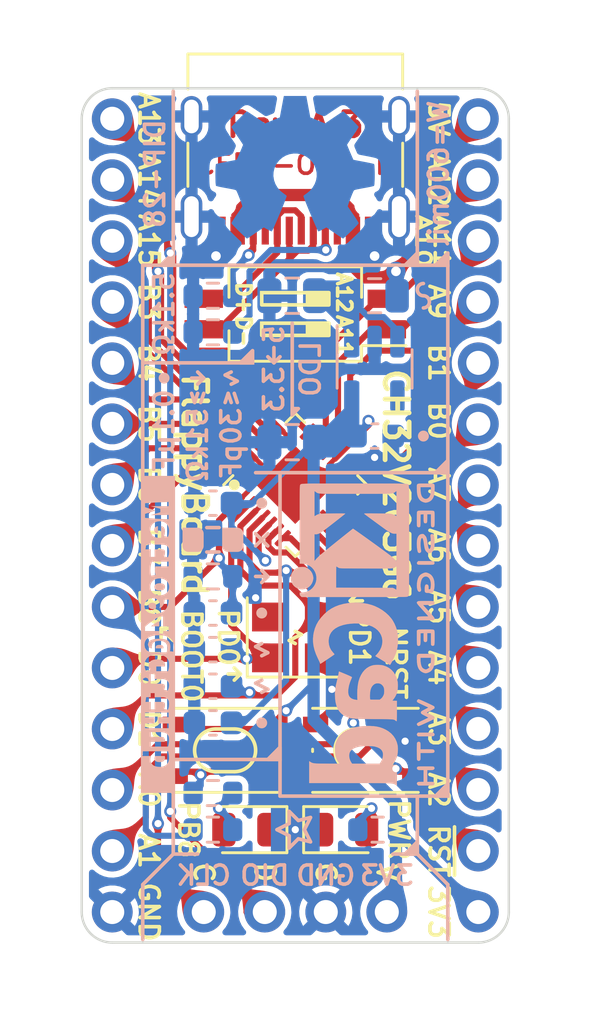
<source format=kicad_pcb>
(kicad_pcb (version 20211014) (generator pcbnew)
  (layers (0 "F.Cu" signal) (31 "B.Cu" signal) (34 "B.Paste" user) (35 "F.Paste" user) (36 "B.SilkS" user "B.Silkscreen") (37 "F.SilkS" user "F.Silkscreen") (38 "B.Mask" user) (39 "F.Mask" user) (44 "Edge.Cuts" user))
  (net 0 "")
  (net 1 "/+5V")
  (net 2 "GND")
  (net 3 "/+3V3")
  (net 4 "/PB8")
  (net 5 "/PD0")
  (net 6 "/PD1")
  (net 7 "/NRST")
  (net 8 "Net-(D1-Pad2)")
  (net 9 "Net-(D2-Pad2)")
  (net 10 "/PA1")
  (net 11 "/VBUS")
  (net 12 "Net-(J1-PadA5)")
  (net 13 "Net-(J1-PadA6)")
  (net 14 "Net-(J1-PadA7)")
  (net 16 "Net-(J1-PadB5)")
  (net 18 "/PA13")
  (net 19 "/PA14")
  (net 20 "/PA15")
  (net 21 "/PB3")
  (net 22 "/PB4")
  (net 23 "/PB5")
  (net 24 "/PB6")
  (net 25 "/PB7")
  (net 26 "/PA0")
  (net 27 "/PA12")
  (net 28 "/PA10_11")
  (net 29 "/PA9")
  (net 30 "/PB1")
  (net 31 "/PB0")
  (net 32 "/PA7")
  (net 33 "/PA6")
  (net 34 "/PA5")
  (net 35 "/PA4")
  (net 36 "/PA3")
  (net 37 "/PA2")
  (net 39 "Net-(R4-Pad1)")
  (footprint "Button_Switch_SMD:SW_Push_1P1T_NO_Vertical_Wuerth_434133025816" (layer "F.Cu") (at 30.099 51.689)
    (fp_text reference "SW2" hide)
    (fp_text value "SW_Push")
  )
  (footprint "Connector_Pin_NoSilkscreen:Pin_1x14_P2.54mm" (layer "F.Cu") (at 40.64 25.4)
    (fp_text reference "J3" hide)
    (fp_text value "Conn_01x14")
  )
  (footprint "Crystal:Crystal_SMD_3225-4Pin_3.2x2.5mm" (layer "F.Cu") (at 33.02 46.99)
    (fp_text reference "Y1" hide)
    (fp_text value "Crystal_GND24_Small")
  )
  (footprint "Button_Switch_SMD:SW_Push_1P1T_NO_Vertical_Wuerth_434133025816" (layer "F.Cu") (at 35.941 51.689)
    (fp_text reference "SW3" hide)
    (fp_text value "SW_Push")
  )
  (footprint "Package_DFN_QFN:QFN-28-1EP_4x4mm_P0.4mm_EP2.3x2.3mm" (layer "F.Cu") (at 33.02 40.64 45)
    (fp_text reference "U2" hide)
    (fp_text value "CH32V203G6")
  )
  (footprint "Connector_Pin_NoSilkscreen:Pin_1x04_P2.54mm" (layer "F.Cu") (at 36.83 58.42 -90)
    (fp_text reference "J4" hide)
    (fp_text value "Conn_01x04")
  )
  (footprint "LED_SMD:LED_0805_2012Metric" (layer "F.Cu") (at 30.988 54.991 180)
    (fp_text reference "D1" hide)
    (fp_text value "LED_IceBlue")
  )
  (footprint "LED_SMD:LED_0805_2012Metric" (layer "F.Cu") (at 35.052 54.991)
    (fp_text reference "D2" hide)
    (fp_text value "LED_Pink")
  )
  (footprint "Button_Switch_SMD:SW_DIP_SPSTx02_Slide_Copal_CHS-02B_W7.62mm_P1.27mm" (layer "F.Cu") (at 33.02 33.528 180)
    (fp_text reference "SW1" hide)
    (fp_text value "SW_DIP_x02")
  )
  (footprint "Connector_Pin_NoSilkscreen:Pin_1x14_P2.54mm" (layer "F.Cu") (at 25.4 25.4)
    (fp_text reference "J2" hide)
    (fp_text value "Conn_01x14")
  )
  (footprint "Connector_USB:USB_C_Receptacle_Palconn_UTC16-G" (layer "F.Cu") (at 33.02 27.545 180)
    (fp_text reference "J1" hide)
    (fp_text value "USB_C_Receptacle_USB2.0")
  )
  (footprint "Package_TO_SOT_SMD:SOT-23-5" (layer "B.Cu") (at 36.322 35.814 -90)
    (fp_text reference "U1" hide)
    (fp_text value "XC6206B331MR")
  )
  (footprint "Capacitor_SMD:C_0603_1608Metric" (layer "B.Cu") (at 29.591 41.402 180)
    (fp_text reference "C4" hide)
    (fp_text value "0.1μF")
  )
  (footprint "Capacitor_SMD:C_0805_2012Metric" (layer "B.Cu") (at 32.893 32.766 180)
    (fp_text reference "C1" hide)
    (fp_text value "1μF")
  )
  (footprint "Capacitor_SMD:C_0805_2012Metric" (layer "B.Cu") (at 32.893 38.862 180)
    (fp_text reference "C2" hide)
    (fp_text value "1μF")
  )
  (footprint "Symbol:KiCad-Logo2_5mm_SilkScreen" (layer "B.Cu") (at 35.814 46.863 -90)
    (fp_text reference "REF**" hide)
    (fp_text value "KiCad-Logo2_5mm_SilkScreen" hide)
  )
  (footprint "Capacitor_SMD:C_0603_1608Metric" (layer "B.Cu") (at 29.591 49.022 180)
    (fp_text reference "C7" hide)
    (fp_text value "27pF")
  )
  (footprint "Resistor_SMD:R_0603_1608Metric" (layer "B.Cu") (at 29.591 44.45 180)
    (fp_text reference "R3" hide)
    (fp_text value "51kΩ")
  )
  (footprint "Fuse:Fuse_0805_2012Metric" (layer "B.Cu") (at 36.322 32.766 180)
    (fp_text reference "F1" hide)
    (fp_text value "Fuse_Small")
  )
  (footprint "Resistor_SMD:R_0603_1608Metric" (layer "B.Cu") (at 29.591 53.467)
    (fp_text reference "R4" hide)
    (fp_text value "1kΩ")
  )
  (footprint "Capacitor_SMD:C_0603_1608Metric" (layer "B.Cu") (at 29.591 47.498 180)
    (fp_text reference "C6" hide)
    (fp_text value "27pF")
  )
  (footprint "Resistor_SMD:R_0603_1608Metric" (layer "B.Cu") (at 29.591 34.29 180)
    (fp_text reference "R2" hide)
    (fp_text value "5.1kΩ")
  )
  (footprint "Symbol_Mask:OSHW-Symbol_6.7x6mm_Copper" (layer "B.Cu") (at 33.02 27.432 180)
    (fp_text reference "REF**" hide)
    (fp_text value "OSHW-Symbol_6.7x6mm_Copper" hide)
  )
  (footprint "Resistor_SMD:R_0603_1608Metric" (layer "B.Cu") (at 29.591 54.991)
    (fp_text reference "R5" hide)
    (fp_text value "1kΩ")
  )
  (footprint "Capacitor_SMD:C_0603_1608Metric" (layer "B.Cu") (at 29.591 45.974 180)
    (fp_text reference "C5" hide)
    (fp_text value "0.1μF")
  )
  (footprint "Capacitor_SMD:C_0603_1608Metric" (layer "B.Cu") (at 29.591 50.546 180)
    (fp_text reference "C8" hide)
    (fp_text value "0.1μF")
  )
  (footprint "Resistor_SMD:R_0603_1608Metric" (layer "B.Cu") (at 36.449 54.991 180)
    (fp_text reference "R6" hide)
    (fp_text value "1kΩ")
  )
  (footprint "Resistor_SMD:R_0603_1608Metric" (layer "B.Cu") (at 29.591 32.766 180)
    (fp_text reference "R1" hide)
    (fp_text value "5.1kΩ")
  )
  (footprint "kibuzzard-6318E6BD" (layer "B.Cu") (at 27.305 46.863 -90)
    (fp_text reference "kibuzzard-6318E6BD" hide)
    (fp_text value "G***" hide)
  )
  (footprint "Capacitor_SMD:C_0603_1608Metric" (layer "B.Cu") (at 36.322 38.608)
    (fp_text reference "C3" hide)
    (fp_text value "0.1μF")
  )
  (gr_arc (start 38.354 32.766) (mid 38.608 33.02) (end 38.354 33.274) (layer "B.SilkS") (width 0.15))
  (gr_line (start 33.655 55.499) (end 33.401 54.991) (layer "B.SilkS") (width 0.15))
  (gr_circle (center 31.623 45.974) (end 31.75 45.974) (layer "B.SilkS") (width 0.2) (fill solid))
  (gr_line (start 32.258 54.991) (end 32.766 55.245) (layer "B.SilkS") (width 0.15))
  (gr_line (start 33.655 54.483) (end 33.147 54.61) (layer "B.SilkS") (width 0.15))
  (gr_line (start 31.623 44.196) (end 31.877 44.45) (layer "B.SilkS") (width 0.15))
  (gr_line (start 31.623 48.768) (end 31.369 48.895) (layer "B.SilkS") (width 0.15))
  (gr_line (start 32.385 53.594) (end 39.37 53.594) (layer "B.SilkS") (width 0.15))
  (gr_line (start 29.083 37.211) (end 29.21 36.83) (layer "B.SilkS") (width 0.15))
  (gr_rect (start 30.226 42.672) (end 30.607 43.18) (layer "B.SilkS") (width 0.5) (fill solid))
  (gr_line (start 32.893 33.909) (end 32.893 37.719) (layer "B.SilkS") (width 0.15))
  (gr_line (start 31.877 47.625) (end 31.623 47.752) (layer "B.SilkS") (width 0.15))
  (gr_line (start 27.94 52.705) (end 27.94 56.007) (layer "B.SilkS") (width 0.15))
  (gr_line (start 31.877 35.306) (end 32.131 35.56) (layer "B.SilkS") (width 0.15))
  (gr_line (start 31.369 42.672) (end 31.877 43.18) (layer "B.SilkS") (width 0.15))
  (gr_arc (start 38.354 32.766) (mid 38.1 32.512) (end 38.354 32.258) (layer "B.SilkS") (width 0.15))
  (gr_line (start 27.94 24.257) (end 27.94 31.496) (layer "B.SilkS") (width 0.15))
  (gr_line (start 32.766 55.753) (end 33.147 55.372) (layer "B.SilkS") (width 0.15))
  (gr_line (start 29.337 42.418) (end 29.845 42.418) (layer "B.SilkS") (width 0.15))
  (gr_line (start 32.766 55.245) (end 32.766 55.753) (layer "B.SilkS") (width 0.15))
  (gr_circle (center 31.623 50.546) (end 31.75 50.546) (layer "B.SilkS") (width 0.2) (fill solid))
  (gr_line (start 31.877 49.149) (end 31.623 49.276) (layer "B.SilkS") (width 0.15))
  (gr_line (start 31.877 42.672) (end 31.369 43.18) (layer "B.SilkS") (width 0.15))
  (gr_line (start 28.956 36.83) (end 28.829 37.211) (layer "B.SilkS") (width 0.15))
  (gr_line (start 32.385 35.306) (end 32.131 35.56) (layer "B.SilkS") (width 0.15))
  (gr_line (start 29.337 43.434) (end 29.845 43.434) (layer "B.SilkS") (width 0.15))
  (gr_line (start 30.353 36.449) (end 30.607 36.322) (layer "B.SilkS") (width 0.15))
  (gr_line (start 33.147 54.61) (end 32.766 54.229) (layer "B.SilkS") (width 0.15))
  (gr_poly (pts (xy 32.385 52.07) (xy 31.877 52.07) (xy 32.385 51.562)) (layer "B.SilkS") (width 0.15) (fill solid))
  (gr_line (start 39.37 31.496) (end 39.37 53.594) (layer "B.SilkS") (width 0.15))
  (gr_line (start 32.385 40.132) (end 32.385 53.594) (layer "B.SilkS") (width 0.15))
  (gr_line (start 32.131 34.925) (end 32.131 35.56) (layer "B.SilkS") (width 0.15))
  (gr_line (start 28.956 56.007) (end 27.94 56.007) (layer "B.SilkS") (width 0.15))
  (gr_rect (start 28.575 42.672) (end 28.956 43.18) (layer "B.SilkS") (width 0.5) (fill solid))
  (gr_line (start 26.67 35.56) (end 31.242 35.56) (layer "B.SilkS") (width 0.15))
  (gr_poly (pts (xy 38.1 56.007) (xy 37.592 56.007) (xy 38.1 55.499)) (layer "B.SilkS") (width 0.15) (fill solid))
  (gr_line (start 33.401 54.991) (end 33.655 54.483) (layer "B.SilkS") (width 0.15))
  (gr_line (start 33.147 55.372) (end 33.655 55.499) (layer "B.SilkS") (width 0.15))
  (gr_line (start 30.48 36.83) (end 30.607 37.211) (layer "B.SilkS") (width 0.15))
  (gr_line (start 31.369 40.132) (end 39.37 40.132) (layer "B.SilkS") (width 0.15))
  (gr_line (start 26.67 57.277) (end 27.94 56.007) (layer "B.SilkS") (width 0.15))
  (gr_line (start 30.099 36.068) (end 30.607 36.322) (layer "B.SilkS") (width 0.15))
  (gr_line (start 26.67 31.496) (end 26.67 40.894) (layer "B.SilkS") (width 0.15))
  (gr_poly (pts (xy 39.37 40.132) (xy 38.862 40.132) (xy 39.37 39.624)) (layer "B.SilkS") (width 0.15) (fill solid))
  (gr_line (start 30.226 36.83) (end 30.099 37.211) (layer "B.SilkS") (width 0.15))
  (gr_line (start 38.1 24.257) (end 38.1 31.496) (layer "B.SilkS") (width 0.15))
  (gr_line (start 39.37 57.277) (end 39.37 59.563) (layer "B.SilkS") (width 0.15))
  (gr_line (start 38.1 56.007) (end 38.1 53.594) (layer "B.SilkS") (width 0.15))
  (gr_line (start 31.369 44.45) (end 31.877 44.45) (layer "B.SilkS") (width 0.15))
  (gr_line (start 30.353 35.941) (end 30.099 36.068) (layer "B.SilkS") (width 0.15))
  (gr_line (start 28.702 36.195) (end 29.21 36.195) (layer "B.SilkS") (width 0.15))
  (gr_line (start 38.1 56.007) (end 37.084 56.007) (layer "B.SilkS") (width 0.15))
  (gr_line (start 30.353 37.211) (end 30.226 36.83) (layer "B.SilkS") (width 0.15))
  (gr_line (start 28.956 35.941) (end 29.21 36.195) (layer "B.SilkS") (width 0.15))
  (gr_line (start 39.37 57.277) (end 38.1 56.007) (layer "B.SilkS") (width 0.15))
  (gr_line (start 28.956 36.449) (end 29.21 36.195) (layer "B.SilkS") (width 0.15))
  (gr_poly (pts (xy 31.242 35.56) (xy 30.734 35.56) (xy 31.242 35.052)) (layer "B.SilkS") (width 0.15) (fill solid))
  (gr_line (start 32.766 54.737) (end 32.258 54.991) (layer "B.SilkS") (width 0.15))
  (gr_line (start 32.766 54.229) (end 32.766 54.737) (layer "B.SilkS") (width 0.15))
  (gr_line (start 26.67 31.496) (end 39.37 31.496) (layer "B.SilkS") (width 0.15))
  (gr_line (start 31.369 48.895) (end 31.877 49.149) (layer "B.SilkS") (width 0.15))
  (gr_circle (center 38.354 38.608) (end 38.481 38.608) (layer "B.SilkS") (width 0.2) (fill solid))
  (gr_poly (pts (xy 38.1 31.496) (xy 37.592 31.496) (xy 38.1 30.988)) (layer "B.SilkS") (width 0.15) (fill solid))
  (gr_line (start 31.369 47.371) (end 31.877 47.625) (layer "B.SilkS") (width 0.15))
  (gr_circle (center 27.559 36.195) (end 27.686 36.195) (layer "B.SilkS") (width 0.2) (fill solid))
  (gr_line (start 26.67 57.277) (end 26.67 59.563) (layer "B.SilkS") (width 0.15))
  (gr_line (start 32.385 52.07) (end 27.94 52.07) (layer "B.SilkS") (width 0.15))
  (gr_circle (center 31.623 41.402) (end 31.75 41.402) (layer "B.SilkS") (width 0.2) (fill solid))
  (gr_poly (pts (xy 39.37 53.594) (xy 38.862 53.594) (xy 39.37 53.086)) (layer "B.SilkS") (width 0.15) (fill solid))
  (gr_line (start 31.623 44.704) (end 31.877 44.45) (layer "B.SilkS") (width 0.15))
  (gr_line (start 31.623 47.244) (end 31.369 47.371) (layer "B.SilkS") (width 0.15))
  (gr_poly (pts (xy 39.37 31.496) (xy 38.862 31.496) (xy 39.37 30.988)) (layer "B.SilkS") (width 0.15) (fill solid))
  (gr_poly (pts (xy 32.893 37.719) (xy 32.893 37.465) (xy 33.147 37.465)) (layer "B.SilkS") (width 0.15) (fill solid))
  (gr_poly (pts (xy 27.94 31.496) (xy 27.432 31.496) (xy 27.94 30.988)) (layer "B.SilkS") (width 0.15) (fill solid))
  (gr_line (start 28.829 37.211) (end 28.702 36.83) (layer "B.SilkS") (width 0.15))
  (gr_line (start 33.02 47.244) (end 32.766 47.117) (layer "F.SilkS") (width 0.15))
  (gr_line (start 30.861 34.3535) (end 30.861 34.7345) (layer "F.SilkS") (width 0.15))
  (gr_line (start 32.766 47.117) (end 33.274 46.863) (layer "F.SilkS") (width 0.15))
  (gr_line (start 30.48 48.768) (end 30.734 48.514) (layer "F.SilkS") (width 0.15))
  (gr_line (start 27.432 46.609) (end 27.94 47.117) (layer "F.SilkS") (width 0.15))
  (gr_rect (start 31.623 32.639) (end 34.417 33.147) (layer "F.SilkS") (width 0.15) (fill none))
  (gr_rect (start 33.528 33.147) (end 34.417 32.639) (layer "F.SilkS") (width 0.15) (fill solid))
  (gr_circle (center 30.48 40.64) (end 30.607 40.64) (layer "F.SilkS") (width 0.2) (fill solid))
  (gr_line (start 35.814 45.466) (end 35.306 45.466) (layer "F.SilkS") (width 0.15))
  (gr_line (start 35.56 52.578) (end 36.322 52.578) (layer "F.SilkS") (width 0.15))
  (gr_line (start 35.56 45.72) (end 35.306 45.466) (layer "F.SilkS") (width 0.15))
  (gr_line (start 29.718 52.578) (end 30.48 52.578) (layer "F.SilkS") (width 0.15))
  (gr_line (start 30.861 32.9565) (end 30.861 33.3375) (layer "F.SilkS") (width 0.15))
  (gr_line (start 35.56 50.8) (end 36.322 50.8) (layer "F.SilkS") (width 0.15))
  (gr_line (start 33.274 46.863) (end 33.02 46.736) (layer "F.SilkS") (width 0.15))
  (gr_arc (start 35.56 52.578) (mid 34.671 51.689) (end 35.56 50.8) (layer "F.SilkS") (width 0.15))
  (gr_rect (start 31.623 33.909) (end 34.417 34.417) (layer "F.SilkS") (width 0.15) (fill none))
  (gr_line (start 30.226 48.514) (end 30.734 48.514) (layer "F.SilkS") (width 0.15))
  (gr_line (start 29.718 50.8) (end 30.48 50.8) (layer "F.SilkS") (width 0.15))
  (gr_line (start 27.432 46.99) (end 27.432 46.609) (layer "F.SilkS") (width 0.15))
  (gr_arc (start 29.718 52.578) (mid 28.829 51.689) (end 29.718 50.8) (layer "F.SilkS") (width 0.15))
  (gr_line (start 35.56 45.212) (end 35.306 45.466) (layer "F.SilkS") (width 0.15))
  (gr_line (start 27.813 46.609) (end 27.432 46.609) (layer "F.SilkS") (width 0.15))
  (gr_line (start 31.115 33.147) (end 30.607 33.147) (layer "F.SilkS") (width 0.15))
  (gr_arc (start 36.322 50.8) (mid 37.211 51.689) (end 36.322 52.578) (layer "F.SilkS") (width 0.15))
  (gr_line (start 30.48 48.26) (end 30.734 48.514) (layer "F.SilkS") (width 0.15))
  (gr_rect (start 33.528 34.417) (end 34.417 33.909) (layer "F.SilkS") (width 0.15) (fill solid))
  (gr_arc (start 30.48 50.8) (mid 31.369 51.689) (end 30.48 52.578) (layer "F.SilkS") (width 0.15))
  (gr_line (start 41.91 25.4) (end 41.91 58.42) (layer "Edge.Cuts") (width 0.1))
  (gr_line (start 40.64 24.13) (end 25.4 24.13) (layer "Edge.Cuts") (width 0.1))
  (gr_arc (start 40.64 24.13) (mid 41.538026 24.501974) (end 41.91 25.4) (layer "Edge.Cuts") (width 0.1))
  (gr_arc (start 24.13 25.4) (mid 24.501974 24.501974) (end 25.4 24.13) (layer "Edge.Cuts") (width 0.1))
  (gr_line (start 24.13 25.4) (end 24.13 58.42) (layer "Edge.Cuts") (width 0.1))
  (gr_arc (start 25.4 59.69) (mid 24.501974 59.318026) (end 24.13 58.42) (layer "Edge.Cuts") (width 0.1))
  (gr_line (start 40.64 59.69) (end 25.4 59.69) (layer "Edge.Cuts") (width 0.1))
  (gr_arc (start 41.91 58.42) (mid 41.538026 59.318026) (end 40.64 59.69) (layer "Edge.Cuts") (width 0.1))
  (gr_text "CERN-OHL-P" (at 33.02 27.305) (layer "F.Cu") (effects (font (size 0.8 0.8))))
  (gr_text "Rev A.3" (at 33.02 25.654) (layer "F.Cu") (effects (font (size 1 1) (thickness 0.2))))
  (gr_text "3.3" (at 32.131 37.719 90) (layer "B.SilkS") (effects (font (size 0.8 0.8)) (justify right mirror)))
  (gr_text "DIO" (at 31.75 56.896) (layer "B.SilkS") (effects (font (size 0.8 0.8)) (justify mirror)))
  (gr_text "DIP-28" (at 27.178 27.686 90) (layer "B.SilkS") (effects (font (size 0.8 0.8)) (justify mirror)))
  (gr_text "51kΩ" (at 28.956 37.338 90) (layer "B.SilkS") (effects (font (size 0.8 0.8)) (justify left mirror)))
  (gr_text "3V3" (at 36.83 56.896) (layer "B.SilkS") (effects (font (size 0.8 0.8)) (justify mirror)))
  (gr_text "5.1kΩ" (at 27.559 33.528 90) (layer "B.SilkS") (effects (font (size 0.8 0.8)) (justify mirror)))
  (gr_text "W=600mil" (at 38.989 27.686 90) (layer "B.SilkS") (effects (font (size 0.8 0.8)) (justify mirror)))
  (gr_text "CLK" (at 29.21 56.896) (layer "B.SilkS") (effects (font (size 0.8 0.8)) (justify mirror)))
  (gr_text "30pF" (at 30.353 37.338 90) (layer "B.SilkS") (effects (font (size 0.8 0.8)) (justify left mirror)))
  (gr_text "5" (at 32.131 33.909 90) (layer "B.SilkS") (effects (font (size 0.8 0.8)) (justify left mirror)))
  (gr_text "LDO" (at 33.655 35.814 90) (layer "B.SilkS") (effects (font (size 0.8 0.8)) (justify mirror)))
  (gr_text "GND" (at 34.29 56.896) (layer "B.SilkS") (effects (font (size 0.8 0.8)) (justify mirror)))
  (gr_text "0.1μF" (at 27.559 36.576 90) (layer "B.SilkS") (effects (font (size 0.8 0.8)) (justify left mirror)))
  (gr_text "B6" (at 26.924 40.64 270) (layer "F.SilkS") (effects (font (size 0.8 0.8))))
  (gr_text "A5" (at 38.989 45.72 270) (layer "F.SilkS") (effects (font (size 0.8 0.8))))
  (gr_text "A11" (at 35.052 34.417 270) (layer "F.SilkS") (effects (font (size 0.6 0.6))))
  (gr_text "A11" (at 39.116 30.48 270) (layer "F.SilkS") (effects (font (size 0.6 0.8))))
  (gr_text "NRST" (at 37.211 49.657 270) (layer "F.SilkS") (effects (font (size 0.8 0.8)) (justify right)))
  (gr_text "A6" (at 38.989 43.18 270) (layer "F.SilkS") (effects (font (size 0.8 0.8))))
  (gr_text "PWR" (at 37.338 54.991 270) (layer "F.SilkS") (effects (font (size 0.8 0.8))))
  (gr_text "D1" (at 26.924 50.8 270) (layer "F.SilkS") (effects (font (size 0.8 0.8))))
  (gr_text "D" (at 30.861 32.512 270) (layer "F.SilkS") (effects (font (size 0.6 0.6))))
  (gr_text "A12" (at 38.989 27.94 270) (layer "F.SilkS") (effects (font (size 0.8 0.8))))
  (gr_text "A10" (at 38.354 30.48 270) (layer "F.SilkS") (effects (font (size 0.6 0.8))))
  (gr_text "D" (at 31.75 56.769 270) (layer "F.SilkS") (effects (font (size 0.8 0.8))))
  (gr_text "PD0" (at 30.226 46.99 270) (layer "F.SilkS") (effects (font (size 0.8 0.8))))
  (gr_text "B4" (at 26.924 35.56 270) (layer "F.SilkS") (effects (font (size 0.8 0.8))))
  (gr_text "A15" (at 26.924 30.48 270) (layer "F.SilkS") (effects (font (size 0.8 0.8))))
  (gr_text "A14" (at 26.924 27.94 270) (layer "F.SilkS") (effects (font (size 0.8 0.8))))
  (gr_text "FlappyBoard" (at 28.829 40.64 270) (layer "F.SilkS") (effects (font (size 1 1) (thickness 0.2))))
  (gr_text "D" (at 30.861 33.909 270) (layer "F.SilkS") (effects (font (size 0.6 0.6))))
  (gr_text "PB8" (at 28.575 54.991 270) (layer "F.SilkS") (effects (font (size 0.8 0.8))))
  (gr_text "5V" (at 38.989 25.4 270) (layer "F.SilkS") (effects (font (size 0.8 0.8))))
  (gr_text "B0" (at 38.989 37.973 270) (layer "F.SilkS") (effects (font (size 0.8 0.8))))
  (gr_text "A0" (at 26.924 53.34 270) (layer "F.SilkS") (effects (font (size 0.8 0.8))))
  (gr_text "A4" (at 38.989 48.26 270) (layer "F.SilkS") (effects (font (size 0.8 0.8))))
  (gr_text "A1" (at 26.924 55.88 270) (layer "F.SilkS") (effects (font (size 0.8 0.8))))
  (gr_text "G" (at 34.29 56.769 270) (layer "F.SilkS") (effects (font (size 0.8 0.8))))
  (gr_text "A12" (at 35.052 32.639 270) (layer "F.SilkS") (effects (font (size 0.6 0.6))))
  (gr_text "B3" (at 26.924 33.02 270) (layer "F.SilkS") (effects (font (size 0.8 0.8))))
  (gr_text "~{RST}" (at 38.989 55.88 270) (layer "F.SilkS") (effects (font (size 0.8 0.8))))
  (gr_text "A2" (at 38.989 53.34 270) (layer "F.SilkS") (effects (font (size 0.8 0.8))))
  (gr_text "PD1" (at 35.687 46.99 270) (layer "F.SilkS") (effects (font (size 0.8 0.8))))
  (gr_text "V" (at 36.83 56.769 270) (layer "F.SilkS") (effects (font (size 0.8 0.8))))
  (gr_text "B1" (at 38.989 35.56 270) (layer "F.SilkS") (effects (font (size 0.8 0.8))))
  (gr_text "3V3" (at 38.989 58.42 270) (layer "F.SilkS") (effects (font (size 0.8 0.8))))
  (gr_text "A3" (at 38.989 50.8 270) (layer "F.SilkS") (effects (font (size 0.8 0.8))))
  (gr_text "B7" (at 26.924 43.21 270) (layer "F.SilkS") (effects (font (size 0.8 0.8))))
  (gr_text "B5" (at 26.924 38.1 270) (layer "F.SilkS") (effects (font (size 0.8 0.8))))
  (gr_text "A7" (at 38.989 40.64 270) (layer "F.SilkS") (effects (font (size 0.8 0.8))))
  (gr_text "GND" (at 26.924 58.42 270) (layer "F.SilkS") (effects (font (size 0.8 0.8))))
  (gr_text "CH32V203G6" (at 37.211 40.64 270) (layer "F.SilkS") (effects (font (size 1 1) (thickness 0.2))))
  (gr_text "BOOT0" (at 28.702 49.784 270) (layer "F.SilkS") (effects (font (size 0.8 0.8)) (justify right)))
  (gr_text "D0" (at 26.924 48.26 270) (layer "F.SilkS") (effects (font (size 0.8 0.8))))
  (gr_text "C" (at 29.21 56.769 270) (layer "F.SilkS") (effects (font (size 0.8 0.8))))
  (gr_text "B8" (at 26.924 45.72 270) (layer "F.SilkS") (effects (font (size 0.8 0.8))))
  (gr_text "A9" (at 38.989 33.02 270) (layer "F.SilkS") (effects (font (size 0.8 0.8))))
  (gr_text "A13" (at 26.924 25.4 270) (layer "F.SilkS") (effects (font (size 0.8 0.8))))
  (segment (start 35.3845 32.9715) (end 35.3845 32.766) (width 0.254) (layer "B.Cu") (net 1))
  (segment (start 36.068 33.655) (end 35.3845 32.9715) (width 0.254) (layer "B.Cu") (net 1))
  (segment (start 35.3845 32.766) (end 35.372 32.7785) (width 0.254) (layer "B.Cu") (net 1))
  (segment (start 36.703 33.655) (end 36.068 33.655) (width 0.254) (layer "B.Cu") (net 1))
  (segment (start 37.272 34.224) (end 36.703 33.655) (width 0.254) (layer "B.Cu") (net 1))
  (segment (start 37.272 34.6765) (end 37.272 34.224) (width 0.254) (layer "B.Cu") (net 1))
  (segment (start 34.151371 40.64) (end 33.02 40.64) (width 0.254) (layer "F.Cu") (net 2))
  (segment (start 33.02 54.991) (end 31.9255 54.991) (width 0.254) (layer "F.Cu") (net 2))
  (segment (start 34.544 49.149) (end 34.544 48.264) (width 0.254) (layer "F.Cu") (net 2))
  (segment (start 33.02 54.991) (end 34.1145 54.991) (width 0.254) (layer "F.Cu") (net 2))
  (segment (start 38.016 50.614) (end 38.016 50.737) (width 0.254) (layer "F.Cu") (net 2))
  (segment (start 37.592 51.308) (end 38.016 50.884) (width 0.254) (layer "F.Cu") (net 2))
  (segment (start 29.82 31.013) (end 29.82 30.055) (width 0.508) (layer "F.Cu") (net 2))
  (segment (start 36.322 31.115) (end 36.22 31.013) (width 0.508) (layer "F.Cu") (net 2))
  (segment (start 36.22 31.013) (end 36.22 30.055) (width 0.508) (layer "F.Cu") (net 2))
  (segment (start 35.294371 39.497) (end 34.955705 39.835666) (width 0.254) (layer "F.Cu") (net 2))
  (segment (start 36.322 39.497) (end 35.294371 39.497) (width 0.254) (layer "F.Cu") (net 2))
  (segment (start 34.544 49.149) (end 34.544 49.936) (width 0.254) (layer "F.Cu") (net 2))
  (segment (start 34.544 49.936) (end 33.866 50.614) (width 0.254) (layer "F.Cu") (net 2))
  (segment (start 31.369 45.589) (end 31.92 46.14) (width 0.254) (layer "F.Cu") (net 2))
  (segment (start 29.718 31.115) (end 29.82 31.013) (width 0.508) (layer "F.Cu") (net 2))
  (segment (start 34.955705 39.835666) (end 34.151371 40.64) (width 0.254) (layer "F.Cu") (net 2))
  (segment (start 38.016 50.884) (end 38.016 50.614) (width 0.254) (layer "F.Cu") (net 2))
  (segment (start 31.369 45.339) (end 31.369 45.589) (width 0.254) (layer "F.Cu") (net 2))
  (segment (start 34.544 48.264) (end 34.12 47.84) (width 0.254) (layer "F.Cu") (net 2))
  (via (at 36.322 31.115) (size 0.8) (drill 0.4) (layers "F.Cu" "B.Cu") (net 2))
  (via (at 36.322 39.497) (size 0.5) (drill 0.3) (layers "F.Cu" "B.Cu") (net 2))
  (via (at 29.718 31.115) (size 0.8) (drill 0.4) (layers "F.Cu" "B.Cu") (net 2))
  (via (at 33.02 54.991) (size 0.5) (drill 0.3) (layers "F.Cu" "B.Cu") (net 2))
  (via (at 31.369 45.339) (size 0.5) (drill 0.3) (layers "F.Cu" "B.Cu") (net 2))
  (via (at 34.544 49.149) (size 0.5) (drill 0.3) (layers "F.Cu" "B.Cu") (net 2))
  (via (at 37.592 51.308) (size 0.5) (drill 0.3) (layers "F.Cu" "B.Cu") (net 2))
  (segment (start 37.097 38.976) (end 37.097 38.608) (width 0.254) (layer "B.Cu") (net 2))
  (segment (start 31.877 50.8) (end 28.21 50.8) (width 0.254) (layer "F.Cu") (net 3))
  (segment (start 32.639 50.038) (end 31.877 50.8) (width 0.254) (layer "F.Cu") (net 3))
  (segment (start 31.496 42.729685) (end 31.932823 42.292862) (width 0.254) (layer "F.Cu") (net 3))
  (segment (start 31.775165 43.789835) (end 31.496 43.51067) (width 0.254) (layer "F.Cu") (net 3))
  (segment (start 28.21 50.8) (end 28.024 50.614) (width 0.254) (layer "F.Cu") (net 3))
  (segment (start 36.068 38.157685) (end 34.672862 39.552823) (width 0.254) (layer "F.Cu") (net 3))
  (segment (start 36.068 37.973) (end 36.068 38.157685) (width 0.254) (layer "F.Cu") (net 3))
  (segment (start 31.496 43.51067) (end 31.496 42.729685) (width 0.254) (layer "F.Cu") (net 3))
  (via (at 31.775165 43.789835) (size 0.5) (drill 0.3) (layers "F.Cu" "B.Cu") (net 3))
  (via (at 36.068 37.973) (size 0.5) (drill 0.3) (layers "F.Cu" "B.Cu") (net 3))
  (via (at 32.639 50.038) (size 0.5) (drill 0.3) (layers "F.Cu" "B.Cu") (net 3))
  (segment (start 37.211 58.039) (end 36.83 58.42) (width 0.508) (layer "B.Cu") (net 3))
  (segment (start 36.068 38.087) (end 35.547 38.608) (width 0.254) (layer "B.Cu") (net 3))
  (segment (start 33.782 38.923) (end 33.782 50.419) (width 0.508) (layer "B.Cu") (net 3))
  (segment (start 30.366 41.402) (end 31.242 41.402) (width 0.254) (layer "B.Cu") (net 3))
  (segment (start 37.274 55.054) (end 37.274 54.991) (width 0.508) (layer "B.Cu") (net 3))
  (segment (start 30.366 41.402) (end 30.366 42.38067) (width 0.254) (layer "B.Cu") (net 3))
  (segment (start 33.782 50.419) (end 37.211 53.848) (width 0.508) (layer "B.Cu") (net 3))
  (segment (start 36.068 37.973) (end 36.068 38.087) (width 0.254) (layer "B.Cu") (net 3))
  (segment (start 35.372 37.277) (end 35.372 36.9515) (width 0.254) (layer "B.Cu") (net 3))
  (segment (start 30.366 42.38067) (end 31.775165 43.789835) (width 0.254) (layer "B.Cu") (net 3))
  (segment (start 33.782 38.862) (end 33.843 38.862) (width 0.254) (layer "B.Cu") (net 3))
  (segment (start 40.64 58.42) (end 37.274 55.054) (width 0.508) (layer "B.Cu") (net 3))
  (segment (start 35.3665 36.957) (end 35.372 36.9515) (width 0.508) (layer "B.Cu") (net 3))
  (segment (start 33.843 38.862) (end 33.782 38.923) (width 0.508) (layer "B.Cu") (net 3))
  (segment (start 37.211 53.848) (end 37.211 58.039) (width 0.508) (layer "B.Cu") (net 3))
  (segment (start 31.242 41.402) (end 33.782 38.862) (width 0.254) (layer "B.Cu") (net 3))
  (segment (start 32.639 50.038) (end 33.782 48.895) (width 0.254) (layer "B.Cu") (net 3))
  (segment (start 27.813 45.72) (end 25.4 45.72) (width 0.254) (layer "F.Cu") (net 4))
  (segment (start 29.845 43.688) (end 29.845 42.117943) (width 0.254) (layer "F.Cu") (net 4))
  (segment (start 29.845 43.688) (end 27.813 45.72) (width 0.254) (layer "F.Cu") (net 4))
  (segment (start 29.845 42.117943) (end 30.801452 41.161491) (width 0.254) (layer "F.Cu") (net 4))
  (via (at 29.845 43.688) (size 0.5) (drill 0.3) (layers "F.Cu" "B.Cu") (net 4))
  (segment (start 30.416 44.45) (end 30.416 45.924) (width 0.254) (layer "B.Cu") (net 4))
  (segment (start 30.416 45.924) (end 30.366 45.974) (width 0.254) (layer "B.Cu") (net 4))
  (segment (start 27.051 55.245) (end 28.512 55.245) (width 0.254) (layer "B.Cu") (net 4))
  (segment (start 29.845 43.879) (end 30.416 44.45) (width 0.254) (layer "B.Cu") (net 4))
  (segment (start 26.797 47.117) (end 26.797 54.991) (width 0.254) (layer "B.Cu") (net 4))
  (segment (start 26.797 54.991) (end 27.051 55.245) (width 0.254) (layer "B.Cu") (net 4))
  (segment (start 29.845 43.688) (end 29.845 43.879) (width 0.254) (layer "B.Cu") (net 4))
  (segment (start 28.512 55.245) (end 28.766 54.991) (width 0.254) (layer "B.Cu") (net 4))
  (segment (start 25.4 45.72) (end 26.797 47.117) (width 0.254) (layer "B.Cu") (net 4))
  (segment (start 30.353 46.482) (end 31.711 47.84) (width 0.254) (layer "F.Cu") (net 5))
  (segment (start 31.084295 41.444334) (end 30.353 42.175629) (width 0.254) (layer "F.Cu") (net 5))
  (segment (start 31.711 47.84) (end 31.92 47.84) (width 0.254) (layer "F.Cu") (net 5))
  (segment (start 30.988 47.879) (end 25.781 47.879) (width 0.254) (layer "F.Cu") (net 5))
  (segment (start 31.881 47.879) (end 31.92 47.84) (width 0.254) (layer "F.Cu") (net 5))
  (segment (start 30.353 42.175629) (end 30.353 46.482) (width 0.254) (layer "F.Cu") (net 5))
  (segment (start 25.781 47.879) (end 25.4 48.26) (width 0.254) (layer "F.Cu") (net 5))
  (segment (start 30.988 47.879) (end 31.881 47.879) (width 0.254) (layer "F.Cu") (net 5))
  (via (at 30.988 47.879) (size 0.5) (drill 0.3) (layers "F.Cu" "B.Cu") (net 5))
  (segment (start 30.607 47.498) (end 30.366 47.498) (width 0.254) (layer "B.Cu") (net 5))
  (segment (start 30.988 47.879) (end 30.607 47.498) (width 0.254) (layer "B.Cu") (net 5))
  (segment (start 32.811 44.831) (end 34.12 46.14) (width 0.254) (layer "F.Cu") (net 6))
  (segment (start 33.87 46.14) (end 33.02 46.99) (width 0.254) (layer "F.Cu") (net 6))
  (segment (start 30.988 49.403) (end 26.797 49.403) (width 0.254) (layer "F.Cu") (net 6))
  (segment (start 31.115 49.276) (end 30.988 49.403) (width 0.254) (layer "F.Cu") (net 6))
  (segment (start 31.242 49.403) (end 31.115 49.276) (width 0.254) (layer "F.Cu") (net 6))
  (segment (start 33.02 46.99) (end 33.02 48.641) (width 0.254) (layer "F.Cu") (net 6))
  (segment (start 34.12 46.14) (end 33.87 46.14) (width 0.254) (layer "F.Cu") (net 6))
  (segment (start 31.369 44.831) (end 32.811 44.831) (width 0.254) (layer "F.Cu") (net 6))
  (segment (start 32.258 49.403) (end 31.242 49.403) (width 0.254) (layer "F.Cu") (net 6))
  (segment (start 31.367138 41.727177) (end 30.734 42.360315) (width 0.254) (layer "F.Cu") (net 6))
  (segment (start 30.734 42.360315) (end 30.734 44.196) (width 0.254) (layer "F.Cu") (net 6))
  (segment (start 33.02 48.641) (end 32.258 49.403) (width 0.254) (layer "F.Cu") (net 6))
  (segment (start 26.797 49.403) (end 25.4 50.8) (width 0.254) (layer "F.Cu") (net 6))
  (segment (start 30.734 44.196) (end 31.369 44.831) (width 0.254) (layer "F.Cu") (net 6))
  (via (at 31.115 49.276) (size 0.5) (drill 0.3) (layers "F.Cu" "B.Cu") (net 6))
  (segment (start 30.62 49.276) (end 30.366 49.022) (width 0.254) (layer "B.Cu") (net 6))
  (segment (start 31.115 49.276) (end 30.62 49.276) (width 0.254) (layer "B.Cu") (net 6))
  (segment (start 32.639 44.202779) (end 32.759221 44.323) (width 0.254) (layer "F.Cu") (net 7))
  (segment (start 37.084 52.578) (end 34.052 52.578) (width 0.254) (layer "F.Cu") (net 7))
  (segment (start 32.639 44.202779) (end 32.547944 44.293835) (width 0.254) (layer "F.Cu") (net 7))
  (segment (start 32.759221 44.323) (end 33.02 44.323) (width 0.254) (layer "F.Cu") (net 7))
  (segment (start 37.991 52.764) (end 37.991 53.231) (width 0.254) (layer "F.Cu") (net 7))
  (segment (start 35.052 44.958) (end 35.433 45.339) (width 0.254) (layer "F.Cu") (net 7))
  (segment (start 37.211 52.451) (end 37.338 52.578) (width 0.254) (layer "F.Cu") (net 7))
  (segment (start 33.02 44.323) (end 33.655 44.958) (width 0.254) (layer "F.Cu") (net 7))
  (segment (start 37.338 52.578) (end 37.805 52.578) (width 0.254) (layer "F.Cu") (net 7))
  (segment (start 31.115 42.545) (end 31.649981 42.010019) (width 0.254) (layer "F.Cu") (net 7))
  (segment (start 31.115 43.892411) (end 31.115 42.545) (width 0.254) (layer "F.Cu") (net 7))
  (segment (start 34.052 52.578) (end 33.866 52.764) (width 0.254) (layer "F.Cu") (net 7))
  (segment (start 37.211 52.451) (end 37.084 52.578) (width 0.254) (layer "F.Cu") (net 7))
  (segment (start 33.655 44.958) (end 35.052 44.958) (width 0.254) (layer "F.Cu") (net 7))
  (segment (start 31.516424 44.293835) (end 31.115 43.892411) (width 0.254) (layer "F.Cu") (net 7))
  (segment (start 32.547944 44.293835) (end 31.516424 44.293835) (width 0.254) (layer "F.Cu") (net 7))
  (segment (start 37.805 52.578) (end 37.991 52.764) (width 0.254) (layer "F.Cu") (net 7))
  (segment (start 37.991 53.231) (end 40.64 55.88) (width 0.254) (layer "F.Cu") (net 7))
  (segment (start 35.433 45.339) (end 35.433 50.546) (width 0.254) (layer "F.Cu") (net 7))
  (via (at 32.639 44.202779) (size 0.5) (drill 0.3) (layers "F.Cu" "B.Cu") (net 7))
  (via (at 35.433 50.546) (size 0.5) (drill 0.3) (layers "F.Cu" "B.Cu") (net 7))
  (via (at 37.211 52.451) (size 0.5) (drill 0.3) (layers "F.Cu" "B.Cu") (net 7))
  (segment (start 32.639 48.768) (end 30.861 50.546) (width 0.254) (layer "B.Cu") (net 7))
  (segment (start 35.433 50.673) (end 35.433 50.546) (width 0.254) (layer "B.Cu") (net 7))
  (segment (start 30.861 50.546) (end 30.366 50.546) (width 0.254) (layer "B.Cu") (net 7))
  (segment (start 37.211 52.451) (end 35.433 50.673) (width 0.254) (layer "B.Cu") (net 7))
  (segment (start 32.639 44.202779) (end 32.639 48.768) (width 0.254) (layer "B.Cu") (net 7))
  (via (at 29.845 54.102) (size 0.5) (drill 0.3) (layers "F.Cu" "B.Cu") (net 8))
  (segment (start 30.353 53.467) (end 30.416 53.467) (width 0.254) (layer "B.Cu") (net 8))
  (segment (start 30.416 54.673) (end 30.416 54.991) (width 0.254) (layer "B.Cu") (net 8))
  (segment (start 30.416 53.531) (end 30.416 53.467) (width 0.254) (layer "B.Cu") (net 8))
  (segment (start 29.845 54.102) (end 30.416 54.673) (width 0.254) (layer "B.Cu") (net 8))
  (segment (start 29.845 54.102) (end 30.416 53.531) (width 0.254) (layer "B.Cu") (net 8))
  (segment (start 36.195 54.102) (end 36.195 54.7855) (width 0.254) (layer "F.Cu") (net 9))
  (segment (start 36.195 54.7855) (end 35.9895 54.991) (width 0.254) (layer "F.Cu") (net 9))
  (via (at 36.195 54.102) (size 0.5) (drill 0.3) (layers "F.Cu" "B.Cu") (net 9))
  (segment (start 36.195 54.102) (end 35.624 54.673) (width 0.254) (layer "B.Cu") (net 9))
  (segment (start 35.624 54.673) (end 35.624 54.991) (width 0.254) (layer "B.Cu") (net 9))
  (segment (start 34.036 44.069) (end 32.825548 42.858548) (width 0.254) (layer "F.Cu") (net 10))
  (segment (start 25.4 55.88) (end 26.797 54.483) (width 0.254) (layer "F.Cu") (net 10))
  (segment (start 35.687 51.943) (end 36.957 50.673) (width 0.254) (layer "F.Cu") (net 10))
  (segment (start 26.797 54.483) (end 26.797 52.633) (width 0.254) (layer "F.Cu") (net 10))
  (segment (start 36.957 45.212) (end 35.814 44.069) (width 0.254) (layer "F.Cu") (net 10))
  (segment (start 27.487 51.943) (end 35.687 51.943) (width 0.254) (layer "F.Cu") (net 10))
  (segment (start 26.797 52.633) (end 27.487 51.943) (width 0.254) (layer "F.Cu") (net 10))
  (segment (start 32.825548 42.858548) (end 32.498509 42.858548) (width 0.254) (layer "F.Cu") (net 10))
  (segment (start 35.814 44.069) (end 34.036 44.069) (width 0.254) (layer "F.Cu") (net 10))
  (segment (start 36.957 50.673) (end 36.957 45.212) (width 0.254) (layer "F.Cu") (net 10))
  (segment (start 38.354 27.686) (end 40.64 25.4) (width 0.508) (layer "F.Cu") (net 11))
  (segment (start 35.414 31.521251) (end 35.414 30.753) (width 0.508) (layer "F.Cu") (net 11))
  (segment (start 37.211 31.75) (end 38.354 30.607) (width 0.508) (layer "F.Cu") (net 11))
  (segment (start 37.211 31.75) (end 36.957 32.004) (width 0.508) (layer "F.Cu") (net 11))
  (segment (start 35.414 30.753) (end 35.42 30.747) (width 0.508) (layer "F.Cu") (net 11))
  (segment (start 35.896749 32.004) (end 35.414 31.521251) (width 0.508) (layer "F.Cu") (net 11))
  (segment (start 36.957 32.004) (end 35.896749 32.004) (width 0.508) (layer "F.Cu") (net 11))
  (segment (start 38.354 30.607) (end 38.354 27.686) (width 0.508) (layer "F.Cu") (net 11))
  (segment (start 35.42 30.747) (end 35.42 30.055) (width 0.508) (layer "F.Cu") (net 11))
  (via (at 37.211 31.75) (size 0.8) (drill 0.4) (layers "F.Cu" "B.Cu") (net 11))
  (segment (start 37.211 31.75) (end 37.2595 31.7985) (width 0.508) (layer "B.Cu") (net 11))
  (segment (start 37.2595 31.7985) (end 37.2595 32.766) (width 0.508) (layer "B.Cu") (net 11))
  (segment (start 34.29 30.861) (end 34.27 30.841) (width 0.254) (layer "F.Cu") (net 12))
  (segment (start 34.27 30.841) (end 34.27 30.055) (width 0.254) (layer "F.Cu") (net 12))
  (via (at 34.29 30.861) (size 0.5) (drill 0.3) (layers "F.Cu" "B.Cu") (net 12))
  (segment (start 31.115 33.591) (end 30.416 34.29) (width 0.254) (layer "B.Cu") (net 12))
  (segment (start 32.004 30.861) (end 31.115 31.75) (width 0.254) (layer "B.Cu") (net 12))
  (segment (start 34.29 30.861) (end 32.004 30.861) (width 0.254) (layer "B.Cu") (net 12))
  (segment (start 31.115 31.75) (end 31.115 33.591) (width 0.254) (layer "B.Cu") (net 12))
  (segment (start 32.27 30.055) (end 32.27 29.452) (width 0.254) (layer "F.Cu") (net 13))
  (segment (start 29.21 32.893) (end 30.353 32.893) (width 0.254) (layer "F.Cu") (net 13))
  (segment (start 30.353 32.893) (end 32.27 30.976) (width 0.254) (layer "F.Cu") (net 13))
  (segment (start 32.27 29.452) (end 32.512 29.21) (width 0.254) (layer "F.Cu") (net 13))
  (segment (start 33.27 29.46) (end 33.27 30.055) (width 0.254) (layer "F.Cu") (net 13))
  (segment (start 32.512 29.21) (end 33.02 29.21) (width 0.254) (layer "F.Cu") (net 13))
  (segment (start 33.02 29.21) (end 33.27 29.46) (width 0.254) (layer "F.Cu") (net 13))
  (segment (start 32.27 30.976) (end 32.27 30.055) (width 0.254) (layer "F.Cu") (net 13))
  (segment (start 33.119 30.889) (end 33.559 30.889) (width 0.254) (layer "F.Cu") (net 14))
  (segment (start 32.794 30.889) (end 32.921 30.889) (width 0.254) (layer "F.Cu") (net 14))
  (segment (start 32.77 30.738) (end 32.921 30.889) (width 0.254) (layer "F.Cu") (net 14))
  (segment (start 33.77 30.678) (end 33.77 30.055) (width 0.254) (layer "F.Cu") (net 14))
  (segment (start 32.77 30.865) (end 32.794 30.889) (width 0.254) (layer "F.Cu") (net 14))
  (segment (start 32.921 30.889) (end 33.147 30.889) (width 0.254) (layer "F.Cu") (net 14))
  (segment (start 32.77 30.73) (end 32.77 30.738) (width 0.254) (layer "F.Cu") (net 14))
  (segment (start 29.21 34.163) (end 29.845 34.163) (width 0.254) (layer "F.Cu") (net 14))
  (segment (start 32.77 31.238) (end 32.77 30.865) (width 0.254) (layer "F.Cu") (net 14))
  (segment (start 32.77 31.238) (end 33.119 30.889) (width 0.254) (layer "F.Cu") (net 14))
  (segment (start 33.559 30.889) (end 33.77 30.678) (width 0.254) (layer "F.Cu") (net 14))
  (segment (start 32.77 30.865) (end 32.77 30.73) (width 0.254) (layer "F.Cu") (net 14))
  (segment (start 32.77 30.73) (end 32.77 30.055) (width 0.254) (layer "F.Cu") (net 14))
  (segment (start 29.845 34.163) (end 32.77 31.238) (width 0.254) (layer "F.Cu") (net 14))
  (segment (start 31.27 30.861) (end 31.27 30.055) (width 0.254) (layer "F.Cu") (net 16))
  (segment (start 31.076471 31.076471) (end 31.076471 31.054529) (width 0.254) (layer "F.Cu") (net 16))
  (segment (start 31.076471 31.054529) (end 31.27 30.861) (width 0.254) (layer "F.Cu") (net 16))
  (via (at 31.076471 31.076471) (size 0.5) (drill 0.3) (layers "F.Cu" "B.Cu") (net 16))
  (segment (start 31.076471 31.076471) (end 30.416 31.736942) (width 0.254) (layer "B.Cu") (net 16))
  (segment (start 30.416 31.736942) (end 30.416 32.766) (width 0.254) (layer "B.Cu") (net 16))
  (segment (start 27.813 54.229) (end 27.813 54.483) (width 0.254) (layer "F.Cu") (net 18))
  (segment (start 30.988 58.42) (end 31.75 58.42) (width 0.254) (layer "F.Cu") (net 18))
  (segment (start 27.94 34.544) (end 28.448 35.052) (width 0.254) (layer "F.Cu") (net 18))
  (segment (start 27.813 30.988) (end 27.686 30.861) (width 0.254) (layer "F.Cu") (net 18))
  (segment (start 30.1625 35.052) (end 33.531952 38.421452) (width 0.254) (layer "F.Cu") (net 18))
  (segment (start 28.448 35.052) (end 30.1625 35.052) (width 0.254) (layer "F.Cu") (net 18))
  (segment (start 27.94 31.115) (end 27.94 34.544) (width 0.254) (layer "F.Cu") (net 18))
  (segment (start 27.686 27.686) (end 25.4 25.4) (width 0.254) (layer "F.Cu") (net 18))
  (segment (start 27.813 54.483) (end 31.75 58.42) (width 0.254) (layer "F.Cu") (net 18))
  (segment (start 27.686 30.861) (end 27.686 27.686) (width 0.254) (layer "F.Cu") (net 18))
  (segment (start 33.531952 38.421452) (end 33.541491 38.421452) (width 0.254) (layer "F.Cu") (net 18))
  (segment (start 27.813 30.988) (end 27.94 31.115) (width 0.254) (layer "F.Cu") (net 18))
  (via (at 27.813 30.988) (size 0.5) (drill 0.3) (layers "F.Cu" "B.Cu") (net 18))
  (via (at 27.813 54.229) (size 0.5) (drill 0.3) (layers "F.Cu" "B.Cu") (net 18))
  (segment (start 27.813 54.229) (end 27.813 30.988) (width 0.254) (layer "B.Cu") (net 18))
  (segment (start 27.305 31.75) (end 27.432 31.877) (width 0.254) (layer "F.Cu") (net 19))
  (segment (start 27.432 34.574816) (end 28.417184 35.56) (width 0.254) (layer "F.Cu") (net 19))
  (segment (start 27.432 31.877) (end 27.432 34.574816) (width 0.254) (layer "F.Cu") (net 19))
  (segment (start 27.305 54.737) (end 27.305 56.515) (width 0.254) (layer "F.Cu") (net 19))
  (segment (start 27.305 56.515) (end 29.21 58.42) (width 0.254) (layer "F.Cu") (net 19))
  (segment (start 27.178 31.623) (end 27.178 29.718) (width 0.254) (layer "F.Cu") (net 19))
  (segment (start 28.417184 35.56) (end 29.637057 35.56) (width 0.254) (layer "F.Cu") (net 19))
  (segment (start 29.637057 35.56) (end 32.498509 38.421452) (width 0.254) (layer "F.Cu") (net 19))
  (segment (start 27.178 29.718) (end 25.4 27.94) (width 0.254) (layer "F.Cu") (net 19))
  (segment (start 27.305 31.75) (end 27.178 31.623) (width 0.254) (layer "F.Cu") (net 19))
  (via (at 27.305 31.75) (size 0.5) (drill 0.3) (layers "F.Cu" "B.Cu") (net 19))
  (via (at 27.305 54.737) (size 0.5) (drill 0.3) (layers "F.Cu" "B.Cu") (net 19))
  (segment (start 27.305 54.737) (end 27.305 31.75) (width 0.254) (layer "B.Cu") (net 19))
  (segment (start 25.4 31.115) (end 26.924 32.639) (width 0.254) (layer "F.Cu") (net 20))
  (segment (start 26.924 32.639) (end 26.924 34.605632) (width 0.254) (layer "F.Cu") (net 20))
  (segment (start 29.579371 36.068) (end 32.215666 38.704295) (width 0.254) (layer "F.Cu") (net 20))
  (segment (start 26.924 34.605632) (end 28.386368 36.068) (width 0.254) (layer "F.Cu") (net 20))
  (segment (start 28.386368 36.068) (end 29.579371 36.068) (width 0.254) (layer "F.Cu") (net 20))
  (segment (start 25.4 30.48) (end 25.4 31.115) (width 0.254) (layer "F.Cu") (net 20))
  (segment (start 28.355553 36.576) (end 29.521685 36.576) (width 0.254) (layer "F.Cu") (net 21))
  (segment (start 29.521685 36.576) (end 31.932823 38.987138) (width 0.254) (layer "F.Cu") (net 21))
  (segment (start 25.4 33.620447) (end 28.355553 36.576) (width 0.254) (layer "F.Cu") (net 21))
  (segment (start 25.4 33.02) (end 25.4 33.620447) (width 0.254) (layer "F.Cu") (net 21))
  (segment (start 26.924 37.084) (end 29.464 37.084) (width 0.254) (layer "F.Cu") (net 22))
  (segment (start 29.464 37.084) (end 31.649981 39.269981) (width 0.254) (layer "F.Cu") (net 22))
  (segment (start 25.4 35.56) (end 26.924 37.084) (width 0.254) (layer "F.Cu") (net 22))
  (segment (start 29.914315 38.1) (end 31.367138 39.552823) (width 0.254) (layer "F.Cu") (net 23))
  (segment (start 25.4 38.1) (end 29.914315 38.1) (width 0.254) (layer "F.Cu") (net 23))
  (segment (start 26.924 39.116) (end 30.364629 39.116) (width 0.254) (layer "F.Cu") (net 24))
  (segment (start 30.364629 39.116) (end 31.084295 39.835666) (width 0.254) (layer "F.Cu") (net 24))
  (segment (start 25.4 40.64) (end 26.924 39.116) (width 0.254) (layer "F.Cu") (net 24))
  (segment (start 25.4 43.18) (end 28.461491 40.118509) (width 0.254) (layer "F.Cu") (net 25))
  (segment (start 28.461491 40.118509) (end 30.801452 40.118509) (width 0.254) (layer "F.Cu") (net 25))
  (segment (start 36.449 45.346704) (end 36.449 50.419) (width 0.254) (layer "F.Cu") (net 26))
  (segment (start 35.552296 44.45) (end 36.449 45.346704) (width 0.254) (layer "F.Cu") (net 26))
  (segment (start 36.449 50.419) (end 35.433 51.435) (width 0.254) (layer "F.Cu") (net 26))
  (segment (start 32.151618 43.45423) (end 32.72273 43.45423) (width 0.254) (layer "F.Cu") (net 26))
  (segment (start 31.902827 43.205439) (end 32.151618 43.45423) (width 0.254) (layer "F.Cu") (net 26))
  (segment (start 35.433 51.435) (end 27.305 51.435) (width 0.254) (layer "F.Cu") (net 26))
  (segment (start 33.7185 44.45) (end 35.552296 44.45) (width 0.254) (layer "F.Cu") (net 26))
  (segment (start 32.72273 43.45423) (end 33.7185 44.45) (width 0.254) (layer "F.Cu") (net 26))
  (segment (start 32.215666 42.575705) (end 31.902827 42.888544) (width 0.254) (layer "F.Cu") (net 26))
  (segment (start 27.305 51.435) (end 25.4 53.34) (width 0.254) (layer "F.Cu") (net 26))
  (segment (start 31.902827 42.888544) (end 31.902827 43.205439) (width 0.254) (layer "F.Cu") (net 26))
  (segment (start 34.29 35.052) (end 36.449 32.893) (width 0.254) (layer "F.Cu") (net 27))
  (segment (start 40.64 27.94) (end 39.116 29.464) (width 0.254) (layer "F.Cu") (net 27))
  (segment (start 34.29 38.238629) (end 34.29 35.052) (width 0.254) (layer "F.Cu") (net 27))
  (segment (start 37.211 32.893) (end 36.83 32.893) (width 0.254) (layer "F.Cu") (net 27))
  (segment (start 39.116 30.988) (end 37.211 32.893) (width 0.254) (layer "F.Cu") (net 27))
  (segment (start 39.116 29.464) (end 39.116 30.988) (width 0.254) (layer "F.Cu") (net 27))
  (segment (start 36.449 32.893) (end 36.83 32.893) (width 0.254) (layer "F.Cu") (net 27))
  (segment (start 33.824334 38.704295) (end 34.29 38.238629) (width 0.254) (layer "F.Cu") (net 27))
  (segment (start 36.83 34.163) (end 36.195 34.163) (width 0.254) (layer "F.Cu") (net 28))
  (segment (start 40.64 30.988) (end 37.465 34.163) (width 0.254) (layer "F.Cu") (net 28))
  (segment (start 36.195 34.163) (end 34.798 35.56) (width 0.254) (layer "F.Cu") (net 28))
  (segment (start 40.64 30.48) (end 40.64 30.988) (width 0.254) (layer "F.Cu") (net 28))
  (segment (start 34.798 35.56) (end 34.798 38.296315) (width 0.254) (layer "F.Cu") (net 28))
  (segment (start 34.798 38.296315) (end 34.107177 38.987138) (width 0.254) (layer "F.Cu") (net 28))
  (segment (start 37.465 34.163) (end 36.83 34.163) (width 0.254) (layer "F.Cu") (net 28))
  (segment (start 35.306 36.068) (end 36.322 35.052) (width 0.254) (layer "F.Cu") (net 29))
  (segment (start 35.306 38.354) (end 35.306 36.068) (width 0.254) (layer "F.Cu") (net 29))
  (segment (start 34.390019 39.269981) (end 35.306 38.354) (width 0.254) (layer "F.Cu") (net 29))
  (segment (start 36.322 35.052) (end 38.608 35.052) (width 0.254) (layer "F.Cu") (net 29))
  (segment (start 38.608 35.052) (end 40.64 33.02) (width 0.254) (layer "F.Cu") (net 29))
  (segment (start 36.843491 40.118509) (end 40.64 36.322) (width 0.254) (layer "F.Cu") (net 30))
  (segment (start 40.64 36.322) (end 40.64 35.56) (width 0.254) (layer "F.Cu") (net 30))
  (segment (start 35.238548 40.118509) (end 36.843491 40.118509) (width 0.254) (layer "F.Cu") (net 30))
  (segment (start 37.578509 41.161491) (end 40.64 38.1) (width 0.254) (layer "F.Cu") (net 31))
  (segment (start 35.238548 41.161491) (end 37.578509 41.161491) (width 0.254) (layer "F.Cu") (net 31))
  (segment (start 39.522827 41.757173) (end 40.64 40.64) (width 0.254) (layer "F.Cu") (net 32))
  (segment (start 34.955705 41.444334) (end 35.268544 41.757173) (width 0.254) (layer "F.Cu") (net 32))
  (segment (start 35.268544 41.757173) (end 39.522827 41.757173) (width 0.254) (layer "F.Cu") (net 32))
  (segment (start 39.497 42.164) (end 35.109685 42.164) (width 0.254) (layer "F.Cu") (net 33))
  (segment (start 40.64 43.18) (end 40.513 43.18) (width 0.254) (layer "F.Cu") (net 33))
  (segment (start 40.513 43.18) (end 39.497 42.164) (width 0.254) (layer "F.Cu") (net 33))
  (segment (start 35.109685 42.164) (end 34.672862 41.727177) (width 0.254) (layer "F.Cu") (net 33))
  (segment (start 34.390019 42.010019) (end 34.925 42.545) (width 0.254) (layer "F.Cu") (net 34))
  (segment (start 34.925 42.545) (end 37.465 42.545) (width 0.254) (layer "F.Cu") (net 34))
  (segment (start 37.465 42.545) (end 40.64 45.72) (width 0.254) (layer "F.Cu") (net 34))
  (segment (start 34.107177 42.292862) (end 34.740315 42.926) (width 0.254) (layer "F.Cu") (net 35))
  (segment (start 39.116 44.958) (end 39.116 46.736) (width 0.254) (layer "F.Cu") (net 35))
  (segment (start 34.740315 42.926) (end 37.084 42.926) (width 0.254) (layer "F.Cu") (net 35))
  (segment (start 37.084 42.926) (end 39.116 44.958) (width 0.254) (layer "F.Cu") (net 35))
  (segment (start 39.116 46.736) (end 40.64 48.26) (width 0.254) (layer "F.Cu") (net 35))
  (segment (start 40.64 50.8) (end 38.608 48.768) (width 0.254) (layer "F.Cu") (net 36))
  (segment (start 38.608 48.768) (end 38.608 45.212) (width 0.254) (layer "F.Cu") (net 36))
  (segment (start 38.608 45.212) (end 36.703 43.307) (width 0.254) (layer "F.Cu") (net 36))
  (segment (start 34.555629 43.307) (end 33.824334 42.575705) (width 0.254) (layer "F.Cu") (net 36))
  (segment (start 36.703 43.307) (end 34.555629 43.307) (width 0.254) (layer "F.Cu") (net 36))
  (segment (start 38.1 45.466) (end 36.322 43.688) (width 0.254) (layer "F.Cu") (net 37))
  (segment (start 39.116 51.816) (end 39.116 50.038) (width 0.254) (layer "F.Cu") (net 37))
  (segment (start 38.1 49.022) (end 38.1 45.466) (width 0.254) (layer "F.Cu") (net 37))
  (segment (start 39.116 50.038) (end 38.1 49.022) (width 0.254) (layer "F.Cu") (net 37))
  (segment (start 40.64 53.34) (end 39.116 51.816) (width 0.254) (layer "F.Cu") (net 37))
  (segment (start 36.322 43.688) (end 34.370943 43.688) (width 0.254) (layer "F.Cu") (net 37))
  (segment (start 34.370943 43.688) (end 33.541491 42.858548) (width 0.254) (layer "F.Cu") (net 37))
  (segment (start 29.21 52.578) (end 29.083 52.705) (width 0.254) (layer "F.Cu") (net 39))
  (segment (start 32.149 52.764) (end 31.963 52.578) (width 0.254) (layer "F.Cu") (net 39))
  (segment (start 29.083 52.705) (end 28.956 52.578) (width 0.254) (layer "F.Cu") (net 39))
  (segment (start 31.963 52.578) (end 29.21 52.578) (width 0.254) (layer "F.Cu") (net 39))
  (segment (start 28.21 52.578) (end 28.024 52.764) (width 0.254) (layer "F.Cu") (net 39))
  (segment (start 28.956 52.578) (end 28.21 52.578) (width 0.254) (layer "F.Cu") (net 39))
  (via (at 29.083 52.705) (size 0.5) (drill 0.3) (layers "F.Cu" "B.Cu") (net 39))
  (segment (start 29.083 52.705) (end 29.083 53.15) (width 0.254) (layer "B.Cu") (net 39))
  (segment (start 29.083 53.15) (end 28.766 53.467) (width 0.254) (layer "B.Cu") (net 39))
  (zone (net 5) (net_name "/PD0") (layer "F.Cu") (priority 16962) (connect_pads yes (clearance 0)) (min_thickness 0.0254) (fill yes (thermal_gap 0.508) (thermal_bridge_width 0.508))
    (polygon (pts (xy 30.885808 47.194413) (xy 30.988963 47.306186) (xy 31.066452 47.407664) (xy 31.12374 47.501514) (xy 31.166295 47.590408) (xy 31.199583 47.677014) (xy 31.22907 47.764002) (xy 31.260224 47.854041) (xy 31.298511 47.949801) (xy 31.349397 48.053951) (xy 31.418351 48.169162) (xy 32.177455 47.994002) (xy 31.972761 47.242325) (xy 31.85743 47.236157) (xy 31.753932 47.236622) (xy 31.659879 47.239851) (xy 31.572883 47.241974) (xy 31.490557 47.239122) (xy 31.410513 47.227425) (xy 31.330364 47.203015) (xy 31.247723 47.162021) (xy 31.160201 47.100575) (xy 31.065413 47.014808)))
  )
  (zone (net 7) (net_name "/NRST") (layer "F.Cu") (priority 16962) (connect_pads yes (clearance 0)) (min_thickness 0.0254) (fill yes (thermal_gap 0.508) (thermal_bridge_width 0.508))
    (polygon (pts (xy 35.306 50.056) (xy 35.3051 50.110661) (xy 35.302366 50.157623) (xy 35.297744 50.198393) (xy 35.291179 50.234477) (xy 35.282619 50.267384) (xy 35.272009 50.298622) (xy 35.259296 50.329698) (xy 35.244425 50.362119) (xy 35.227345 50.397393) (xy 35.208 50.437028) (xy 35.433 50.671) (xy 35.658 50.437028) (xy 35.638654 50.397393) (xy 35.621574 50.362119) (xy 35.606703 50.329698) (xy 35.59399 50.298622) (xy 35.58338 50.267384) (xy 35.57482 50.234477) (xy 35.568255 50.198393) (xy 35.563633 50.157623) (xy 35.560899 50.110661) (xy 35.56 50.056)))
  )
  (zone (net 2) (net_name "GND") (layer "F.Cu") (priority 16962) (connect_pads yes (clearance 0)) (min_thickness 0.0254) (fill yes (thermal_gap 0.508) (thermal_bridge_width 0.508))
    (polygon (pts (xy 35.832 39.624) (xy 35.886661 39.624899) (xy 35.933623 39.627633) (xy 35.974393 39.632255) (xy 36.010477 39.63882) (xy 36.043384 39.64738) (xy 36.074622 39.65799) (xy 36.105698 39.670703) (xy 36.138119 39.685574) (xy 36.173393 39.702654) (xy 36.213028 39.722) (xy 36.447 39.497) (xy 36.213028 39.272) (xy 36.173393 39.291345) (xy 36.138119 39.308425) (xy 36.105698 39.323296) (xy 36.074622 39.336009) (xy 36.043384 39.346619) (xy 36.010477 39.355179) (xy 35.974393 39.361744) (xy 35.933623 39.366366) (xy 35.886661 39.3691) (xy 35.832 39.37)))
  )
  (zone (net 18) (net_name "/PA13") (layer "F.Cu") (priority 16962) (connect_pads yes (clearance 0)) (min_thickness 0.0254) (fill yes (thermal_gap 0.508) (thermal_bridge_width 0.508))
    (polygon (pts (xy 26.684812 26.505207) (xy 26.55113 26.357025) (xy 26.456086 26.220914) (xy 26.392315 26.093161) (xy 26.352451 25.970054) (xy 26.329132 25.847879) (xy 26.314991 25.722925) (xy 26.302664 25.591477) (xy 26.284787 25.449824) (xy 26.253995 25.294253) (xy 26.202924 25.121051) (xy 25.09948 25.09948) (xy 25.121051 26.202924) (xy 25.294253 26.253995) (xy 25.449824 26.284787) (xy 25.591477 26.302664) (xy 25.722925 26.314991) (xy 25.847879 26.329132) (xy 25.970054 26.352451) (xy 26.093161 26.392315) (xy 26.220914 26.456086) (xy 26.357025 26.55113) (xy 26.505207 26.684812)))
  )
  (zone (net 6) (net_name "/PD1") (layer "F.Cu") (priority 16962) (connect_pads yes (clearance 0)) (min_thickness 0.0254) (fill yes (thermal_gap 0.508) (thermal_bridge_width 0.508))
    (polygon (pts (xy 33.188741 45.388346) (xy 33.282319 45.490894) (xy 33.350631 45.584726) (xy 33.398393 45.67247) (xy 33.430316 45.756753) (xy 33.451116 45.840202) (xy 33.465505 45.925445) (xy 33.478197 46.01511) (xy 33.493906 46.111823) (xy 33.517346 46.218212) (xy 33.55323 46.336905) (xy 34.332132 46.352132) (xy 34.316905 45.57323) (xy 34.198212 45.537346) (xy 34.091823 45.513906) (xy 33.99511 45.498197) (xy 33.905445 45.485505) (xy 33.820202 45.471116) (xy 33.736753 45.450316) (xy 33.65247 45.418393) (xy 33.564726 45.370631) (xy 33.470894 45.302319) (xy 33.368346 45.208741)))
  )
  (zone (net 2) (net_name "GND") (layer "F.Cu") (priority 16962) (connect_pads yes (clearance 0)) (min_thickness 0.0254) (fill yes (thermal_gap 0.508) (thermal_bridge_width 0.508))
    (polygon (pts (xy 34.895955 39.715812) (xy 34.751957 39.839673) (xy 34.615179 39.918263) (xy 34.483299 39.957238) (xy 34.353993 39.962255) (xy 34.224938 39.938968) (xy 34.093813 39.893035) (xy 33.958293 39.830111) (xy 33.816056 39.755851) (xy 33.66478 39.675913) (xy 33.502142 39.595952) (xy 32.445098 40.65058) (xy 33.833172 41.453172) (xy 34.000878 41.276634) (xy 34.134855 41.11869) (xy 34.244128 40.974096) (xy 34.337723 40.83761) (xy 34.424668 40.703991) (xy 34.513988 40.567995) (xy 34.614711 40.424382) (xy 34.735863 40.26791) (xy 34.88647 40.093335) (xy 35.075559 39.895416)))
  )
  (zone (net 5) (net_name "/PD0") (layer "F.Cu") (priority 16962) (connect_pads yes (clearance 0)) (min_thickness 0.0254) (fill yes (thermal_gap 0.508) (thermal_bridge_width 0.508))
    (polygon (pts (xy 31.478 47.752) (xy 31.423338 47.7511) (xy 31.376376 47.748366) (xy 31.335606 47.743744) (xy 31.299522 47.737179) (xy 31.266615 47.728619) (xy 31.235377 47.718009) (xy 31.204301 47.705296) (xy 31.17188 47.690425) (xy 31.136606 47.673345) (xy 31.096972 47.654) (xy 30.863 47.879) (xy 31.096972 48.104) (xy 31.136606 48.084654) (xy 31.17188 48.067574) (xy 31.204301 48.052703) (xy 31.235377 48.03999) (xy 31.266615 48.02938) (xy 31.299522 48.02082) (xy 31.335606 48.014255) (xy 31.376376 48.009633) (xy 31.423338 48.006899) (xy 31.478 48.006)))
  )
  (zone (net 18) (net_name "/PA13") (layer "F.Cu") (priority 16962) (connect_pads yes (clearance 0)) (min_thickness 0.0254) (fill yes (thermal_gap 0.508) (thermal_bridge_width 0.508))
    (polygon (pts (xy 30.465188 57.314793) (xy 30.598869 57.462974) (xy 30.693913 57.599085) (xy 30.757684 57.726838) (xy 30.797548 57.849945) (xy 30.820867 57.97212) (xy 30.835008 58.097074) (xy 30.847335 58.228522) (xy 30.865212 58.370175) (xy 30.896004 58.525746) (xy 30.947076 58.698949) (xy 32.05052 58.72052) (xy 32.028949 57.617076) (xy 31.855746 57.566004) (xy 31.700175 57.535212) (xy 31.558522 57.517335) (xy 31.427074 57.505008) (xy 31.30212 57.490867) (xy 31.179945 57.467548) (xy 31.056838 57.427684) (xy 30.929085 57.363913) (xy 30.792974 57.268869) (xy 30.644793 57.135188)))
  )
  (zone (net 18) (net_name "/PA13") (layer "F.Cu") (priority 16962) (connect_pads yes (clearance 0)) (min_thickness 0.0254) (fill yes (thermal_gap 0.508) (thermal_bridge_width 0.508))
    (polygon (pts (xy 27.559 30.521) (xy 27.559112 30.585795) (xy 27.559416 30.641374) (xy 27.559863 30.689686) (xy 27.560408 30.732678) (xy 27.561 30.772297) (xy 27.561592 30.810493) (xy 27.562136 30.849214) (xy 27.562584 30.890406) (xy 27.562888 30.936019) (xy 27.563 30.988) (xy 27.876138 31.095882) (xy 27.952145 30.780302) (xy 27.924581 30.761158) (xy 27.900274 30.742404) (xy 27.879138 30.723327) (xy 27.861091 30.703215) (xy 27.846049 30.681359) (xy 27.833929 30.657046) (xy 27.824647 30.629565) (xy 27.818121 30.598204) (xy 27.814266 30.562253) (xy 27.813 30.521)))
  )
  (zone (net 14) (net_name "Net-(J1-PadA7)") (layer "F.Cu") (priority 16962) (connect_pads yes (clearance 0)) (min_thickness 0.0254) (fill yes (thermal_gap 0.508) (thermal_bridge_width 0.508))
    (polygon (pts (xy 33.897 30.345) (xy 33.896763 30.312352) (xy 33.896196 30.281863) (xy 33.895507 30.253572) (xy 33.894908 30.227518) (xy 33.89461 30.203741) (xy 33.894823 30.18228) (xy 33.895758 30.163174) (xy 33.897625 30.146463) (xy 33.900635 30.132186) (xy 33.905 30.120383) (xy 33.77 29.98) (xy 33.635 30.120383) (xy 33.639364 30.132186) (xy 33.642374 30.146463) (xy 33.644241 30.163174) (xy 33.645176 30.18228) (xy 33.645389 30.203741) (xy 33.645091 30.227518) (xy 33.644492 30.253572) (xy 33.643803 30.281863) (xy 33.643236 30.312352) (xy 33.643 30.345)))
  )
  (zone (net 31) (net_name "/PB0") (layer "F.Cu") (priority 16962) (connect_pads yes (clearance 0)) (min_thickness 0.0254) (fill yes (thermal_gap 0.508) (thermal_bridge_width 0.508))
    (polygon (pts (xy 39.534793 39.384812) (xy 39.682974 39.25113) (xy 39.819085 39.156086) (xy 39.946838 39.092315) (xy 40.069945 39.052451) (xy 40.19212 39.029132) (xy 40.317074 39.014991) (xy 40.448522 39.002664) (xy 40.590175 38.984787) (xy 40.745746 38.953995) (xy 40.918949 38.902924) (xy 40.94052 37.79948) (xy 39.837076 37.821051) (xy 39.786004 37.994253) (xy 39.755212 38.149824) (xy 39.737335 38.291477) (xy 39.725008 38.422925) (xy 39.710867 38.547879) (xy 39.687548 38.670054) (xy 39.647684 38.793161) (xy 39.583913 38.920914) (xy 39.488869 39.057025) (xy 39.355188 39.205207)))
  )
  (zone (net 22) (net_name "/PB4") (layer "F.Cu") (priority 16962) (connect_pads yes (clearance 0)) (min_thickness 0.0254) (fill yes (thermal_gap 0.508) (thermal_bridge_width 0.508))
    (polygon (pts (xy 26.684812 36.665207) (xy 26.55113 36.517025) (xy 26.456086 36.380914) (xy 26.392315 36.253161) (xy 26.352451 36.130054) (xy 26.329132 36.007879) (xy 26.314991 35.882925) (xy 26.302664 35.751477) (xy 26.284787 35.609824) (xy 26.253995 35.454253) (xy 26.202924 35.281051) (xy 25.09948 35.25948) (xy 25.121051 36.362924) (xy 25.294253 36.413995) (xy 25.449824 36.444787) (xy 25.591477 36.462664) (xy 25.722925 36.474991) (xy 25.847879 36.489132) (xy 25.970054 36.512451) (xy 26.093161 36.552315) (xy 26.220914 36.616086) (xy 26.357025 36.71113) (xy 26.505207 36.844812)))
  )
  (zone (net 11) (net_name "/VBUS") (layer "F.Cu") (priority 16962) (connect_pads yes (clearance 0)) (min_thickness 0.0254) (fill yes (thermal_gap 0.508) (thermal_bridge_width 0.508))
    (polygon (pts (xy 37.590008 31.011782) (xy 37.527833 31.073533) (xy 37.472691 31.126928) (xy 37.422873 31.172958) (xy 37.37667 31.212613) (xy 37.332375 31.246884) (xy 37.288279 31.276761) (xy 37.242675 31.303237) (xy 37.193854 31.3273) (xy 37.140108 31.349942) (xy 37.07973 31.372154) (xy 37.069579 31.891421) (xy 37.588846 31.88127) (xy 37.611057 31.820891) (xy 37.633699 31.767145) (xy 37.657762 31.718324) (xy 37.684238 31.67272) (xy 37.714115 31.628624) (xy 37.748386 31.584329) (xy 37.788041 31.538126) (xy 37.834071 31.488308) (xy 37.887466 31.433166) (xy 37.949218 31.370992)))
  )
  (zone (net 16) (net_name "Net-(J1-PadB5)") (layer "F.Cu") (priority 16962) (connect_pads yes (clearance 0)) (min_thickness 0.0254) (fill yes (thermal_gap 0.508) (thermal_bridge_width 0.508))
    (polygon (pts (xy 31.143 30.644692) (xy 31.141011 30.680675) (xy 31.135205 30.711452) (xy 31.125823 30.737651) (xy 31.113106 30.759902) (xy 31.097295 30.778834) (xy 31.078631 30.795076) (xy 31.057355 30.809256) (xy 31.033708 30.822005) (xy 31.007931 30.833951) (xy 30.980265 30.845724) (xy 30.993603 31.170054) (xy 31.326471 31.076471) (xy 31.328445 31.027935) (xy 31.333806 30.985639) (xy 31.341705 30.947689) (xy 31.351297 30.912192) (xy 31.361735 30.877254) (xy 31.372173 30.840983) (xy 31.381765 30.801484) (xy 31.389664 30.756865) (xy 31.395025 30.705232) (xy 31.397 30.644692)))
  )
  (zone (net 11) (net_name "/VBUS") (layer "F.Cu") (priority 16962) (connect_pads yes (clearance 0)) (min_thickness 0.0254) (fill yes (thermal_gap 0.508) (thermal_bridge_width 0.508))
    (polygon (pts (xy 39.624596 26.774614) (xy 39.766933 26.642415) (xy 39.896305 26.542164) (xy 40.0165 26.468132) (xy 40.131303 26.414593) (xy 40.244501 26.375817) (xy 40.35988 26.346077) (xy 40.481228 26.319646) (xy 40.612331 26.290795) (xy 40.756976 26.253797) (xy 40.918949 26.202924) (xy 40.94052 25.09948) (xy 39.837076 25.121051) (xy 39.786202 25.283023) (xy 39.749204 25.427668) (xy 39.720353 25.558771) (xy 39.693922 25.680119) (xy 39.664182 25.795498) (xy 39.625406 25.908696) (xy 39.571867 26.023499) (xy 39.497835 26.143694) (xy 39.397584 26.273066) (xy 39.265386 26.415404)))
  )
  (zone (net 36) (net_name "/PA3") (layer "F.Cu") (priority 16962) (connect_pads yes (clearance 0)) (min_thickness 0.0254) (fill yes (thermal_gap 0.508) (thermal_bridge_width 0.508))
    (polygon (pts (xy 39.355188 49.694793) (xy 39.488869 49.842974) (xy 39.583913 49.979085) (xy 39.647684 50.106838) (xy 39.687548 50.229945) (xy 39.710867 50.35212) (xy 39.725008 50.477074) (xy 39.737335 50.608522) (xy 39.755212 50.750175) (xy 39.786004 50.905746) (xy 39.837076 51.078949) (xy 40.94052 51.10052) (xy 40.918949 49.997076) (xy 40.745746 49.946004) (xy 40.590175 49.915212) (xy 40.448522 49.897335) (xy 40.317074 49.885008) (xy 40.19212 49.870867) (xy 40.069945 49.847548) (xy 39.946838 49.807684) (xy 39.819085 49.743913) (xy 39.682974 49.648869) (xy 39.534793 49.515188)))
  )
  (zone (net 7) (net_name "/NRST") (layer "F.Cu") (priority 16962) (connect_pads yes (clearance 0)) (min_thickness 0.0254) (fill yes (thermal_gap 0.508) (thermal_bridge_width 0.508))
    (polygon (pts (xy 39.355188 54.774793) (xy 39.488869 54.922974) (xy 39.583913 55.059085) (xy 39.647684 55.186838) (xy 39.687548 55.309945) (xy 39.710867 55.43212) (xy 39.725008 55.557074) (xy 39.737335 55.688522) (xy 39.755212 55.830175) (xy 39.786004 55.985746) (xy 39.837076 56.158949) (xy 40.94052 56.18052) (xy 40.918949 55.077076) (xy 40.745746 55.026004) (xy 40.590175 54.995212) (xy 40.448522 54.977335) (xy 40.317074 54.965008) (xy 40.19212 54.950867) (xy 40.069945 54.927548) (xy 39.946838 54.887684) (xy 39.819085 54.823913) (xy 39.682974 54.728869) (xy 39.534793 54.595188)))
  )
  (zone (net 14) (net_name "Net-(J1-PadA7)") (layer "F.Cu") (priority 16962) (connect_pads yes (clearance 0)) (min_thickness 0.0254) (fill yes (thermal_gap 0.508) (thermal_bridge_width 0.508))
    (polygon (pts (xy 32.897 30.345) (xy 32.896763 30.312352) (xy 32.896196 30.281863) (xy 32.895507 30.253572) (xy 32.894908 30.227518) (xy 32.89461 30.203741) (xy 32.894823 30.18228) (xy 32.895758 30.163174) (xy 32.897625 30.146463) (xy 32.900635 30.132186) (xy 32.905 30.120383) (xy 32.77 29.98) (xy 32.635 30.120383) (xy 32.639364 30.132186) (xy 32.642374 30.146463) (xy 32.644241 30.163174) (xy 32.645176 30.18228) (xy 32.645389 30.203741) (xy 32.645091 30.227518) (xy 32.644492 30.253572) (xy 32.643803 30.281863) (xy 32.643236 30.312352) (xy 32.643 30.345)))
  )
  (zone (net 34) (net_name "/PA5") (layer "F.Cu") (priority 16962) (connect_pads yes (clearance 0)) (min_thickness 0.0254) (fill yes (thermal_gap 0.508) (thermal_bridge_width 0.508))
    (polygon (pts (xy 39.355188 44.614793) (xy 39.488869 44.762974) (xy 39.583913 44.899085) (xy 39.647684 45.026838) (xy 39.687548 45.149945) (xy 39.710867 45.27212) (xy 39.725008 45.397074) (xy 39.737335 45.528522) (xy 39.755212 45.670175) (xy 39.786004 45.825746) (xy 39.837076 45.998949) (xy 40.94052 46.02052) (xy 40.918949 44.917076) (xy 40.745746 44.866004) (xy 40.590175 44.835212) (xy 40.448522 44.817335) (xy 40.317074 44.805008) (xy 40.19212 44.790867) (xy 40.069945 44.767548) (xy 39.946838 44.727684) (xy 39.819085 44.663913) (xy 39.682974 44.568869) (xy 39.534793 44.435188)))
  )
  (zone (net 7) (net_name "/NRST") (layer "F.Cu") (priority 16962) (connect_pads yes (clearance 0)) (min_thickness 0.0254) (fill yes (thermal_gap 0.508) (thermal_bridge_width 0.508))
    (polygon (pts (xy 34.467 52.451) (xy 34.383919 52.450664) (xy 34.313198 52.449752) (xy 34.252118 52.448407) (xy 34.197959 52.446776) (xy 34.147999 52.445) (xy 34.09952 52.443224) (xy 34.0498 52.441592) (xy 33.99612 52.440248) (xy 33.93576 52.439336) (xy 33.866 52.439) (xy 33.731245 52.854813) (xy 34.146942 52.92739) (xy 34.17054 52.886948) (xy 34.192965 52.850193) (xy 34.215356 52.81726) (xy 34.238855 52.788282) (xy 34.264603 52.763394) (xy 34.29374 52.74273) (xy 34.327407 52.726424) (xy 34.366745 52.714611) (xy 34.412896 52.707425) (xy 34.467 52.705)))
  )
  (zone (net 13) (net_name "Net-(J1-PadA6)") (layer "F.Cu") (priority 16962) (connect_pads yes (clearance 0)) (min_thickness 0.0254) (fill yes (thermal_gap 0.508) (thermal_bridge_width 0.508))
    (polygon (pts (xy 33.143 29.765) (xy 33.143236 29.797647) (xy 33.143803 29.828136) (xy 33.144492 29.856427) (xy 33.145091 29.882481) (xy 33.145389 29.906258) (xy 33.145176 29.927719) (xy 33.144241 29.946825) (xy 33.142374 29.963536) (xy 33.139364 29.977813) (xy 33.135 29.989617) (xy 33.27 30.13) (xy 33.405 29.989617) (xy 33.400635 29.977813) (xy 33.397625 29.963536) (xy 33.395758 29.946825) (xy 33.394823 29.927719) (xy 33.39461 29.906258) (xy 33.394908 29.882481) (xy 33.395507 29.856427) (xy 33.396196 29.828136) (xy 33.396763 29.797647) (xy 33.397 29.765)))
  )
  (zone (net 21) (net_name "/PB3") (layer "F.Cu") (priority 16962) (connect_pads yes (clearance 0)) (min_thickness 0.0254) (fill yes (thermal_gap 0.508) (thermal_bridge_width 0.508))
    (polygon (pts (xy 26.317117 34.357959) (xy 26.210417 34.236892) (xy 26.138538 34.123406) (xy 26.096635 34.014892) (xy 26.079864 33.90874) (xy 26.083379 33.802345) (xy 26.102335 33.693096) (xy 26.131887 33.578386) (xy 26.167191 33.455607) (xy 26.203401 33.322151) (xy 26.235672 33.175409) (xy 25.287804 32.610077) (xy 24.79896 33.62104) (xy 24.943941 33.754205) (xy 25.07746 33.855649) (xy 25.202886 33.933808) (xy 25.323592 33.997118) (xy 25.442949 34.054015) (xy 25.564329 34.112935) (xy 25.691103 34.182314) (xy 25.826644 34.270587) (xy 25.974323 34.386192) (xy 26.137512 34.537564)))
  )
  (zone (net 18) (net_name "/PA13") (layer "F.Cu") (priority 16962) (connect_pads yes (clearance 0)) (min_thickness 0.0254) (fill yes (thermal_gap 0.508) (thermal_bridge_width 0.508))
    (polygon (pts (xy 28.067 31.455) (xy 28.066888 31.390204) (xy 28.066584 31.334625) (xy 28.066135 31.286313) (xy 28.065592 31.243321) (xy 28.065 31.203702) (xy 28.064408 31.165506) (xy 28.063864 31.126785) (xy 28.063416 31.085593) (xy 28.063112 31.03998) (xy 28.063 30.988) (xy 27.749862 30.880118) (xy 27.673855 31.195698) (xy 27.701418 31.214841) (xy 27.725725 31.233595) (xy 27.746861 31.252672) (xy 27.764908 31.272784) (xy 27.77995 31.29464) (xy 27.79207 31.318953) (xy 27.801352 31.346434) (xy 27.807878 31.377795) (xy 27.811733 31.413746) (xy 27.813 31.455)))
  )
  (zone (net 20) (net_name "/PA15") (layer "F.Cu") (priority 16962) (connect_pads yes (clearance 0)) (min_thickness 0.0254) (fill yes (thermal_gap 0.508) (thermal_bridge_width 0.508))
    (polygon (pts (xy 26.288832 31.824227) (xy 26.184348 31.705401) (xy 26.114297 31.593801) (xy 26.073982 31.486948) (xy 26.058709 31.382362) (xy 26.063779 31.277562) (xy 26.084499 31.170068) (xy 26.116171 31.057401) (xy 26.154099 30.937081) (xy 26.193588 30.806628) (xy 26.229942 30.663563) (xy 25.301722 30.06652) (xy 24.79896 31.08104) (xy 24.941847 31.213077) (xy 25.07283 31.314613) (xy 25.195385 31.393771) (xy 25.312988 31.458676) (xy 25.429113 31.517455) (xy 25.547236 31.578232) (xy 25.670834 31.649133) (xy 25.803381 31.738283) (xy 25.948353 31.853808) (xy 26.109227 32.003832)))
  )
  (zone (net 2) (net_name "GND") (layer "F.Cu") (priority 16962) (connect_pads yes (clearance 0)) (min_thickness 0.0254) (fill yes (thermal_gap 0.508) (thermal_bridge_width 0.508))
    (polygon (pts (xy 29.566 30.323) (xy 29.565251 30.401091) (xy 29.56266 30.470063) (xy 29.55771 30.531267) (xy 29.549883 30.586053) (xy 29.53866 30.63577) (xy 29.523525 30.681771) (xy 29.50396 30.725404) (xy 29.479447 30.768021) (xy 29.449469 30.810972) (xy 29.413508 30.855608) (xy 29.667637 31.308554) (xy 30.110304 31.036918) (xy 30.096978 30.964734) (xy 30.087076 30.899253) (xy 30.080123 30.838027) (xy 30.075641 30.77861) (xy 30.073156 30.718552) (xy 30.07219 30.655407) (xy 30.072267 30.586727) (xy 30.072912 30.510064) (xy 30.073648 30.422971) (xy 30.074 30.323)))
  )
  (zone (net 4) (net_name "/PB8") (layer "F.Cu") (priority 16962) (connect_pads yes (clearance 0)) (min_thickness 0.0254) (fill yes (thermal_gap 0.508) (thermal_bridge_width 0.508))
    (polygon (pts (xy 29.588321 44.124284) (xy 29.627608 44.086268) (xy 29.662748 44.054994) (xy 29.694845 44.029435) (xy 29.725002 44.008561) (xy 29.754324 43.991345) (xy 29.783915 43.976759) (xy 29.814878 43.963775) (xy 29.848317 43.951365) (xy 29.885338 43.9385) (xy 29.927043 43.924154) (xy 29.933388 43.599612) (xy 29.608846 43.605957) (xy 29.594499 43.647661) (xy 29.581634 43.684682) (xy 29.569224 43.718121) (xy 29.55624 43.749084) (xy 29.541654 43.778675) (xy 29.524438 43.807997) (xy 29.503564 43.838154) (xy 29.478005 43.870251) (xy 29.446731 43.905391) (xy 29.408716 43.944679)))
  )
  (zone (net 6) (net_name "/PD1") (layer "F.Cu") (priority 16962) (connect_pads yes (clearance 0)) (min_thickness 0.0254) (fill yes (thermal_gap 0.508) (thermal_bridge_width 0.508))
    (polygon (pts (xy 31.582 49.276) (xy 31.540746 49.274733) (xy 31.504795 49.270878) (xy 31.473434 49.264352) (xy 31.445953 49.25507) (xy 31.42164 49.24295) (xy 31.399784 49.227908) (xy 31.379672 49.209861) (xy 31.360595 49.188725) (xy 31.341841 49.164418) (xy 31.322698 49.136855) (xy 31.007118 49.212862) (xy 31.115 49.526) (xy 31.16698 49.526112) (xy 31.212593 49.526416) (xy 31.253785 49.526863) (xy 31.292506 49.527408) (xy 31.330702 49.528) (xy 31.370321 49.528592) (xy 31.413313 49.529136) (xy 31.461625 49.529584) (xy 31.517204 49.529888) (xy 31.582 49.53)))
  )
  (zone (net 2) (net_name "GND") (layer "F.Cu") (priority 16962) (connect_pads yes (clearance 0)) (min_thickness 0.0254) (fill yes (thermal_gap 0.508) (thermal_bridge_width 0.508))
    (polygon (pts (xy 35.966 30.323) (xy 35.966351 30.422971) (xy 35.967087 30.510064) (xy 35.967732 30.586727) (xy 35.967809 30.655407) (xy 35.966843 30.718552) (xy 35.964358 30.77861) (xy 35.959876 30.838027) (xy 35.952923 30.899253) (xy 35.943021 30.964734) (xy 35.929696 31.036918) (xy 36.372363 31.308554) (xy 36.626492 30.855608) (xy 36.59053 30.810972) (xy 36.560552 30.768021) (xy 36.536039 30.725404) (xy 36.516474 30.681771) (xy 36.501339 30.63577) (xy 36.490116 30.586053) (xy 36.482289 30.531267) (xy 36.477339 30.470063) (xy 36.474748 30.401091) (xy 36.474 30.323)))
  )
  (zone (net 26) (net_name "/PA0") (layer "F.Cu") (priority 16962) (connect_pads yes (clearance 0)) (min_thickness 0.0254) (fill yes (thermal_gap 0.508) (thermal_bridge_width 0.508))
    (polygon (pts (xy 26.505207 52.055188) (xy 26.357025 52.188869) (xy 26.220914 52.283913) (xy 26.093161 52.347684) (xy 25.970054 52.387548) (xy 25.847879 52.410867) (xy 25.722925 52.425008) (xy 25.591477 52.437335) (xy 25.449824 52.455212) (xy 25.294253 52.486004) (xy 25.121051 52.537076) (xy 25.09948 53.64052) (xy 26.202924 53.618949) (xy 26.253995 53.445746) (xy 26.284787 53.290175) (xy 26.302664 53.148522) (xy 26.314991 53.017074) (xy 26.329132 52.89212) (xy 26.352451 52.769945) (xy 26.392315 52.646838) (xy 26.456086 52.519085) (xy 26.55113 52.382974) (xy 26.684812 52.234793)))
  )
  (zone (net 3) (net_name "/+3V3") (layer "F.Cu") (priority 16962) (connect_pads yes (clearance 0)) (min_thickness 0.0254) (fill yes (thermal_gap 0.508) (thermal_bridge_width 0.508))
    (polygon (pts (xy 35.917387 38.487903) (xy 35.963409 38.441579) (xy 36.002605 38.401567) (xy 36.036428 38.366542) (xy 36.06633 38.335179) (xy 36.093764 38.306156) (xy 36.120184 38.278147) (xy 36.147042 38.249828) (xy 36.175791 38.219877) (xy 36.207885 38.186967) (xy 36.244776 38.149776) (xy 36.099031 37.851914) (xy 35.822991 38.022704) (xy 35.829186 38.05613) (xy 35.833309 38.086971) (xy 35.83491 38.115791) (xy 35.833541 38.143153) (xy 35.828752 38.169621) (xy 35.820094 38.195759) (xy 35.807117 38.222132) (xy 35.789372 38.249304) (xy 35.76641 38.277837) (xy 35.737782 38.308298)))
  )
  (zone (net 19) (net_name "/PA14") (layer "F.Cu") (priority 16962) (connect_pads yes (clearance 0)) (min_thickness 0.0254) (fill yes (thermal_gap 0.508) (thermal_bridge_width 0.508))
    (polygon (pts (xy 27.051 31.283) (xy 27.051112 31.347795) (xy 27.051416 31.403374) (xy 27.051863 31.451686) (xy 27.052408 31.494678) (xy 27.053 31.534297) (xy 27.053592 31.572493) (xy 27.054136 31.611214) (xy 27.054584 31.652406) (xy 27.054888 31.698019) (xy 27.055 31.75) (xy 27.368138 31.857882) (xy 27.444145 31.542302) (xy 27.416581 31.523158) (xy 27.392274 31.504404) (xy 27.371138 31.485327) (xy 27.353091 31.465215) (xy 27.338049 31.443359) (xy 27.325929 31.419046) (xy 27.316647 31.391565) (xy 27.310121 31.360204) (xy 27.306266 31.324253) (xy 27.305 31.283)))
  )
  (zone (net 13) (net_name "Net-(J1-PadA6)") (layer "F.Cu") (priority 16962) (connect_pads yes (clearance 0)) (min_thickness 0.0254) (fill yes (thermal_gap 0.508) (thermal_bridge_width 0.508))
    (polygon (pts (xy 29.96 32.766) (xy 29.874413 32.763093) (xy 29.802534 32.75471) (xy 29.741484 32.741355) (xy 29.688386 32.723532) (xy 29.640362 32.701745) (xy 29.594534 32.676499) (xy 29.548026 32.648297) (xy 29.497958 32.617643) (xy 29.441455 32.585043) (xy 29.375638 32.551) (xy 29.02 32.893) (xy 29.375638 33.235) (xy 29.441455 33.200956) (xy 29.497958 33.168356) (xy 29.548026 33.137702) (xy 29.594534 33.1095) (xy 29.640362 33.084254) (xy 29.688386 33.062467) (xy 29.741484 33.044644) (xy 29.802534 33.031289) (xy 29.874413 33.022906) (xy 29.96 33.02)))
  )
  (zone (net 39) (net_name "Net-(R4-Pad1)") (layer "F.Cu") (priority 16962) (connect_pads yes (clearance 0)) (min_thickness 0.0254) (fill yes (thermal_gap 0.508) (thermal_bridge_width 0.508))
    (polygon (pts (xy 28.625 52.451) (xy 28.541919 52.450664) (xy 28.471198 52.449752) (xy 28.410118 52.448407) (xy 28.355959 52.446776) (xy 28.305999 52.445) (xy 28.25752 52.443224) (xy 28.2078 52.441592) (xy 28.15412 52.440248) (xy 28.09376 52.439336) (xy 28.024 52.439) (xy 27.889245 52.854813) (xy 28.304942 52.92739) (xy 28.32854 52.886948) (xy 28.350965 52.850193) (xy 28.373356 52.81726) (xy 28.396855 52.788282) (xy 28.422603 52.763394) (xy 28.45174 52.74273) (xy 28.485407 52.726424) (xy 28.524745 52.714611) (xy 28.570896 52.707425) (xy 28.625 52.705)))
  )
  (zone (net 30) (net_name "/PB1") (layer "F.Cu") (priority 16962) (connect_pads yes (clearance 0)) (min_thickness 0.0254) (fill yes (thermal_gap 0.508) (thermal_bridge_width 0.508))
    (polygon (pts (xy 40.04391 37.097695) (xy 40.195215 36.953683) (xy 40.329249 36.839444) (xy 40.449857 36.748009) (xy 40.560882 36.672409) (xy 40.666167 36.605674) (xy 40.769558 36.540834) (xy 40.874896 36.47092) (xy 40.986027 36.388963) (xy 41.106793 36.287993) (xy 41.24104 36.16104) (xy 40.682371 35.137118) (xy 39.841873 35.852391) (xy 39.891989 35.979365) (xy 39.942508 36.096621) (xy 39.989291 36.206103) (xy 40.028195 36.309754) (xy 40.055081 36.409518) (xy 40.065807 36.507341) (xy 40.056233 36.605165) (xy 40.022219 36.704935) (xy 39.959623 36.808595) (xy 39.864305 36.91809)))
  )
  (zone (net 2) (net_name "GND") (layer "F.Cu") (priority 16962) (connect_pads yes (clearance 0)) (min_thickness 0.0254) (fill yes (thermal_gap 0.508) (thermal_bridge_width 0.508))
    (polygon (pts (xy 37.819425 51.26018) (xy 37.877809 51.202075) (xy 37.927771 51.152874) (xy 37.971157 51.110609) (xy 38.009814 51.073315) (xy 38.045586 51.039024) (xy 38.080321 51.005771) (xy 38.115865 50.97159) (xy 38.154063 50.934513) (xy 38.196762 50.892575) (xy 38.245809 50.843809) (xy 38.043735 50.453885) (xy 37.703613 50.703662) (xy 37.716186 50.747882) (xy 37.726878 50.788854) (xy 37.734815 50.827252) (xy 37.739123 50.86375) (xy 37.738927 50.899021) (xy 37.733355 50.933741) (xy 37.721532 50.968582) (xy 37.702584 51.004218) (xy 37.675638 51.041325) (xy 37.63982 51.080575)))
  )
  (zone (net 24) (net_name "/PB6") (layer "F.Cu") (priority 16962) (connect_pads yes (clearance 0)) (min_thickness 0.0254) (fill yes (thermal_gap 0.508) (thermal_bridge_width 0.508))
    (polygon (pts (xy 26.505207 39.355188) (xy 26.357025 39.488869) (xy 26.220914 39.583913) (xy 26.093161 39.647684) (xy 25.970054 39.687548) (xy 25.847879 39.710867) (xy 25.722925 39.725008) (xy 25.591477 39.737335) (xy 25.449824 39.755212) (xy 25.294253 39.786004) (xy 25.121051 39.837076) (xy 25.09948 40.94052) (xy 26.202924 40.918949) (xy 26.253995 40.745746) (xy 26.284787 40.590175) (xy 26.302664 40.448522) (xy 26.314991 40.317074) (xy 26.329132 40.19212) (xy 26.352451 40.069945) (xy 26.392315 39.946838) (xy 26.456086 39.819085) (xy 26.55113 39.682974) (xy 26.684812 39.534793)))
  )
  (zone (net 7) (net_name "/NRST") (layer "F.Cu") (priority 16962) (connect_pads yes (clearance 0)) (min_thickness 0.0254) (fill yes (thermal_gap 0.508) (thermal_bridge_width 0.508))
    (polygon (pts (xy 37.678 52.451) (xy 37.636746 52.449733) (xy 37.600795 52.445878) (xy 37.569434 52.439352) (xy 37.541953 52.43007) (xy 37.51764 52.41795) (xy 37.495784 52.402908) (xy 37.475672 52.384861) (xy 37.456595 52.363725) (xy 37.437841 52.339418) (xy 37.418698 52.311855) (xy 37.103118 52.387862) (xy 37.211 52.701) (xy 37.26298 52.701112) (xy 37.308593 52.701416) (xy 37.349785 52.701863) (xy 37.388506 52.702408) (xy 37.426702 52.703) (xy 37.466321 52.703592) (xy 37.509313 52.704136) (xy 37.557625 52.704584) (xy 37.613204 52.704888) (xy 37.678 52.705)))
  )
  (zone (net 2) (net_name "GND") (layer "F.Cu") (priority 16962) (connect_pads yes (clearance 0)) (min_thickness 0.0254) (fill yes (thermal_gap 0.508) (thermal_bridge_width 0.508))
    (polygon (pts (xy 30.074 30.645) (xy 30.073507 30.578252) (xy 30.072319 30.515917) (xy 30.070872 30.458076) (xy 30.069599 30.404808) (xy 30.068937 30.356195) (xy 30.069319 30.312317) (xy 30.071182 30.273254) (xy 30.074959 30.239088) (xy 30.081087 30.209898) (xy 30.09 30.185766) (xy 29.82 29.905) (xy 29.55 30.185766) (xy 29.558912 30.209898) (xy 29.56504 30.239088) (xy 29.568817 30.273254) (xy 29.57068 30.312317) (xy 29.571062 30.356195) (xy 29.5704 30.404808) (xy 29.569127 30.458076) (xy 29.56768 30.515917) (xy 29.566492 30.578252) (xy 29.566 30.645)))
  )
  (zone (net 28) (net_name "/PA10_11") (layer "F.Cu") (priority 16962) (connect_pads yes (clearance 0)) (min_thickness 0.0254) (fill yes (thermal_gap 0.508) (thermal_bridge_width 0.508))
    (polygon (pts (xy 37.463586 33.98481) (xy 37.413007 34.025297) (xy 37.365809 34.043899) (xy 37.32104 34.044084) (xy 37.277747 34.029319) (xy 37.234977 34.003072) (xy 37.191778 33.968812) (xy 37.147197 33.930007) (xy 37.100281 33.890124) (xy 37.050079 33.852633) (xy 36.995638 33.821) (xy 36.64 34.163) (xy 37.0987 34.4317) (xy 37.152439 34.385721) (xy 37.204719 34.354509) (xy 37.256146 34.334129) (xy 37.307326 34.320649) (xy 37.358866 34.310135) (xy 37.411372 34.298656) (xy 37.46545 34.282276) (xy 37.521709 34.257065) (xy 37.580753 34.219088) (xy 37.64319 34.164414)))
  )
  (zone (net 6) (net_name "/PD1") (layer "F.Cu") (priority 16962) (connect_pads yes (clearance 0)) (min_thickness 0.0254) (fill yes (thermal_gap 0.508) (thermal_bridge_width 0.508))
    (polygon (pts (xy 30.648 49.53) (xy 30.712795 49.529888) (xy 30.768374 49.529584) (xy 30.816686 49.529135) (xy 30.859678 49.528592) (xy 30.899297 49.528) (xy 30.937493 49.527408) (xy 30.976214 49.526864) (xy 31.017406 49.526416) (xy 31.063019 49.526112) (xy 31.115 49.526) (xy 31.222882 49.212862) (xy 30.907302 49.136855) (xy 30.888158 49.164418) (xy 30.869404 49.188725) (xy 30.850327 49.209861) (xy 30.830215 49.227908) (xy 30.808359 49.24295) (xy 30.784046 49.25507) (xy 30.756565 49.264352) (xy 30.725204 49.270878) (xy 30.689253 49.274733) (xy 30.648 49.276)))
  )
  (zone (net 2) (net_name "GND") (layer "F.Cu") (priority 16962) (connect_pads yes (clearance 0)) (min_thickness 0.0254) (fill yes (thermal_gap 0.508) (thermal_bridge_width 0.508))
    (polygon (pts (xy 33.51 54.864) (xy 33.455338 54.8631) (xy 33.408376 54.860366) (xy 33.367606 54.855744) (xy 33.331522 54.849179) (xy 33.298615 54.840619) (xy 33.267377 54.830009) (xy 33.236301 54.817296) (xy 33.20388 54.802425) (xy 33.168606 54.785345) (xy 33.128972 54.766) (xy 32.895 54.991) (xy 33.128972 55.216) (xy 33.168606 55.196654) (xy 33.20388 55.179574) (xy 33.236301 55.164703) (xy 33.267377 55.15199) (xy 33.298615 55.14138) (xy 33.331522 55.13282) (xy 33.367606 55.126255) (xy 33.408376 55.121633) (xy 33.455338 55.118899) (xy 33.51 55.118)))
  )
  (zone (net 19) (net_name "/PA14") (layer "F.Cu") (priority 16962) (connect_pads yes (clearance 0)) (min_thickness 0.0254) (fill yes (thermal_gap 0.508) (thermal_bridge_width 0.508))
    (polygon (pts (xy 27.925188 57.314793) (xy 28.058869 57.462974) (xy 28.153913 57.599085) (xy 28.217684 57.726838) (xy 28.257548 57.849945) (xy 28.280867 57.97212) (xy 28.295008 58.097074) (xy 28.307335 58.228522) (xy 28.325212 58.370175) (xy 28.356004 58.525746) (xy 28.407076 58.698949) (xy 29.51052 58.72052) (xy 29.488949 57.617076) (xy 29.315746 57.566004) (xy 29.160175 57.535212) (xy 29.018522 57.517335) (xy 28.887074 57.505008) (xy 28.76212 57.490867) (xy 28.639945 57.467548) (xy 28.516838 57.427684) (xy 28.389085 57.363913) (xy 28.252974 57.268869) (xy 28.104793 57.135188)))
  )
  (zone (net 27) (net_name "/PA12") (layer "F.Cu") (priority 16962) (connect_pads yes (clearance 0)) (min_thickness 0.0254) (fill yes (thermal_gap 0.508) (thermal_bridge_width 0.508))
    (polygon (pts (xy 39.534793 29.224812) (xy 39.682974 29.09113) (xy 39.819085 28.996086) (xy 39.946838 28.932315) (xy 40.069945 28.892451) (xy 40.19212 28.869132) (xy 40.317074 28.854991) (xy 40.448522 28.842664) (xy 40.590175 28.824787) (xy 40.745746 28.793995) (xy 40.918949 28.742924) (xy 40.94052 27.63948) (xy 39.837076 27.661051) (xy 39.786004 27.834253) (xy 39.755212 27.989824) (xy 39.737335 28.131477) (xy 39.725008 28.262925) (xy 39.710867 28.387879) (xy 39.687548 28.510054) (xy 39.647684 28.633161) (xy 39.583913 28.760914) (xy 39.488869 28.897025) (xy 39.355188 29.045207)))
  )
  (zone (net 2) (net_name "GND") (layer "F.Cu") (priority 16962) (connect_pads yes (clearance 0)) (min_thickness 0.0254) (fill yes (thermal_gap 0.508) (thermal_bridge_width 0.508))
    (polygon (pts (xy 31.635579 45.675974) (xy 31.613416 45.651922) (xy 31.595926 45.628773) (xy 31.582856 45.606294) (xy 31.573954 45.58425) (xy 31.56897 45.562406) (xy 31.567651 45.540527) (xy 31.569746 45.518378) (xy 31.575003 45.495726) (xy 31.583172 45.472335) (xy 31.594 45.447972) (xy 31.369 45.214) (xy 31.192224 45.515776) (xy 31.224947 45.550628) (xy 31.251583 45.583045) (xy 31.273886 45.613866) (xy 31.29361 45.643932) (xy 31.312507 45.674085) (xy 31.332331 45.705166) (xy 31.354837 45.738014) (xy 31.381777 45.773472) (xy 31.414904 45.81238) (xy 31.455974 45.855579)))
  )
  (zone (net 39) (net_name "Net-(R4-Pad1)") (layer "F.Cu") (priority 16962) (connect_pads yes (clearance 0)) (min_thickness 0.0254) (fill yes (thermal_gap 0.508) (thermal_bridge_width 0.508))
    (polygon (pts (xy 28.616 52.705) (xy 28.657253 52.706266) (xy 28.693204 52.710121) (xy 28.724565 52.716647) (xy 28.752046 52.725929) (xy 28.776359 52.738049) (xy 28.798215 52.753091) (xy 28.818327 52.771138) (xy 28.837404 52.792274) (xy 28.856158 52.816581) (xy 28.875302 52.844145) (xy 29.190882 52.768138) (xy 29.083 52.455) (xy 29.031019 52.454888) (xy 28.985406 52.454584) (xy 28.944214 52.454135) (xy 28.905493 52.453592) (xy 28.867297 52.453) (xy 28.827678 52.452408) (xy 28.784686 52.451864) (xy 28.736374 52.451416) (xy 28.680795 52.451112) (xy 28.616 52.451)))
  )
  (zone (net 7) (net_name "/NRST") (layer "F.Cu") (priority 16962) (connect_pads yes (clearance 0)) (min_thickness 0.0254) (fill yes (thermal_gap 0.508) (thermal_bridge_width 0.508))
    (polygon (pts (xy 38.213738 53.274133) (xy 38.181627 53.235405) (xy 38.163521 53.198439) (xy 38.157423 53.162732) (xy 38.161341 53.127778) (xy 38.173279 53.093074) (xy 38.191245 53.058116) (xy 38.213244 53.0224) (xy 38.237282 52.985422) (xy 38.261365 52.946678) (xy 38.2835 52.905664) (xy 37.991 52.6015) (xy 37.761191 52.993809) (xy 37.802134 53.039987) (xy 37.832115 53.08418) (xy 37.854108 53.127116) (xy 37.871086 53.169524) (xy 37.886022 53.212134) (xy 37.90189 53.255675) (xy 37.921661 53.300877) (xy 37.94831 53.348468) (xy 37.984809 53.399179) (xy 38.034133 53.453738)))
  )
  (zone (net 33) (net_name "/PA6") (layer "F.Cu") (priority 16962) (connect_pads yes (clearance 0)) (min_thickness 0.0254) (fill yes (thermal_gap 0.508) (thermal_bridge_width 0.508))
    (polygon (pts (xy 39.323841 42.291) (xy 39.498101 42.311305) (xy 39.618227 42.368756) (xy 39.694556 42.458154) (xy 39.737423 42.574301) (xy 39.757168 42.711998) (xy 39.764126 42.866046) (xy 39.768634 43.031247) (xy 39.781031 43.202402) (xy 39.811653 43.374314) (xy 39.870837 43.541783) (xy 40.970437 43.447274) (xy 40.64 42.33) (xy 40.476783 42.321796) (xy 40.339389 42.299528) (xy 40.220768 42.266711) (xy 40.113869 42.226864) (xy 40.011643 42.1835) (xy 39.907039 42.140136) (xy 39.793007 42.100288) (xy 39.662497 42.067472) (xy 39.508458 42.045204) (xy 39.323841 42.037)))
  )
  (zone (net 6) (net_name "/PD1") (layer "F.Cu") (priority 16962) (connect_pads yes (clearance 0)) (min_thickness 0.0254) (fill yes (thermal_gap 0.508) (thermal_bridge_width 0.508))
    (polygon (pts (xy 26.505207 49.515188) (xy 26.357025 49.648869) (xy 26.220914 49.743913) (xy 26.093161 49.807684) (xy 25.970054 49.847548) (xy 25.847879 49.870867) (xy 25.722925 49.885008) (xy 25.591477 49.897335) (xy 25.449824 49.915212) (xy 25.294253 49.946004) (xy 25.121051 49.997076) (xy 25.09948 51.10052) (xy 26.202924 51.078949) (xy 26.253995 50.905746) (xy 26.284787 50.750175) (xy 26.302664 50.608522) (xy 26.314991 50.477074) (xy 26.329132 50.35212) (xy 26.352451 50.229945) (xy 26.392315 50.106838) (xy 26.456086 49.979085) (xy 26.55113 49.842974) (xy 26.684812 49.694793)))
  )
  (zone (net 39) (net_name "Net-(R4-Pad1)") (layer "F.Cu") (priority 16962) (connect_pads yes (clearance 0)) (min_thickness 0.0254) (fill yes (thermal_gap 0.508) (thermal_bridge_width 0.508))
    (polygon (pts (xy 29.55 52.451) (xy 29.485204 52.451112) (xy 29.429625 52.451416) (xy 29.381313 52.451863) (xy 29.338321 52.452408) (xy 29.298702 52.453) (xy 29.260506 52.453592) (xy 29.221785 52.454136) (xy 29.180593 52.454584) (xy 29.13498 52.454888) (xy 29.083 52.455) (xy 28.975118 52.768138) (xy 29.290698 52.844145) (xy 29.309841 52.816581) (xy 29.328595 52.792274) (xy 29.347672 52.771138) (xy 29.367784 52.753091) (xy 29.38964 52.738049) (xy 29.413953 52.725929) (xy 29.441434 52.716647) (xy 29.472795 52.710121) (xy 29.508746 52.706266) (xy 29.55 52.705)))
  )
  (zone (net 10) (net_name "/PA1") (layer "F.Cu") (priority 16962) (connect_pads yes (clearance 0)) (min_thickness 0.0254) (fill yes (thermal_gap 0.508) (thermal_bridge_width 0.508))
    (polygon (pts (xy 26.505207 54.595188) (xy 26.357025 54.728869) (xy 26.220914 54.823913) (xy 26.093161 54.887684) (xy 25.970054 54.927548) (xy 25.847879 54.950867) (xy 25.722925 54.965008) (xy 25.591477 54.977335) (xy 25.449824 54.995212) (xy 25.294253 55.026004) (xy 25.121051 55.077076) (xy 25.09948 56.18052) (xy 26.202924 56.158949) (xy 26.253995 55.985746) (xy 26.284787 55.830175) (xy 26.302664 55.688522) (xy 26.314991 55.557074) (xy 26.329132 55.43212) (xy 26.352451 55.309945) (xy 26.392315 55.186838) (xy 26.456086 55.059085) (xy 26.55113 54.922974) (xy 26.684812 54.774793)))
  )
  (zone (net 28) (net_name "/PA10_11") (layer "F.Cu") (priority 16962) (connect_pads yes (clearance 0)) (min_thickness 0.0254) (fill yes (thermal_gap 0.508) (thermal_bridge_width 0.508))
    (polygon (pts (xy 39.831778 31.975827) (xy 39.998778 31.822694) (xy 40.151163 31.708035) (xy 40.292145 31.62282) (xy 40.424935 31.558022) (xy 40.552744 31.504612) (xy 40.678783 31.453561) (xy 40.806264 31.395842) (xy 40.938398 31.322426) (xy 41.078396 31.224285) (xy 41.229471 31.092391) (xy 40.787103 30.081271) (xy 39.794045 30.562817) (xy 39.814893 30.717979) (xy 39.841924 30.858301) (xy 39.869899 30.986695) (xy 39.89358 31.106076) (xy 39.907729 31.219356) (xy 39.907109 31.329449) (xy 39.886481 31.439268) (xy 39.840608 31.551728) (xy 39.764251 31.669741) (xy 39.652173 31.796222)))
  )
  (zone (net 2) (net_name "GND") (layer "F.Cu") (priority 16962) (connect_pads yes (clearance 0)) (min_thickness 0.0254) (fill yes (thermal_gap 0.508) (thermal_bridge_width 0.508))
    (polygon (pts (xy 34.417 48.659) (xy 34.4161 48.713661) (xy 34.413366 48.760623) (xy 34.408744 48.801393) (xy 34.402179 48.837477) (xy 34.393619 48.870384) (xy 34.383009 48.901622) (xy 34.370296 48.932698) (xy 34.355425 48.965119) (xy 34.338345 49.000393) (xy 34.319 49.040028) (xy 34.544 49.274) (xy 34.769 49.040028) (xy 34.749654 49.000393) (xy 34.732574 48.965119) (xy 34.717703 48.932698) (xy 34.70499 48.901622) (xy 34.69438 48.870384) (xy 34.68582 48.837477) (xy 34.679255 48.801393) (xy 34.674633 48.760623) (xy 34.671899 48.713661) (xy 34.671 48.659)))
  )
  (zone (net 2) (net_name "GND") (layer "F.Cu") (priority 16962) (connect_pads yes (clearance 0)) (min_thickness 0.0254) (fill yes (thermal_gap 0.508) (thermal_bridge_width 0.508))
    (polygon (pts (xy 36.474 30.645) (xy 36.473507 30.578252) (xy 36.472319 30.515917) (xy 36.470872 30.458076) (xy 36.469599 30.404808) (xy 36.468937 30.356195) (xy 36.469319 30.312317) (xy 36.471182 30.273254) (xy 36.474959 30.239088) (xy 36.481087 30.209898) (xy 36.49 30.185766) (xy 36.22 29.905) (xy 35.95 30.185766) (xy 35.958912 30.209898) (xy 35.96504 30.239088) (xy 35.968817 30.273254) (xy 35.97068 30.312317) (xy 35.971062 30.356195) (xy 35.9704 30.404808) (xy 35.969127 30.458076) (xy 35.96768 30.515917) (xy 35.966492 30.578252) (xy 35.966 30.645)))
  )
  (zone (net 2) (net_name "GND") (layer "F.Cu") (priority 16962) (connect_pads yes (clearance 0)) (min_thickness 0.0254) (fill yes (thermal_gap 0.508) (thermal_bridge_width 0.508))
    (polygon (pts (xy 33.147 55.118) (xy 33.258803 55.122572) (xy 33.351837 55.135642) (xy 33.430115 55.156241) (xy 33.497651 55.183398) (xy 33.558457 55.216143) (xy 33.616547 55.253507) (xy 33.675933 55.294519) (xy 33.74063 55.33821) (xy 33.814649 55.38361) (xy 33.902004 55.42975) (xy 34.35825 54.991) (xy 33.902004 54.55225) (xy 33.814649 54.598389) (xy 33.74063 54.643789) (xy 33.675933 54.68748) (xy 33.616547 54.728492) (xy 33.558457 54.765856) (xy 33.497651 54.798601) (xy 33.430115 54.825758) (xy 33.351837 54.846357) (xy 33.258803 54.859427) (xy 33.147 54.864)))
  )
  (zone (net 12) (net_name "Net-(J1-PadA5)") (layer "F.Cu") (priority 16962) (connect_pads yes (clearance 0)) (min_thickness 0.0254) (fill yes (thermal_gap 0.508) (thermal_bridge_width 0.508))
    (polygon (pts (xy 34.397 30.345) (xy 34.396763 30.312352) (xy 34.396196 30.281863) (xy 34.395507 30.253572) (xy 34.394908 30.227518) (xy 34.39461 30.203741) (xy 34.394823 30.18228) (xy 34.395758 30.163174) (xy 34.397625 30.146463) (xy 34.400635 30.132186) (xy 34.405 30.120383) (xy 34.27 29.98) (xy 34.135 30.120383) (xy 34.139364 30.132186) (xy 34.142374 30.146463) (xy 34.144241 30.163174) (xy 34.145176 30.18228) (xy 34.145389 30.203741) (xy 34.145091 30.227518) (xy 34.144492 30.253572) (xy 34.143803 30.281863) (xy 34.143236 30.312352) (xy 34.143 30.345)))
  )
  (zone (net 19) (net_name "/PA14") (layer "F.Cu") (priority 16962) (connect_pads yes (clearance 0)) (min_thickness 0.0254) (fill yes (thermal_gap 0.508) (thermal_bridge_width 0.508))
    (polygon (pts (xy 27.432 55.227) (xy 27.432899 55.172338) (xy 27.435633 55.125376) (xy 27.440255 55.084606) (xy 27.44682 55.048522) (xy 27.45538 55.015615) (xy 27.46599 54.984377) (xy 27.478703 54.953301) (xy 27.493574 54.92088) (xy 27.510654 54.885606) (xy 27.53 54.845972) (xy 27.305 54.612) (xy 27.08 54.845972) (xy 27.099345 54.885606) (xy 27.116425 54.92088) (xy 27.131296 54.953301) (xy 27.144009 54.984377) (xy 27.154619 55.015615) (xy 27.163179 55.048522) (xy 27.169744 55.084606) (xy 27.174366 55.125376) (xy 27.1771 55.172338) (xy 27.178 55.227)))
  )
  (zone (net 9) (net_name "Net-(D2-Pad2)") (layer "F.Cu") (priority 16962) (connect_pads yes (clearance 0)) (min_thickness 0.0254) (fill yes (thermal_gap 0.508) (thermal_bridge_width 0.508))
    (polygon (pts (xy 36.322 54.592) (xy 36.322899 54.537338) (xy 36.325633 54.490376) (xy 36.330255 54.449606) (xy 36.33682 54.413522) (xy 36.34538 54.380615) (xy 36.35599 54.349377) (xy 36.368703 54.318301) (xy 36.383574 54.28588) (xy 36.400654 54.250606) (xy 36.42 54.210972) (xy 36.195 53.977) (xy 35.97 54.210972) (xy 35.989345 54.250606) (xy 36.006425 54.28588) (xy 36.021296 54.318301) (xy 36.034009 54.349377) (xy 36.044619 54.380615) (xy 36.053179 54.413522) (xy 36.059744 54.449606) (xy 36.064366 54.490376) (xy 36.0671 54.537338) (xy 36.068 54.592)))
  )
  (zone (net 32) (net_name "/PA7") (layer "F.Cu") (priority 16962) (connect_pads yes (clearance 0)) (min_thickness 0.0254) (fill yes (thermal_gap 0.508) (thermal_bridge_width 0.508))
    (polygon (pts (xy 39.402749 41.884173) (xy 39.579693 41.873136) (xy 39.725738 41.843179) (xy 39.848035 41.799031) (xy 39.953738 41.745424) (xy 40.049998 41.687086) (xy 40.143968 41.628748) (xy 40.242801 41.575141) (xy 40.353649 41.530993) (xy 40.483664 41.501036) (xy 40.64 41.49) (xy 40.94052 40.33948) (xy 39.837076 40.361051) (xy 39.795826 40.532438) (xy 39.781708 40.707719) (xy 39.784367 40.881728) (xy 39.793445 41.049297) (xy 39.798586 41.20526) (xy 39.789433 41.344452) (xy 39.755629 41.461705) (xy 39.686818 41.551854) (xy 39.572644 41.609732) (xy 39.402749 41.630173)))
  )
  (zone (net 3) (net_name "/+3V3") (layer "F.Cu") (priority 16962) (connect_pads yes (clearance 0)) (min_thickness 0.0254) (fill yes (thermal_gap 0.508) (thermal_bridge_width 0.508))
    (polygon (pts (xy 31.369 43.405469) (xy 31.373372 43.462176) (xy 31.385241 43.509233) (xy 31.402731 43.548735) (xy 31.42397 43.582779) (xy 31.447082 43.613462) (xy 31.470194 43.642881) (xy 31.491433 43.67313) (xy 31.508923 43.706308) (xy 31.520792 43.744511) (xy 31.525165 43.789835) (xy 31.863553 43.878223) (xy 31.857208 43.553681) (xy 31.825305 43.544467) (xy 31.792799 43.537656) (xy 31.760622 43.531879) (xy 31.729709 43.525768) (xy 31.700991 43.517955) (xy 31.675402 43.507071) (xy 31.653876 43.491749) (xy 31.637344 43.47062) (xy 31.626741 43.442316) (xy 31.623 43.405469)))
  )
  (zone (net 4) (net_name "/PB8") (layer "F.Cu") (priority 16962) (connect_pads yes (clearance 0)) (min_thickness 0.0254) (fill yes (thermal_gap 0.508) (thermal_bridge_width 0.508))
    (polygon (pts (xy 27.09 45.593) (xy 26.890692 45.582746) (xy 26.727241 45.553708) (xy 26.591813 45.508466) (xy 26.476575 45.449604) (xy 26.373695 45.379703) (xy 26.275339 45.301346) (xy 26.173675 45.217114) (xy 26.06087 45.129592) (xy 25.929091 45.041359) (xy 25.770506 44.955) (xy 24.975 45.72) (xy 25.770506 46.485) (xy 25.929091 46.39864) (xy 26.06087 46.310407) (xy 26.173675 46.222885) (xy 26.275339 46.138653) (xy 26.373695 46.060296) (xy 26.476575 45.990395) (xy 26.591813 45.931533) (xy 26.727241 45.886291) (xy 26.890692 45.857253) (xy 27.09 45.847)))
  )
  (zone (net 4) (net_name "/PB8") (layer "F.Cu") (priority 16962) (connect_pads yes (clearance 0)) (min_thickness 0.0254) (fill yes (thermal_gap 0.508) (thermal_bridge_width 0.508))
    (polygon (pts (xy 29.718 43.198) (xy 29.7171 43.252661) (xy 29.714366 43.299623) (xy 29.709744 43.340393) (xy 29.703179 43.376477) (xy 29.694619 43.409384) (xy 29.684009 43.440622) (xy 29.671296 43.471698) (xy 29.656425 43.504119) (xy 29.639345 43.539393) (xy 29.62 43.579028) (xy 29.845 43.813) (xy 30.07 43.579028) (xy 30.050654 43.539393) (xy 30.033574 43.504119) (xy 30.018703 43.471698) (xy 30.00599 43.440622) (xy 29.99538 43.409384) (xy 29.98682 43.376477) (xy 29.980255 43.340393) (xy 29.975633 43.299623) (xy 29.972899 43.252661) (xy 29.972 43.198)))
  )
  (zone (net 12) (net_name "Net-(J1-PadA5)") (layer "F.Cu") (priority 16962) (connect_pads yes (clearance 0)) (min_thickness 0.0254) (fill yes (thermal_gap 0.508) (thermal_bridge_width 0.508))
    (polygon (pts (xy 34.143 30.361) (xy 34.142224 30.419085) (xy 34.13986 30.468966) (xy 34.135852 30.51229) (xy 34.130143 30.550703) (xy 34.122677 30.585853) (xy 34.113398 30.619388) (xy 34.10225 30.652955) (xy 34.089176 30.6882) (xy 34.07412 30.726772) (xy 34.057027 30.770318) (xy 34.299968 30.985601) (xy 34.505593 30.734432) (xy 34.483492 30.696759) (xy 34.46418 30.662957) (xy 34.447546 30.631601) (xy 34.433484 30.601268) (xy 34.421883 30.570532) (xy 34.412635 30.537972) (xy 34.405631 30.502162) (xy 34.400763 30.461679) (xy 34.397922 30.4151) (xy 34.397 30.361)))
  )
  (zone (net 27) (net_name "/PA12") (layer "F.Cu") (priority 16962) (connect_pads yes (clearance 0)) (min_thickness 0.0254) (fill yes (thermal_gap 0.508) (thermal_bridge_width 0.508))
    (polygon (pts (xy 36.27081 33.250796) (xy 36.311601 33.214545) (xy 36.350753 33.188676) (xy 36.38876 33.172185) (xy 36.426119 33.164069) (xy 36.463323 33.163322) (xy 36.500868 33.168941) (xy 36.53925 33.179922) (xy 36.578962 33.195262) (xy 36.620501 33.213955) (xy 36.664362 33.235) (xy 37.02 32.893) (xy 36.5613 32.6243) (xy 36.506974 32.677976) (xy 36.459592 32.723594) (xy 36.41716 32.763427) (xy 36.377683 32.799747) (xy 36.339168 32.834828) (xy 36.299619 32.870942) (xy 36.257043 32.910363) (xy 36.209444 32.955362) (xy 36.154829 33.008214) (xy 36.091204 33.07119)))
  )
  (zone (net 2) (net_name "GND") (layer "F.Cu") (priority 16962) (connect_pads yes (clearance 0)) (min_thickness 0.0254) (fill yes (thermal_gap 0.508) (thermal_bridge_width 0.508))
    (polygon (pts (xy 30.074 30.645) (xy 30.073507 30.578252) (xy 30.072319 30.515917) (xy 30.070872 30.458076) (xy 30.069599 30.404808) (xy 30.068937 30.356195) (xy 30.069319 30.312317) (xy 30.071182 30.273254) (xy 30.074959 30.239088) (xy 30.081087 30.209898) (xy 30.09 30.185766) (xy 29.82 29.905) (xy 29.55 30.185766) (xy 29.558912 30.209898) (xy 29.56504 30.239088) (xy 29.568817 30.273254) (xy 29.57068 30.312317) (xy 29.571062 30.356195) (xy 29.5704 30.404808) (xy 29.569127 30.458076) (xy 29.56768 30.515917) (xy 29.566492 30.578252) (xy 29.566 30.645)))
  )
  (zone (net 27) (net_name "/PA12") (layer "F.Cu") (priority 16962) (connect_pads yes (clearance 0)) (min_thickness 0.0254) (fill yes (thermal_gap 0.508) (thermal_bridge_width 0.508))
    (polygon (pts (xy 37.38919 32.535204) (xy 37.348398 32.571454) (xy 37.309246 32.597323) (xy 37.271239 32.613814) (xy 37.23388 32.62193) (xy 37.196676 32.622677) (xy 37.159131 32.617058) (xy 37.120749 32.606077) (xy 37.081037 32.590737) (xy 37.039498 32.572044) (xy 36.995638 32.551) (xy 36.64 32.893) (xy 37.0987 33.1617) (xy 37.153025 33.108023) (xy 37.200407 33.062405) (xy 37.242839 33.022572) (xy 37.282316 32.986252) (xy 37.320831 32.951171) (xy 37.36038 32.915057) (xy 37.402956 32.875636) (xy 37.450555 32.830637) (xy 37.50517 32.777785) (xy 37.568796 32.71481)))
  )
  (zone (net 11) (net_name "/VBUS") (layer "F.Cu") (priority 16962) (connect_pads yes (clearance 0)) (min_thickness 0.0254) (fill yes (thermal_gap 0.508) (thermal_bridge_width 0.508))
    (polygon (pts (xy 35.674 30.645) (xy 35.673507 30.578252) (xy 35.672319 30.515917) (xy 35.670872 30.458076) (xy 35.669599 30.404808) (xy 35.668937 30.356195) (xy 35.669319 30.312317) (xy 35.671182 30.273254) (xy 35.674959 30.239088) (xy 35.681087 30.209898) (xy 35.69 30.185766) (xy 35.42 29.905) (xy 35.15 30.185766) (xy 35.158912 30.209898) (xy 35.16504 30.239088) (xy 35.168817 30.273254) (xy 35.17068 30.312317) (xy 35.171062 30.356195) (xy 35.1704 30.404808) (xy 35.169127 30.458076) (xy 35.16768 30.515917) (xy 35.166492 30.578252) (xy 35.166 30.645)))
  )
  (zone (net 3) (net_name "/+3V3") (layer "F.Cu") (priority 16962) (connect_pads yes (clearance 0)) (min_thickness 0.0254) (fill yes (thermal_gap 0.508) (thermal_bridge_width 0.508))
    (polygon (pts (xy 32.382321 50.474284) (xy 32.421608 50.436268) (xy 32.456748 50.404994) (xy 32.488845 50.379435) (xy 32.519002 50.358561) (xy 32.548324 50.341345) (xy 32.577915 50.326759) (xy 32.608878 50.313775) (xy 32.642317 50.301365) (xy 32.679338 50.2885) (xy 32.721043 50.274154) (xy 32.727388 49.949612) (xy 32.402846 49.955957) (xy 32.388499 49.997661) (xy 32.375634 50.034682) (xy 32.363224 50.068121) (xy 32.35024 50.099084) (xy 32.335654 50.128675) (xy 32.318438 50.157997) (xy 32.297564 50.188154) (xy 32.272005 50.220251) (xy 32.240731 50.255391) (xy 32.202716 50.294679)))
  )
  (zone (net 11) (net_name "/VBUS") (layer "F.Cu") (priority 1) (connect_pads yes (clearance 0.127)) (min_thickness 0.127) (fill yes (thermal_gap 0.127) (thermal_bridge_width 0.127) (smoothing chamfer) (radius 0.127))
    (polygon (pts (xy 35.433 28.956) (xy 35.687 29.21) (xy 35.687 29.591) (xy 35.179 29.591) (xy 34.417 28.829) (xy 31.623 28.829) (xy 30.861 29.591) (xy 30.353 29.591) (xy 30.353 29.21) (xy 30.607 28.956) (xy 31.242 28.321) (xy 34.798 28.321)))
  )
  (zone (net 2) (net_name "GND") (layer "F.Cu") (priority 16962) (connect_pads yes (clearance 0)) (min_thickness 0.0254) (fill yes (thermal_gap 0.508) (thermal_bridge_width 0.508))
    (polygon (pts (xy 31.496 45.509768) (xy 31.488755 45.421598) (xy 31.469607 45.4014) (xy 31.442432 45.437926) (xy 31.41111 45.519924) (xy 31.379517 45.636147) (xy 31.351533 45.775346) (xy 31.331034 45.92627) (xy 31.321898 46.07767) (xy 31.328004 46.218298) (xy 31.35323 46.336905) (xy 32.132132 46.352132) (xy 31.32 46.14) (xy 31.317816 46.18115) (xy 31.311888 46.150435) (xy 31.303151 46.066122) (xy 31.292544 45.946481) (xy 31.281 45.809779) (xy 31.269456 45.674286) (xy 31.258848 45.55827) (xy 31.250112 45.479999) (xy 31.244184 45.457742) (xy 31.242 45.509768)))
  )
  (zone (net 19) (net_name "/PA14") (layer "F.Cu") (priority 16962) (connect_pads yes (clearance 0)) (min_thickness 0.0254) (fill yes (thermal_gap 0.508) (thermal_bridge_width 0.508))
    (polygon (pts (xy 26.684812 29.045207) (xy 26.55113 28.897025) (xy 26.456086 28.760914) (xy 26.392315 28.633161) (xy 26.352451 28.510054) (xy 26.329132 28.387879) (xy 26.314991 28.262925) (xy 26.302664 28.131477) (xy 26.284787 27.989824) (xy 26.253995 27.834253) (xy 26.202924 27.661051) (xy 25.09948 27.63948) (xy 25.121051 28.742924) (xy 25.294253 28.793995) (xy 25.449824 28.824787) (xy 25.591477 28.842664) (xy 25.722925 28.854991) (xy 25.847879 28.869132) (xy 25.970054 28.892451) (xy 26.093161 28.932315) (xy 26.220914 28.996086) (xy 26.357025 29.09113) (xy 26.505207 29.224812)))
  )
  (zone (net 2) (net_name "GND") (layer "F.Cu") (priority 16962) (connect_pads yes (clearance 0)) (min_thickness 0.0254) (fill yes (thermal_gap 0.508) (thermal_bridge_width 0.508))
    (polygon (pts (xy 34.232281 50.068114) (xy 34.179165 50.118361) (xy 34.131241 50.157916) (xy 34.087048 50.18859) (xy 34.045122 50.212198) (xy 34.004003 50.230553) (xy 33.962229 50.245469) (xy 33.918338 50.258758) (xy 33.870867 50.272233) (xy 33.818356 50.28771) (xy 33.759343 50.307) (xy 33.751096 50.728904) (xy 34.173 50.720657) (xy 34.192289 50.661643) (xy 34.207766 50.609132) (xy 34.221241 50.561661) (xy 34.23453 50.51777) (xy 34.249446 50.475996) (xy 34.267801 50.434877) (xy 34.291409 50.392951) (xy 34.322083 50.348758) (xy 34.361638 50.300834) (xy 34.411886 50.247719)))
  )
  (zone (net 23) (net_name "/PB5") (layer "F.Cu") (priority 16962) (connect_pads yes (clearance 0)) (min_thickness 0.0254) (fill yes (thermal_gap 0.508) (thermal_bridge_width 0.508))
    (polygon (pts (xy 27.09 37.973) (xy 26.890692 37.962746) (xy 26.727241 37.933708) (xy 26.591813 37.888466) (xy 26.476575 37.829604) (xy 26.373695 37.759703) (xy 26.275339 37.681346) (xy 26.173675 37.597114) (xy 26.06087 37.509592) (xy 25.929091 37.421359) (xy 25.770506 37.335) (xy 24.975 38.1) (xy 25.770506 38.865) (xy 25.929091 38.77864) (xy 26.06087 38.690407) (xy 26.173675 38.602885) (xy 26.275339 38.518653) (xy 26.373695 38.440296) (xy 26.476575 38.370395) (xy 26.591813 38.311533) (xy 26.727241 38.266291) (xy 26.890692 38.237253) (xy 27.09 38.227)))
  )
  (zone (net 13) (net_name "Net-(J1-PadA6)") (layer "F.Cu") (priority 16962) (connect_pads yes (clearance 0)) (min_thickness 0.0254) (fill yes (thermal_gap 0.508) (thermal_bridge_width 0.508))
    (polygon (pts (xy 32.397 30.345) (xy 32.396763 30.312352) (xy 32.396196 30.281863) (xy 32.395507 30.253572) (xy 32.394908 30.227518) (xy 32.39461 30.203741) (xy 32.394823 30.18228) (xy 32.395758 30.163174) (xy 32.397625 30.146463) (xy 32.400635 30.132186) (xy 32.405 30.120383) (xy 32.27 29.98) (xy 32.135 30.120383) (xy 32.139364 30.132186) (xy 32.142374 30.146463) (xy 32.144241 30.163174) (xy 32.145176 30.18228) (xy 32.145389 30.203741) (xy 32.145091 30.227518) (xy 32.144492 30.253572) (xy 32.143803 30.281863) (xy 32.143236 30.312352) (xy 32.143 30.345)))
  )
  (zone (net 39) (net_name "Net-(R4-Pad1)") (layer "F.Cu") (priority 16962) (connect_pads yes (clearance 0)) (min_thickness 0.0254) (fill yes (thermal_gap 0.508) (thermal_bridge_width 0.508))
    (polygon (pts (xy 31.548 52.705) (xy 31.602103 52.707425) (xy 31.648254 52.714611) (xy 31.687592 52.726424) (xy 31.721259 52.74273) (xy 31.750396 52.763394) (xy 31.776144 52.788282) (xy 31.799643 52.81726) (xy 31.822034 52.850193) (xy 31.844459 52.886948) (xy 31.868058 52.92739) (xy 32.283755 52.854813) (xy 32.149 52.439) (xy 32.079239 52.439336) (xy 32.018879 52.440248) (xy 31.965199 52.441591) (xy 31.915479 52.443224) (xy 31.867 52.445) (xy 31.81704 52.446776) (xy 31.762881 52.448408) (xy 31.701801 52.449752) (xy 31.63108 52.450664) (xy 31.548 52.451)))
  )
  (zone (net 11) (net_name "/VBUS") (layer "F.Cu") (priority 16962) (connect_pads yes (clearance 0)) (min_thickness 0.0254) (fill yes (thermal_gap 0.508) (thermal_bridge_width 0.508))
    (polygon (pts (xy 36.497 32.258) (xy 36.597652 32.254976) (xy 36.684737 32.246768) (xy 36.760907 32.234671) (xy 36.828809 32.219984) (xy 36.891095 32.204) (xy 36.950413 32.188016) (xy 37.009412 32.173328) (xy 37.070744 32.161232) (xy 37.137056 32.153024) (xy 37.211 32.15) (xy 37.366495 31.624218) (xy 36.849034 31.579764) (xy 36.829775 31.615744) (xy 36.807993 31.646794) (xy 36.783305 31.673183) (xy 36.755328 31.695179) (xy 36.723681 31.713052) (xy 36.68798 31.727071) (xy 36.647844 31.737506) (xy 36.60289 31.744627) (xy 36.552736 31.748701) (xy 36.497 31.75)))
  )
  (zone (net 14) (net_name "Net-(J1-PadA7)") (layer "F.Cu") (priority 16962) (connect_pads yes (clearance 0)) (min_thickness 0.0254) (fill yes (thermal_gap 0.508) (thermal_bridge_width 0.508))
    (polygon (pts (xy 29.843586 33.98481) (xy 29.793007 34.025297) (xy 29.745809 34.043899) (xy 29.70104 34.044084) (xy 29.657747 34.029319) (xy 29.614977 34.003072) (xy 29.571778 33.968812) (xy 29.527197 33.930007) (xy 29.480281 33.890124) (xy 29.430079 33.852633) (xy 29.375638 33.821) (xy 29.02 34.163) (xy 29.4787 34.4317) (xy 29.532439 34.385721) (xy 29.584719 34.354509) (xy 29.636146 34.334129) (xy 29.687326 34.320649) (xy 29.738866 34.310135) (xy 29.791372 34.298656) (xy 29.84545 34.282276) (xy 29.901709 34.257065) (xy 29.960753 34.219088) (xy 30.02319 34.164414)))
  )
  (zone (net 19) (net_name "/PA14") (layer "F.Cu") (priority 16962) (connect_pads yes (clearance 0)) (min_thickness 0.0254) (fill yes (thermal_gap 0.508) (thermal_bridge_width 0.508))
    (polygon (pts (xy 27.559 32.217) (xy 27.558888 32.152204) (xy 27.558584 32.096625) (xy 27.558135 32.048313) (xy 27.557592 32.005321) (xy 27.557 31.965702) (xy 27.556408 31.927506) (xy 27.555864 31.888785) (xy 27.555416 31.847593) (xy 27.555112 31.80198) (xy 27.555 31.75) (xy 27.241862 31.642118) (xy 27.165855 31.957698) (xy 27.193418 31.976841) (xy 27.217725 31.995595) (xy 27.238861 32.014672) (xy 27.256908 32.034784) (xy 27.27195 32.05664) (xy 27.28407 32.080953) (xy 27.293352 32.108434) (xy 27.299878 32.139795) (xy 27.303733 32.175746) (xy 27.305 32.217)))
  )
  (zone (net 7) (net_name "/NRST") (layer "F.Cu") (priority 16962) (connect_pads yes (clearance 0)) (min_thickness 0.0254) (fill yes (thermal_gap 0.508) (thermal_bridge_width 0.508))
    (polygon (pts (xy 32.147944 44.420835) (xy 32.213095 44.421247) (xy 32.268963 44.42244) (xy 32.317504 44.424343) (xy 32.360676 44.426888) (xy 32.400436 44.430006) (xy 32.438741 44.433628) (xy 32.477549 44.437684) (xy 32.518818 44.442105) (xy 32.564504 44.446824) (xy 32.616566 44.45177) (xy 32.755935 44.158609) (xy 32.457551 44.030803) (xy 32.430927 44.058372) (xy 32.405997 44.082497) (xy 32.381764 44.103306) (xy 32.357231 44.120926) (xy 32.331402 44.135486) (xy 32.30328 44.147112) (xy 32.27187 44.155932) (xy 32.236175 44.162074) (xy 32.195198 44.165666) (xy 32.147944 44.166835)))
  )
  (zone (net 3) (net_name "/+3V3") (layer "F.Cu") (priority 16962) (connect_pads yes (clearance 0)) (min_thickness 0.0254) (fill yes (thermal_gap 0.508) (thermal_bridge_width 0.508))
    (polygon (pts (xy 28.625 50.673) (xy 28.570896 50.670574) (xy 28.524745 50.663388) (xy 28.485407 50.651575) (xy 28.45174 50.635269) (xy 28.422603 50.614605) (xy 28.396855 50.589717) (xy 28.373356 50.560739) (xy 28.350965 50.527806) (xy 28.32854 50.491051) (xy 28.304942 50.45061) (xy 27.889245 50.523187) (xy 28.024 50.939) (xy 28.09376 50.938664) (xy 28.15412 50.937752) (xy 28.2078 50.936407) (xy 28.25752 50.934776) (xy 28.305999 50.933) (xy 28.355959 50.931224) (xy 28.410118 50.929592) (xy 28.471198 50.928248) (xy 28.541919 50.927336) (xy 28.625 50.927)))
  )
  (zone (net 2) (net_name "GND") (layer "F.Cu") (priority 16962) (connect_pads yes (clearance 0)) (min_thickness 0.0254) (fill yes (thermal_gap 0.508) (thermal_bridge_width 0.508))
    (polygon (pts (xy 34.671 48.874) (xy 34.672372 48.731477) (xy 34.676096 48.611098) (xy 34.681583 48.507816) (xy 34.688248 48.416591) (xy 34.6955 48.332379) (xy 34.702752 48.250136) (xy 34.709416 48.16482) (xy 34.714904 48.071387) (xy 34.718628 47.964795) (xy 34.72 47.84) (xy 33.910355 47.625411) (xy 33.916503 48.404436) (xy 33.999007 48.433012) (xy 34.076787 48.45935) (xy 34.148908 48.485821) (xy 34.214439 48.514796) (xy 34.272447 48.548646) (xy 34.321999 48.589741) (xy 34.362163 48.640454) (xy 34.392006 48.703153) (xy 34.410596 48.780212) (xy 34.417 48.874)))
  )
  (zone (net 9) (net_name "Net-(D2-Pad2)") (layer "F.Cu") (priority 16962) (connect_pads yes (clearance 0)) (min_thickness 0.0254) (fill yes (thermal_gap 0.508) (thermal_bridge_width 0.508))
    (polygon (pts (xy 36.322 54.146) (xy 36.326339 54.075309) (xy 36.338119 54.104593) (xy 36.355479 54.209294) (xy 36.376559 54.364855) (xy 36.399499 54.546716) (xy 36.422439 54.73032) (xy 36.443519 54.891109) (xy 36.460879 55.004524) (xy 36.472659 55.046007) (xy 36.476999 54.991) (xy 35.887402 55.212336) (xy 36.476913 54.98182) (xy 36.463622 54.848107) (xy 36.431476 54.695764) (xy 36.385246 54.535956) (xy 36.329702 54.379846) (xy 36.269615 54.238597) (xy 36.209755 54.123373) (xy 36.154893 54.045338) (xy 36.109799 54.015655) (xy 36.079245 54.045487) (xy 36.068 54.146)))
  )
  (zone (net 7) (net_name "/NRST") (layer "F.Cu") (priority 16962) (connect_pads yes (clearance 0)) (min_thickness 0.0254) (fill yes (thermal_gap 0.508) (thermal_bridge_width 0.508))
    (polygon (pts (xy 36.744 52.705) (xy 36.808795 52.704888) (xy 36.864374 52.704584) (xy 36.912686 52.704135) (xy 36.955678 52.703592) (xy 36.995297 52.703) (xy 37.033493 52.702408) (xy 37.072214 52.701864) (xy 37.113406 52.701416) (xy 37.159019 52.701112) (xy 37.211 52.701) (xy 37.318882 52.387862) (xy 37.003302 52.311855) (xy 36.984158 52.339418) (xy 36.965404 52.363725) (xy 36.946327 52.384861) (xy 36.926215 52.402908) (xy 36.904359 52.41795) (xy 36.880046 52.43007) (xy 36.852565 52.439352) (xy 36.821204 52.445878) (xy 36.785253 52.449733) (xy 36.744 52.451)))
  )
  (zone (net 5) (net_name "/PD0") (layer "F.Cu") (priority 16962) (connect_pads yes (clearance 0)) (min_thickness 0.0254) (fill yes (thermal_gap 0.508) (thermal_bridge_width 0.508))
    (polygon (pts (xy 27.011 47.752) (xy 26.785412 47.742424) (xy 26.597008 47.716432) (xy 26.437217 47.678127) (xy 26.297469 47.631616) (xy 26.169196 47.581) (xy 26.043827 47.530384) (xy 25.912792 47.483872) (xy 25.767522 47.445568) (xy 25.599448 47.419576) (xy 25.4 47.41) (xy 25.019969 48.450265) (xy 26.073781 48.778187) (xy 26.163002 48.65336) (xy 26.238391 48.534789) (xy 26.30551 48.424095) (xy 26.369922 48.3229) (xy 26.437188 48.232825) (xy 26.51287 48.155492) (xy 26.60253 48.092521) (xy 26.71173 48.045534) (xy 26.846033 48.016153) (xy 27.011 48.006)))
  )
  (zone (net 7) (net_name "/NRST") (layer "F.Cu") (priority 16962) (connect_pads yes (clearance 0)) (min_thickness 0.0254) (fill yes (thermal_gap 0.508) (thermal_bridge_width 0.508))
    (polygon (pts (xy 33.172891 44.296287) (xy 33.131161 44.258144) (xy 33.092237 44.228794) (xy 33.05579 44.206127) (xy 33.021491 44.188035) (xy 32.989014 44.17241) (xy 32.958029 44.157144) (xy 32.928209 44.140129) (xy 32.899226 44.119256) (xy 32.870752 44.092418) (xy 32.842459 44.057506) (xy 32.529285 44.142884) (xy 32.626837 44.452482) (xy 32.669096 44.451361) (xy 32.70859 44.445186) (xy 32.745887 44.43614) (xy 32.781556 44.426407) (xy 32.816168 44.418171) (xy 32.850291 44.413616) (xy 32.884495 44.414927) (xy 32.91935 44.424287) (xy 32.955424 44.44388) (xy 32.993287 44.475891)))
  )
  (zone (net 35) (net_name "/PA4") (layer "F.Cu") (priority 16962) (connect_pads yes (clearance 0)) (min_thickness 0.0254) (fill yes (thermal_gap 0.508) (thermal_bridge_width 0.508))
    (polygon (pts (xy 39.355188 47.154793) (xy 39.488869 47.302974) (xy 39.583913 47.439085) (xy 39.647684 47.566838) (xy 39.687548 47.689945) (xy 39.710867 47.81212) (xy 39.725008 47.937074) (xy 39.737335 48.068522) (xy 39.755212 48.210175) (xy 39.786004 48.365746) (xy 39.837076 48.538949) (xy 40.94052 48.56052) (xy 40.918949 47.457076) (xy 40.745746 47.406004) (xy 40.590175 47.375212) (xy 40.448522 47.357335) (xy 40.317074 47.345008) (xy 40.19212 47.330867) (xy 40.069945 47.307548) (xy 39.946838 47.267684) (xy 39.819085 47.203913) (xy 39.682974 47.108869) (xy 39.534793 46.975188)))
  )
  (zone (net 2) (net_name "GND") (layer "F.Cu") (priority 16962) (connect_pads yes (clearance 0)) (min_thickness 0.0254) (fill yes (thermal_gap 0.508) (thermal_bridge_width 0.508))
    (polygon (pts (xy 32.53 55.118) (xy 32.584661 55.118899) (xy 32.631623 55.121633) (xy 32.672393 55.126255) (xy 32.708477 55.13282) (xy 32.741384 55.14138) (xy 32.772622 55.15199) (xy 32.803698 55.164703) (xy 32.836119 55.179574) (xy 32.871393 55.196654) (xy 32.911028 55.216) (xy 33.145 54.991) (xy 32.911028 54.766) (xy 32.871393 54.785345) (xy 32.836119 54.802425) (xy 32.803698 54.817296) (xy 32.772622 54.830009) (xy 32.741384 54.840619) (xy 32.708477 54.849179) (xy 32.672393 54.855744) (xy 32.631623 54.860366) (xy 32.584661 54.8631) (xy 32.53 54.864)))
  )
  (zone (net 28) (net_name "/PA10_11") (layer "F.Cu") (priority 16962) (connect_pads yes (clearance 0)) (min_thickness 0.0254) (fill yes (thermal_gap 0.508) (thermal_bridge_width 0.508))
    (polygon (pts (xy 36.196414 34.34119) (xy 36.246992 34.300702) (xy 36.29419 34.2821) (xy 36.338959 34.281915) (xy 36.382252 34.29668) (xy 36.425022 34.322927) (xy 36.468221 34.357187) (xy 36.512802 34.395992) (xy 36.559718 34.435875) (xy 36.60992 34.473366) (xy 36.664362 34.505) (xy 37.02 34.163) (xy 36.5613 33.8943) (xy 36.50756 33.940278) (xy 36.45528 33.97149) (xy 36.403853 33.99187) (xy 36.352673 34.00535) (xy 36.301133 34.015864) (xy 36.248627 34.027343) (xy 36.194549 34.043723) (xy 36.13829 34.068934) (xy 36.079246 34.106911) (xy 36.01681 34.161586)))
  )
  (zone (net 5) (net_name "/PD0") (layer "F.Cu") (priority 16962) (connect_pads yes (clearance 0)) (min_thickness 0.0254) (fill yes (thermal_gap 0.508) (thermal_bridge_width 0.508))
    (polygon (pts (xy 30.498 48.006) (xy 30.552661 48.006899) (xy 30.599623 48.009633) (xy 30.640393 48.014255) (xy 30.676477 48.02082) (xy 30.709384 48.02938) (xy 30.740622 48.03999) (xy 30.771698 48.052703) (xy 30.804119 48.067574) (xy 30.839393 48.084654) (xy 30.879028 48.104) (xy 31.113 47.879) (xy 30.879028 47.654) (xy 30.839393 47.673345) (xy 30.804119 47.690425) (xy 30.771698 47.705296) (xy 30.740622 47.718009) (xy 30.709384 47.728619) (xy 30.676477 47.737179) (xy 30.640393 47.743744) (xy 30.599623 47.748366) (xy 30.552661 47.7511) (xy 30.498 47.752)))
  )
  (zone (net 2) (net_name "GND") (layer "F.Cu") (priority 16962) (connect_pads yes (clearance 0)) (min_thickness 0.0254) (fill yes (thermal_gap 0.508) (thermal_bridge_width 0.508))
    (polygon (pts (xy 37.848679 50.871716) (xy 37.809391 50.909731) (xy 37.774251 50.941005) (xy 37.742154 50.966564) (xy 37.711997 50.987438) (xy 37.682675 51.004654) (xy 37.653084 51.01924) (xy 37.622121 51.032224) (xy 37.588682 51.044634) (xy 37.551661 51.057499) (xy 37.509957 51.071846) (xy 37.503612 51.396388) (xy 37.828154 51.390043) (xy 37.8425 51.348338) (xy 37.855365 51.311317) (xy 37.867775 51.277878) (xy 37.880759 51.246915) (xy 37.895345 51.217324) (xy 37.912561 51.188002) (xy 37.933435 51.157845) (xy 37.958994 51.125748) (xy 37.990268 51.090608) (xy 38.028284 51.051321)))
  )
  (zone (net 13) (net_name "Net-(J1-PadA6)") (layer "F.Cu") (priority 16962) (connect_pads yes (clearance 0)) (min_thickness 0.0254) (fill yes (thermal_gap 0.508) (thermal_bridge_width 0.508))
    (polygon (pts (xy 32.143 29.765) (xy 32.143236 29.797647) (xy 32.143803 29.828136) (xy 32.144492 29.856427) (xy 32.145091 29.882481) (xy 32.145389 29.906258) (xy 32.145176 29.927719) (xy 32.144241 29.946825) (xy 32.142374 29.963536) (xy 32.139364 29.977813) (xy 32.135 29.989617) (xy 32.27 30.13) (xy 32.405 29.989617) (xy 32.400635 29.977813) (xy 32.397625 29.963536) (xy 32.395758 29.946825) (xy 32.394823 29.927719) (xy 32.39461 29.906258) (xy 32.394908 29.882481) (xy 32.395507 29.856427) (xy 32.396196 29.828136) (xy 32.396763 29.797647) (xy 32.397 29.765)))
  )
  (zone (net 6) (net_name "/PD1") (layer "F.Cu") (priority 16962) (connect_pads yes (clearance 0)) (min_thickness 0.0254) (fill yes (thermal_gap 0.508) (thermal_bridge_width 0.508))
    (polygon (pts (xy 33.252697 46.936908) (xy 33.345146 46.853504) (xy 33.430738 46.794102) (xy 33.511754 46.755009) (xy 33.590472 46.732528) (xy 33.669172 46.722965) (xy 33.750134 46.722625) (xy 33.835635 46.727812) (xy 33.927956 46.734832) (xy 34.029377 46.73999) (xy 34.142176 46.73959) (xy 34.384982 45.999343) (xy 33.635811 45.785655) (xy 33.560424 45.898269) (xy 33.50423 46.0005) (xy 33.461623 46.094953) (xy 33.427 46.184236) (xy 33.394756 46.270954) (xy 33.359288 46.357714) (xy 33.314992 46.447123) (xy 33.256263 46.541786) (xy 33.177498 46.644311) (xy 33.073092 46.757303)))
  )
  (zone (net 2) (net_name "GND") (layer "F.Cu") (priority 16962) (connect_pads yes (clearance 0)) (min_thickness 0.0254) (fill yes (thermal_gap 0.508) (thermal_bridge_width 0.508))
    (polygon (pts (xy 34.671 49.639) (xy 34.671899 49.584338) (xy 34.674633 49.537376) (xy 34.679255 49.496606) (xy 34.68582 49.460522) (xy 34.69438 49.427615) (xy 34.70499 49.396377) (xy 34.717703 49.365301) (xy 34.732574 49.33288) (xy 34.749654 49.297606) (xy 34.769 49.257972) (xy 34.544 49.024) (xy 34.319 49.257972) (xy 34.338345 49.297606) (xy 34.355425 49.33288) (xy 34.370296 49.365301) (xy 34.383009 49.396377) (xy 34.393619 49.427615) (xy 34.402179 49.460522) (xy 34.408744 49.496606) (xy 34.413366 49.537376) (xy 34.4161 49.584338) (xy 34.417 49.639)))
  )
  (zone (net 2) (net_name "GND") (layer "F.Cu") (priority 16962) (connect_pads yes (clearance 0)) (min_thickness 0.0254) (fill yes (thermal_gap 0.508) (thermal_bridge_width 0.508))
    (polygon (pts (xy 32.893 54.864) (xy 32.781196 54.859427) (xy 32.688162 54.846357) (xy 32.609884 54.825758) (xy 32.542348 54.798601) (xy 32.481542 54.765856) (xy 32.423452 54.728492) (xy 32.364066 54.68748) (xy 32.299369 54.643789) (xy 32.22535 54.598389) (xy 32.137996 54.55225) (xy 31.68175 54.991) (xy 32.137996 55.42975) (xy 32.22535 55.38361) (xy 32.299369 55.33821) (xy 32.364066 55.294519) (xy 32.423452 55.253507) (xy 32.481542 55.216143) (xy 32.542348 55.183398) (xy 32.609884 55.156241) (xy 32.688162 55.135642) (xy 32.781196 55.122572) (xy 32.893 55.118)))
  )
  (zone (net 7) (net_name "/NRST") (layer "F.Cu") (priority 16962) (connect_pads yes (clearance 0)) (min_thickness 0.0254) (fill yes (thermal_gap 0.508) (thermal_bridge_width 0.508))
    (polygon (pts (xy 37.39 52.705) (xy 37.444103 52.707425) (xy 37.490254 52.714611) (xy 37.529592 52.726424) (xy 37.563259 52.74273) (xy 37.592396 52.763394) (xy 37.618144 52.788282) (xy 37.641643 52.81726) (xy 37.664034 52.850193) (xy 37.686459 52.886948) (xy 37.710058 52.92739) (xy 38.125755 52.854813) (xy 37.991 52.439) (xy 37.921239 52.439336) (xy 37.860879 52.440248) (xy 37.807199 52.441591) (xy 37.757479 52.443224) (xy 37.709 52.445) (xy 37.65904 52.446776) (xy 37.604881 52.448408) (xy 37.543801 52.449752) (xy 37.47308 52.450664) (xy 37.39 52.451)))
  )
  (zone (net 29) (net_name "/PA9") (layer "F.Cu") (priority 16962) (connect_pads yes (clearance 0)) (min_thickness 0.0254) (fill yes (thermal_gap 0.508) (thermal_bridge_width 0.508))
    (polygon (pts (xy 39.534793 34.304812) (xy 39.682974 34.17113) (xy 39.819085 34.076086) (xy 39.946838 34.012315) (xy 40.069945 33.972451) (xy 40.19212 33.949132) (xy 40.317074 33.934991) (xy 40.448522 33.922664) (xy 40.590175 33.904787) (xy 40.745746 33.873995) (xy 40.918949 33.822924) (xy 40.94052 32.71948) (xy 39.837076 32.741051) (xy 39.786004 32.914253) (xy 39.755212 33.069824) (xy 39.737335 33.211477) (xy 39.725008 33.342925) (xy 39.710867 33.467879) (xy 39.687548 33.590054) (xy 39.647684 33.713161) (xy 39.583913 33.840914) (xy 39.488869 33.977025) (xy 39.355188 34.125207)))
  )
  (zone (net 2) (net_name "GND") (layer "F.Cu") (priority 16962) (connect_pads yes (clearance 0)) (min_thickness 0.0254) (fill yes (thermal_gap 0.508) (thermal_bridge_width 0.508))
    (polygon (pts (xy 36.474 30.645) (xy 36.473507 30.578252) (xy 36.472319 30.515917) (xy 36.470872 30.458076) (xy 36.469599 30.404808) (xy 36.468937 30.356195) (xy 36.469319 30.312317) (xy 36.471182 30.273254) (xy 36.474959 30.239088) (xy 36.481087 30.209898) (xy 36.49 30.185766) (xy 36.22 29.905) (xy 35.95 30.185766) (xy 35.958912 30.209898) (xy 35.96504 30.239088) (xy 35.968817 30.273254) (xy 35.97068 30.312317) (xy 35.971062 30.356195) (xy 35.9704 30.404808) (xy 35.969127 30.458076) (xy 35.96768 30.515917) (xy 35.966492 30.578252) (xy 35.966 30.645)))
  )
  (zone (net 25) (net_name "/PB7") (layer "F.Cu") (priority 16962) (connect_pads yes (clearance 0)) (min_thickness 0.0254) (fill yes (thermal_gap 0.508) (thermal_bridge_width 0.508))
    (polygon (pts (xy 26.505207 41.895188) (xy 26.357025 42.028869) (xy 26.220914 42.123913) (xy 26.093161 42.187684) (xy 25.970054 42.227548) (xy 25.847879 42.250867) (xy 25.722925 42.265008) (xy 25.591477 42.277335) (xy 25.449824 42.295212) (xy 25.294253 42.326004) (xy 25.121051 42.377076) (xy 25.09948 43.48052) (xy 26.202924 43.458949) (xy 26.253995 43.285746) (xy 26.284787 43.130175) (xy 26.302664 42.988522) (xy 26.314991 42.857074) (xy 26.329132 42.73212) (xy 26.352451 42.609945) (xy 26.392315 42.486838) (xy 26.456086 42.359085) (xy 26.55113 42.222974) (xy 26.684812 42.074793)))
  )
  (zone (net 18) (net_name "/PA13") (layer "F.Cu") (priority 16962) (connect_pads yes (clearance 0)) (min_thickness 0.0254) (fill yes (thermal_gap 0.508) (thermal_bridge_width 0.508))
    (polygon (pts (xy 28.07675 54.567145) (xy 28.054606 54.543009) (xy 28.03729 54.519755) (xy 28.024512 54.497154) (xy 28.015986 54.474976) (xy 28.011424 54.452992) (xy 28.010538 54.430974) (xy 28.01304 54.408692) (xy 28.018642 54.385917) (xy 28.027058 54.36242) (xy 28.038 54.337972) (xy 27.813 54.104) (xy 27.636224 54.405776) (xy 27.66882 54.440614) (xy 27.695229 54.473107) (xy 27.717229 54.504073) (xy 27.736598 54.534328) (xy 27.755114 54.564692) (xy 27.774555 54.595982) (xy 27.796701 54.629014) (xy 27.823329 54.664608) (xy 27.856217 54.703581) (xy 27.897145 54.74675)))
  )
  (zone (net 37) (net_name "/PA2") (layer "F.Cu") (priority 16962) (connect_pads yes (clearance 0)) (min_thickness 0.0254) (fill yes (thermal_gap 0.508) (thermal_bridge_width 0.508))
    (polygon (pts (xy 39.355188 52.234793) (xy 39.488869 52.382974) (xy 39.583913 52.519085) (xy 39.647684 52.646838) (xy 39.687548 52.769945) (xy 39.710867 52.89212) (xy 39.725008 53.017074) (xy 39.737335 53.148522) (xy 39.755212 53.290175) (xy 39.786004 53.445746) (xy 39.837076 53.618949) (xy 40.94052 53.64052) (xy 40.918949 52.537076) (xy 40.745746 52.486004) (xy 40.590175 52.455212) (xy 40.448522 52.437335) (xy 40.317074 52.425008) (xy 40.19212 52.410867) (xy 40.069945 52.387548) (xy 39.946838 52.347684) (xy 39.819085 52.283913) (xy 39.682974 52.188869) (xy 39.534793 52.055188)))
  )
  (zone (net 11) (net_name "/VBUS") (layer "F.Cu") (priority 16962) (connect_pads yes (clearance 0)) (min_thickness 0.0254) (fill yes (thermal_gap 0.508) (thermal_bridge_width 0.508))
    (polygon (pts (xy 35.674 30.645) (xy 35.673507 30.578252) (xy 35.672319 30.515917) (xy 35.670872 30.458076) (xy 35.669599 30.404808) (xy 35.668937 30.356195) (xy 35.669319 30.312317) (xy 35.671182 30.273254) (xy 35.674959 30.239088) (xy 35.681087 30.209898) (xy 35.69 30.185766) (xy 35.42 29.905) (xy 35.15 30.185766) (xy 35.158912 30.209898) (xy 35.16504 30.239088) (xy 35.168817 30.273254) (xy 35.17068 30.312317) (xy 35.171062 30.356195) (xy 35.1704 30.404808) (xy 35.169127 30.458076) (xy 35.16768 30.515917) (xy 35.166492 30.578252) (xy 35.166 30.645)))
  )
  (zone (net 16) (net_name "Net-(J1-PadB5)") (layer "F.Cu") (priority 16962) (connect_pads yes (clearance 0)) (min_thickness 0.0254) (fill yes (thermal_gap 0.508) (thermal_bridge_width 0.508))
    (polygon (pts (xy 31.397 30.345) (xy 31.396763 30.312352) (xy 31.396196 30.281863) (xy 31.395507 30.253572) (xy 31.394908 30.227518) (xy 31.39461 30.203741) (xy 31.394823 30.18228) (xy 31.395758 30.163174) (xy 31.397625 30.146463) (xy 31.400635 30.132186) (xy 31.405 30.120383) (xy 31.27 29.98) (xy 31.135 30.120383) (xy 31.139364 30.132186) (xy 31.142374 30.146463) (xy 31.144241 30.163174) (xy 31.145176 30.18228) (xy 31.145389 30.203741) (xy 31.145091 30.227518) (xy 31.144492 30.253572) (xy 31.143803 30.281863) (xy 31.143236 30.312352) (xy 31.143 30.345)))
  )
  (zone (net 5) (net_name "/PD0") (layer "F.Cu") (priority 16962) (connect_pads yes (clearance 0)) (min_thickness 0.0254) (fill yes (thermal_gap 0.508) (thermal_bridge_width 0.508))
    (polygon (pts (xy 30.988 48.006) (xy 31.062513 48.009571) (xy 31.129681 48.019678) (xy 31.189995 48.035414) (xy 31.243942 48.05587) (xy 31.292012 48.080136) (xy 31.334696 48.107304) (xy 31.372482 48.136467) (xy 31.405859 48.166714) (xy 31.435319 48.197138) (xy 31.461349 48.226831) (xy 32.219366 47.820509) (xy 31.415061 47.515907) (xy 31.394171 47.546696) (xy 31.369545 47.57867) (xy 31.340764 47.610784) (xy 31.307414 47.641997) (xy 31.269076 47.671267) (xy 31.225334 47.697552) (xy 31.175773 47.71981) (xy 31.119974 47.736998) (xy 31.057522 47.748075) (xy 30.988 47.752)))
  )
  (zone (net 12) (net_name "Net-(J1-PadA5)") (layer "B.Cu") (priority 16962) (connect_pads yes (clearance 0)) (min_thickness 0.0254) (fill yes (thermal_gap 0.508) (thermal_bridge_width 0.508))
    (polygon (pts (xy 30.884811 33.641584) (xy 30.818619 33.703224) (xy 30.758507 33.750241) (xy 30.70271 33.785237) (xy 30.649463 33.810814) (xy 30.597002 33.829572) (xy 30.543562 33.844115) (xy 30.487379 33.857042) (xy 30.426689 33.870957) (xy 30.359728 33.88846) (xy 30.28473 33.912154) (xy 30.274579 34.431421) (xy 30.793846 34.42127) (xy 30.817539 34.346271) (xy 30.835042 34.27931) (xy 30.848957 34.21862) (xy 30.861884 34.162437) (xy 30.876427 34.108997) (xy 30.895185 34.056536) (xy 30.920762 34.003289) (xy 30.955758 33.947492) (xy 31.002775 33.88738) (xy 31.064416 33.821189)))
  )
  (zone (net 19) (net_name "/PA14") (layer "B.Cu") (priority 16962) (connect_pads yes (clearance 0)) (min_thickness 0.0254) (fill yes (thermal_gap 0.508) (thermal_bridge_width 0.508))
    (polygon (pts (xy 27.432 32.24) (xy 27.432899 32.185338) (xy 27.435633 32.138376) (xy 27.440255 32.097606) (xy 27.44682 32.061522) (xy 27.45538 32.028615) (xy 27.46599 31.997377) (xy 27.478703 31.966301) (xy 27.493574 31.93388) (xy 27.510654 31.898606) (xy 27.53 31.858972) (xy 27.305 31.625) (xy 27.08 31.858972) (xy 27.099345 31.898606) (xy 27.116425 31.93388) (xy 27.131296 31.966301) (xy 27.144009 31.997377) (xy 27.154619 32.028615) (xy 27.163179 32.061522) (xy 27.169744 32.097606) (xy 27.174366 32.138376) (xy 27.1771 32.185338) (xy 27.178 32.24)))
  )
  (zone (net 0) (net_name "") (layer "B.Cu") (connect_pads (clearance 0)) (min_thickness 0.254)
    (keepout (tracks allowed) (vias allowed) (pads allowed) (copperpour not_allowed) (footprints allowed))
    (fill (thermal_gap 0.508) (thermal_bridge_width 0.508))
    (polygon (pts (xy 34.798 56.007) (xy 34.036 56.007) (xy 34.036 53.975) (xy 34.798 53.975)))
  )
  (zone (net 19) (net_name "/PA14") (layer "B.Cu") (priority 16962) (connect_pads yes (clearance 0)) (min_thickness 0.0254) (fill yes (thermal_gap 0.508) (thermal_bridge_width 0.508))
    (polygon (pts (xy 27.178 54.247) (xy 27.1771 54.301661) (xy 27.174366 54.348623) (xy 27.169744 54.389393) (xy 27.163179 54.425477) (xy 27.154619 54.458384) (xy 27.144009 54.489622) (xy 27.131296 54.520698) (xy 27.116425 54.553119) (xy 27.099345 54.588393) (xy 27.08 54.628028) (xy 27.305 54.862) (xy 27.53 54.628028) (xy 27.510654 54.588393) (xy 27.493574 54.553119) (xy 27.478703 54.520698) (xy 27.46599 54.489622) (xy 27.45538 54.458384) (xy 27.44682 54.425477) (xy 27.440255 54.389393) (xy 27.435633 54.348623) (xy 27.432899 54.301661) (xy 27.432 54.247)))
  )
  (zone (net 6) (net_name "/PD1") (layer "B.Cu") (priority 16962) (connect_pads yes (clearance 0)) (min_thickness 0.0254) (fill yes (thermal_gap 0.508) (thermal_bridge_width 0.508))
    (polygon (pts (xy 31.115 49.149) (xy 31.056072 49.145276) (xy 31.005178 49.134557) (xy 30.961527 49.117518) (xy 30.924329 49.094832) (xy 30.892791 49.067177) (xy 30.866123 49.035226) (xy 30.843534 48.999656) (xy 30.824233 48.961141) (xy 30.807428 48.920356) (xy 30.79233 48.877978) (xy 30.179868 48.89559) (xy 30.389313 49.471395) (xy 30.463226 49.466189) (xy 30.530038 49.459081) (xy 30.592301 49.450649) (xy 30.652564 49.441469) (xy 30.713379 49.432119) (xy 30.777296 49.423174) (xy 30.846866 49.415213) (xy 30.924639 49.408813) (xy 31.013167 49.404549) (xy 31.115 49.403)))
  )
  (zone (net 1) (net_name "/+5V") (layer "B.Cu") (priority 1) (connect_pads yes (clearance 0.127)) (min_thickness 0.127) (fill yes (thermal_gap 0.127) (thermal_bridge_width 0.127))
    (polygon (pts (xy 35.687 35.306) (xy 35.052 35.306) (xy 35.052 34.163) (xy 34.29 33.401) (xy 33.401 33.401) (xy 33.401 32.131) (xy 35.687 32.131)))
  )
  (zone (net 4) (net_name "/PB8") (layer "B.Cu") (priority 16962) (connect_pads yes (clearance 0)) (min_thickness 0.0254) (fill yes (thermal_gap 0.508) (thermal_bridge_width 0.508))
    (polygon (pts (xy 30.168147 44.022542) (xy 30.140343 43.992903) (xy 30.118078 43.965064) (xy 30.100927 43.938499) (xy 30.08847 43.912683) (xy 30.080283 43.88709) (xy 30.075943 43.861197) (xy 30.07503 43.834478) (xy 30.07712 43.806408) (xy 30.08179 43.776461) (xy 30.08862 43.744114) (xy 29.817156 43.566141) (xy 29.668224 43.864776) (xy 29.704596 43.901625) (xy 29.736069 43.934394) (xy 29.764117 43.964353) (xy 29.790218 43.992773) (xy 29.815846 44.020924) (xy 29.842477 44.050079) (xy 29.871586 44.081508) (xy 29.90465 44.116481) (xy 29.943143 44.15627) (xy 29.988542 44.202147)))
  )
  (zone (net 16) (net_name "Net-(J1-PadB5)") (layer "B.Cu") (priority 16962) (connect_pads yes (clearance 0)) (min_thickness 0.0254) (fill yes (thermal_gap 0.508) (thermal_bridge_width 0.508))
    (polygon (pts (xy 30.289 31.976) (xy 30.285781 32.06639) (xy 30.276522 32.142142) (xy 30.261813 32.206343) (xy 30.242247 32.26208) (xy 30.218416 32.31244) (xy 30.190911 32.360511) (xy 30.160325 32.409379) (xy 30.12725 32.462133) (xy 30.092277 32.521859) (xy 30.056 32.591645) (xy 30.416 32.966) (xy 30.776 32.591645) (xy 30.739722 32.521859) (xy 30.704749 32.462133) (xy 30.671674 32.409379) (xy 30.641088 32.360511) (xy 30.613583 32.31244) (xy 30.589752 32.26208) (xy 30.570186 32.206343) (xy 30.555477 32.142142) (xy 30.546218 32.06639) (xy 30.543 31.976)))
  )
  (zone (net 3) (net_name "/+3V3") (layer "B.Cu") (priority 16962) (connect_pads yes (clearance 0)) (min_thickness 0.0254) (fill yes (thermal_gap 0.508) (thermal_bridge_width 0.508))
    (polygon (pts (xy 30.493 42.292) (xy 30.496998 42.189571) (xy 30.508451 42.104117) (xy 30.526548 42.032026) (xy 30.550475 41.969687) (xy 30.57942 41.913486) (xy 30.612572 41.859813) (xy 30.649118 41.805055) (xy 30.688246 41.745599) (xy 30.729144 41.677835) (xy 30.771 41.59815) (xy 30.366 41.177) (xy 29.961 41.59815) (xy 30.002855 41.677835) (xy 30.043753 41.745599) (xy 30.082881 41.805055) (xy 30.119427 41.859813) (xy 30.152579 41.913486) (xy 30.181524 41.969687) (xy 30.205451 42.032026) (xy 30.223548 42.104117) (xy 30.235001 42.189571) (xy 30.239 42.292)))
  )
  (zone (net 7) (net_name "/NRST") (layer "B.Cu") (priority 16962) (connect_pads yes (clearance 0)) (min_thickness 0.0254) (fill yes (thermal_gap 0.508) (thermal_bridge_width 0.508))
    (polygon (pts (xy 36.774716 52.194321) (xy 36.812731 52.233608) (xy 36.844005 52.268748) (xy 36.869564 52.300845) (xy 36.890438 52.331002) (xy 36.907654 52.360324) (xy 36.92224 52.389915) (xy 36.935224 52.420878) (xy 36.947634 52.454317) (xy 36.960499 52.491338) (xy 36.974846 52.533043) (xy 37.299388 52.539388) (xy 37.293043 52.214846) (xy 37.251338 52.200499) (xy 37.214317 52.187634) (xy 37.180878 52.175224) (xy 37.149915 52.16224) (xy 37.120324 52.147654) (xy 37.091002 52.130438) (xy 37.060845 52.109564) (xy 37.028748 52.084005) (xy 36.993608 52.052731) (xy 36.954321 52.014716)))
  )
  (zone (net 4) (net_name "/PB8") (layer "B.Cu") (priority 16962) (connect_pads yes (clearance 0)) (min_thickness 0.0254) (fill yes (thermal_gap 0.508) (thermal_bridge_width 0.508))
    (polygon (pts (xy 30.543 45.24) (xy 30.546218 45.149609) (xy 30.555477 45.073857) (xy 30.570186 45.009656) (xy 30.589752 44.953919) (xy 30.613583 44.903559) (xy 30.641088 44.855488) (xy 30.671674 44.80662) (xy 30.704749 44.753866) (xy 30.739722 44.69414) (xy 30.776 44.624355) (xy 30.416 44.25) (xy 30.056 44.624355) (xy 30.092277 44.69414) (xy 30.12725 44.753866) (xy 30.160325 44.80662) (xy 30.190911 44.855488) (xy 30.218416 44.903559) (xy 30.242247 44.953919) (xy 30.261813 45.009656) (xy 30.276522 45.073857) (xy 30.285781 45.149609) (xy 30.289 45.24)))
  )
  (zone (net 3) (net_name "/+3V3") (layer "B.Cu") (priority 16962) (connect_pads yes (clearance 0)) (min_thickness 0.0254) (fill yes (thermal_gap 0.508) (thermal_bridge_width 0.508))
    (polygon (pts (xy 36.957 56.809) (xy 36.949374 56.965459) (xy 36.927019 57.096386) (xy 36.890716 57.206128) (xy 36.841249 57.29903) (xy 36.7794 57.37944) (xy 36.705952 57.451703) (xy 36.621686 57.520166) (xy 36.527386 57.589176) (xy 36.423834 57.663078) (xy 36.311813 57.746219) (xy 36.639735 58.800031) (xy 37.68 58.42) (xy 37.67398 58.227524) (xy 37.65764 58.062919) (xy 37.633559 57.918348) (xy 37.60432 57.785975) (xy 37.5725 57.657961) (xy 37.54068 57.52647) (xy 37.51144 57.383666) (xy 37.48736 57.22171) (xy 37.47102 57.032767) (xy 37.465 56.809)))
  )
  (zone (net 0) (net_name "") (layer "B.Cu") (connect_pads (clearance 0)) (min_thickness 0.254)
    (keepout (tracks allowed) (vias allowed) (pads allowed) (copperpour not_allowed) (footprints allowed))
    (fill (thermal_gap 0.508) (thermal_bridge_width 0.508))
    (polygon (pts (xy 36.703 55.753) (xy 36.195 55.753) (xy 36.195 54.229) (xy 36.703 54.229)))
  )
  (zone (net 16) (net_name "Net-(J1-PadB5)") (layer "B.Cu") (priority 16962) (connect_pads yes (clearance 0)) (min_thickness 0.0254) (fill yes (thermal_gap 0.508) (thermal_bridge_width 0.508))
    (polygon (pts (xy 30.819792 31.512755) (xy 30.859079 31.474739) (xy 30.894219 31.443465) (xy 30.926316 31.417906) (xy 30.956473 31.397032) (xy 30.985795 31.379816) (xy 31.015386 31.36523) (xy 31.046349 31.352246) (xy 31.079788 31.339836) (xy 31.116809 31.326971) (xy 31.158514 31.312625) (xy 31.164859 30.988083) (xy 30.840317 30.994428) (xy 30.82597 31.036132) (xy 30.813105 31.073153) (xy 30.800695 31.106592) (xy 30.787711 31.137555) (xy 30.773125 31.167146) (xy 30.755909 31.196468) (xy 30.735035 31.226625) (xy 30.709476 31.258722) (xy 30.678202 31.293862) (xy 30.640187 31.33315)))
  )
  (zone (net 0) (net_name "") (layer "B.Cu") (connect_pads (clearance 0)) (min_thickness 0.254)
    (keepout (tracks allowed) (vias allowed) (pads allowed) (copperpour not_allowed) (footprints allowed))
    (fill (thermal_gap 0.508) (thermal_bridge_width 0.508))
    (polygon (pts (xy 29.845 55.753) (xy 29.337 55.753) (xy 29.337 52.705) (xy 29.845 52.705)))
  )
  (zone (net 7) (net_name "/NRST") (layer "B.Cu") (priority 16962) (connect_pads yes (clearance 0)) (min_thickness 0.0254) (fill yes (thermal_gap 0.508) (thermal_bridge_width 0.508))
    (polygon (pts (xy 31.057575 50.16982) (xy 31.006257 50.214162) (xy 30.957127 50.243134) (xy 30.909514 50.258564) (xy 30.862743 50.262281) (xy 30.816143 50.256114) (xy 30.769041 50.24189) (xy 30.720763 50.221438) (xy 30.670637 50.196587) (xy 30.61799 50.169164) (xy 30.56215 50.141) (xy 30.141 50.546) (xy 30.684198 50.864198) (xy 30.748334 50.801131) (xy 30.804345 50.748024) (xy 30.854542 50.702106) (xy 30.901235 50.66061) (xy 30.946733 50.620766) (xy 30.993349 50.579806) (xy 31.04339 50.53496) (xy 31.099169 50.483461) (xy 31.162996 50.422539) (xy 31.23718 50.349425)))
  )
  (zone (net 39) (net_name "Net-(R4-Pad1)") (layer "B.Cu") (priority 16962) (connect_pads yes (clearance 0)) (min_thickness 0.0254) (fill yes (thermal_gap 0.508) (thermal_bridge_width 0.508))
    (polygon (pts (xy 29.133911 53.278693) (xy 29.170042 53.234972) (xy 29.192272 53.192142) (xy 29.203852 53.150204) (xy 29.208032 53.109161) (xy 29.208064 53.069013) (xy 29.207198 53.029763) (xy 29.208686 52.991413) (xy 29.215777 52.953963) (xy 29.231723 52.917417) (xy 29.259776 52.881776) (xy 29.083 52.58) (xy 28.858 52.813972) (xy 28.876268 52.845301) (xy 28.898297 52.874843) (xy 28.921957 52.903031) (xy 28.945118 52.930302) (xy 28.965649 52.957092) (xy 28.981421 52.983838) (xy 28.990303 53.010974) (xy 28.990165 53.038937) (xy 28.978876 53.068163) (xy 28.954307 53.099089)))
  )
  (zone (net 4) (net_name "/PB8") (layer "B.Cu") (priority 16962) (connect_pads yes (clearance 0)) (min_thickness 0.0254) (fill yes (thermal_gap 0.508) (thermal_bridge_width 0.508))
    (polygon (pts (xy 26.684812 46.825207) (xy 26.55113 46.677025) (xy 26.456086 46.540914) (xy 26.392315 46.413161) (xy 26.352451 46.290054) (xy 26.329132 46.167879) (xy 26.314991 46.042925) (xy 26.302664 45.911477) (xy 26.284787 45.769824) (xy 26.253995 45.614253) (xy 26.202924 45.441051) (xy 25.09948 45.41948) (xy 25.121051 46.522924) (xy 25.294253 46.573995) (xy 25.449824 46.604787) (xy 25.591477 46.622664) (xy 25.722925 46.634991) (xy 25.847879 46.649132) (xy 25.970054 46.672451) (xy 26.093161 46.712315) (xy 26.220914 46.776086) (xy 26.357025 46.87113) (xy 26.505207 47.004812)))
  )
  (zone (net 18) (net_name "/PA13") (layer "B.Cu") (priority 16962) (connect_pads yes (clearance 0)) (min_thickness 0.0254) (fill yes (thermal_gap 0.508) (thermal_bridge_width 0.508))
    (polygon (pts (xy 27.94 31.478) (xy 27.940899 31.423338) (xy 27.943633 31.376376) (xy 27.948255 31.335606) (xy 27.95482 31.299522) (xy 27.96338 31.266615) (xy 27.97399 31.235377) (xy 27.986703 31.204301) (xy 28.001574 31.17188) (xy 28.018654 31.136606) (xy 28.038 31.096972) (xy 27.813 30.863) (xy 27.588 31.096972) (xy 27.607345 31.136606) (xy 27.624425 31.17188) (xy 27.639296 31.204301) (xy 27.652009 31.235377) (xy 27.662619 31.266615) (xy 27.671179 31.299522) (xy 27.677744 31.335606) (xy 27.682366 31.376376) (xy 27.6851 31.423338) (xy 27.686 31.478)))
  )
  (zone (net 9) (net_name "Net-(D2-Pad2)") (layer "B.Cu") (priority 16962) (connect_pads yes (clearance 0)) (min_thickness 0.0254) (fill yes (thermal_gap 0.508) (thermal_bridge_width 0.508))
    (polygon (pts (xy 35.894821 54.222574) (xy 35.822048 54.29344) (xy 35.758591 54.351723) (xy 35.702406 54.400283) (xy 35.651451 54.441979) (xy 35.603683 54.479672) (xy 35.557059 54.51622) (xy 35.509538 54.554483) (xy 35.459075 54.59732) (xy 35.403629 54.647592) (xy 35.341158 54.708158) (xy 35.585433 55.187246) (xy 36.010865 54.889338) (xy 35.995006 54.831114) (xy 35.980339 54.777485) (xy 35.968267 54.727519) (xy 35.960195 54.680286) (xy 35.957527 54.634856) (xy 35.961669 54.590298) (xy 35.974025 54.545682) (xy 35.996 54.500077) (xy 36.028999 54.452552) (xy 36.074426 54.402179)))
  )
  (zone (net 0) (net_name "") (layer "B.Cu") (connect_pads (clearance 0)) (min_thickness 0.254)
    (keepout (tracks allowed) (vias allowed) (pads allowed) (copperpour not_allowed) (footprints allowed))
    (fill (thermal_gap 0.508) (thermal_bridge_width 0.508))
    (polygon (pts (xy 29.9212 35.0012) (xy 29.2608 35.0012) (xy 29.2608 32.0548) (xy 29.9212 32.0548)))
  )
  (zone (net 11) (net_name "/VBUS") (layer "B.Cu") (priority 16962) (connect_pads yes (clearance 0)) (min_thickness 0.0254) (fill yes (thermal_gap 0.508) (thermal_bridge_width 0.508))
    (polygon (pts (xy 37.072824 31.971034) (xy 37.123248 32.035768) (xy 37.143281 32.096083) (xy 37.138017 32.153094) (xy 37.112551 32.207919) (xy 37.071975 32.261674) (xy 37.021384 32.315477) (xy 36.965873 32.370445) (xy 36.910534 32.427694) (xy 36.860461 32.488341) (xy 36.82075 32.553504) (xy 37.2595 33.00975) (xy 37.604214 32.421286) (xy 37.551037 32.350265) (xy 37.525498 32.276293) (xy 37.520229 32.199648) (xy 37.527863 32.120612) (xy 37.541031 32.039462) (xy 37.552367 31.95648) (xy 37.554503 31.871946) (xy 37.540071 31.786138) (xy 37.501703 31.699337) (xy 37.432034 31.611824)))
  )
  (zone (net 8) (net_name "Net-(D1-Pad2)") (layer "B.Cu") (priority 16962) (connect_pads yes (clearance 0)) (min_thickness 0.0254) (fill yes (thermal_gap 0.508) (thermal_bridge_width 0.508))
    (polygon (pts (xy 30.101679 53.665716) (xy 30.062391 53.703731) (xy 30.027251 53.735005) (xy 29.995154 53.760564) (xy 29.964997 53.781438) (xy 29.935675 53.798654) (xy 29.906084 53.81324) (xy 29.875121 53.826224) (xy 29.841682 53.838634) (xy 29.804661 53.851499) (xy 29.762957 53.865846) (xy 29.756612 54.190388) (xy 30.081154 54.184043) (xy 30.0955 54.142338) (xy 30.108365 54.105317) (xy 30.120775 54.071878) (xy 30.133759 54.040915) (xy 30.148345 54.011324) (xy 30.165561 53.982002) (xy 30.186435 53.951845) (xy 30.211994 53.919748) (xy 30.243268 53.884608) (xy 30.281284 53.845321)))
  )
  (zone (net 3) (net_name "/+3V3") (layer "B.Cu") (priority 16962) (connect_pads yes (clearance 0)) (min_thickness 0.0254) (fill yes (thermal_gap 0.508) (thermal_bridge_width 0.508))
    (polygon (pts (xy 32.895679 49.601716) (xy 32.856391 49.639731) (xy 32.821251 49.671005) (xy 32.789154 49.696564) (xy 32.758997 49.717438) (xy 32.729675 49.734654) (xy 32.700084 49.74924) (xy 32.669121 49.762224) (xy 32.635682 49.774634) (xy 32.598661 49.787499) (xy 32.556957 49.801846) (xy 32.550612 50.126388) (xy 32.875154 50.120043) (xy 32.8895 50.078338) (xy 32.902365 50.041317) (xy 32.914775 50.007878) (xy 32.927759 49.976915) (xy 32.942345 49.947324) (xy 32.959561 49.918002) (xy 32.980435 49.887845) (xy 33.005994 49.855748) (xy 33.037268 49.820608) (xy 33.075284 49.781321)))
  )
  (zone (net 11) (net_name "/VBUS") (layer "B.Cu") (priority 16962) (connect_pads yes (clearance 0)) (min_thickness 0.0254) (fill yes (thermal_gap 0.508) (thermal_bridge_width 0.508))
    (polygon (pts (xy 37.5135 32.5485) (xy 37.513488 32.454217) (xy 37.513795 32.371872) (xy 37.514936 32.299269) (xy 37.517424 32.234215) (xy 37.521774 32.174517) (xy 37.528498 32.117981) (xy 37.538112 32.062413) (xy 37.551128 32.00562) (xy 37.568062 31.945408) (xy 37.589427 31.879585) (xy 37.186838 31.551465) (xy 36.874702 31.966572) (xy 36.906851 32.019048) (xy 36.933321 32.068365) (xy 36.954652 32.116182) (xy 36.971386 32.164162) (xy 36.984062 32.213966) (xy 36.993221 32.267255) (xy 36.999403 32.325692) (xy 37.003151 32.390937) (xy 37.005002 32.464652) (xy 37.0055 32.5485)))
  )
  (zone (net 0) (net_name "") (layer "B.Cu") (connect_pads (clearance 0)) (min_thickness 0.254)
    (keepout (tracks allowed) (vias allowed) (pads allowed) (copperpour not_allowed) (footprints allowed))
    (fill (thermal_gap 0.508) (thermal_bridge_width 0.508))
    (polygon (pts (xy 32.004 56.007) (xy 31.242 56.007) (xy 31.242 53.975) (xy 32.004 53.975)))
  )
  (zone (net 0) (net_name "") (layer "B.Cu") (connect_pads (clearance 0)) (min_thickness 0.254)
    (keepout (tracks allowed) (vias allowed) (pads allowed) (copperpour not_allowed) (footprints allowed))
    (fill (thermal_gap 0.508) (thermal_bridge_width 0.508))
    (polygon (pts (xy 29.8196 42.1132) (xy 29.3624 42.1132) (xy 29.3624 40.6908) (xy 29.8196 40.6908)))
  )
  (zone (net 3) (net_name "/+3V3") (layer "B.Cu") (priority 16962) (connect_pads yes (clearance 0)) (min_thickness 0.0254) (fill yes (thermal_gap 0.508) (thermal_bridge_width 0.508))
    (polygon (pts (xy 31.338881 43.533156) (xy 31.376896 43.572443) (xy 31.40817 43.607583) (xy 31.433729 43.63968) (xy 31.454603 43.669837) (xy 31.471819 43.699159) (xy 31.486405 43.72875) (xy 31.499389 43.759713) (xy 31.511799 43.793152) (xy 31.524664 43.830173) (xy 31.539011 43.871878) (xy 31.863553 43.878223) (xy 31.857208 43.553681) (xy 31.815503 43.539334) (xy 31.778482 43.526469) (xy 31.745043 43.514059) (xy 31.71408 43.501075) (xy 31.684489 43.486489) (xy 31.655167 43.469273) (xy 31.62501 43.448399) (xy 31.592913 43.42284) (xy 31.557773 43.391566) (xy 31.518486 43.353551)))
  )
  (zone (net 8) (net_name "Net-(D1-Pad2)") (layer "B.Cu") (priority 16962) (connect_pads yes (clearance 0)) (min_thickness 0.0254) (fill yes (thermal_gap 0.508) (thermal_bridge_width 0.508))
    (polygon (pts (xy 29.968402 54.158203) (xy 30.038809 54.092092) (xy 30.102282 54.040888) (xy 30.160721 54.001758) (xy 30.216025 53.971868) (xy 30.270093 53.948386) (xy 30.324826 53.928479) (xy 30.382123 53.909315) (xy 30.443883 53.888059) (xy 30.512006 53.861879) (xy 30.588392 53.827944) (xy 30.540852 53.310758) (xy 30.025919 53.378475) (xy 30.01063 53.454372) (xy 29.999758 53.522103) (xy 29.990943 53.583407) (xy 29.981829 53.640021) (xy 29.970056 53.693685) (xy 29.953268 53.746137) (xy 29.929106 53.799115) (xy 29.895212 53.854359) (xy 29.849228 53.913607) (xy 29.788797 53.978598)))
  )
  (zone (net 18) (net_name "/PA13") (layer "B.Cu") (priority 16962) (connect_pads yes (clearance 0)) (min_thickness 0.0254) (fill yes (thermal_gap 0.508) (thermal_bridge_width 0.508))
    (polygon (pts (xy 27.686 53.739) (xy 27.6851 53.793661) (xy 27.682366 53.840623) (xy 27.677744 53.881393) (xy 27.671179 53.917477) (xy 27.662619 53.950384) (xy 27.652009 53.981622) (xy 27.639296 54.012698) (xy 27.624425 54.045119) (xy 27.607345 54.080393) (xy 27.588 54.120028) (xy 27.813 54.354) (xy 28.038 54.120028) (xy 28.018654 54.080393) (xy 28.001574 54.045119) (xy 27.986703 54.012698) (xy 27.97399 53.981622) (xy 27.96338 53.950384) (xy 27.95482 53.917477) (xy 27.948255 53.881393) (xy 27.943633 53.840623) (xy 27.940899 53.793661) (xy 27.94 53.739)))
  )
  (zone (net 4) (net_name "/PB8") (layer "B.Cu") (priority 16962) (connect_pads yes (clearance 0)) (min_thickness 0.0254) (fill yes (thermal_gap 0.508) (thermal_bridge_width 0.508))
    (polygon (pts (xy 28.052 55.372) (xy 28.150544 55.372532) (xy 28.234131 55.373976) (xy 28.306109 55.376103) (xy 28.369824 55.378688) (xy 28.428622 55.3815) (xy 28.48585 55.384312) (xy 28.544856 55.386896) (xy 28.608984 55.389024) (xy 28.681583 55.390468) (xy 28.766 55.391) (xy 28.921495 54.865218) (xy 28.404034 54.820764) (xy 28.380063 54.87232) (xy 28.357405 54.919997) (xy 28.334632 54.963429) (xy 28.310315 55.002252) (xy 28.283026 55.036101) (xy 28.251335 55.064613) (xy 28.213816 55.087423) (xy 28.169039 55.104167) (xy 28.115577 55.114481) (xy 28.052 55.118)))
  )
  (zone (net 3) (net_name "/+3V3") (layer "B.Cu") (priority 16962) (connect_pads yes (clearance 0)) (min_thickness 0.0254) (fill yes (thermal_gap 0.508) (thermal_bridge_width 0.508))
    (polygon (pts (xy 39.265386 57.404596) (xy 39.397584 57.546933) (xy 39.497835 57.676305) (xy 39.571867 57.7965) (xy 39.625406 57.911303) (xy 39.664182 58.024501) (xy 39.693922 58.13988) (xy 39.720353 58.261228) (xy 39.749204 58.392331) (xy 39.786202 58.536976) (xy 39.837076 58.698949) (xy 40.94052 58.72052) (xy 40.918949 57.617076) (xy 40.756976 57.566202) (xy 40.612331 57.529204) (xy 40.481228 57.500353) (xy 40.35988 57.473922) (xy 40.244501 57.444182) (xy 40.131303 57.405406) (xy 40.0165 57.351867) (xy 39.896305 57.277835) (xy 39.766933 57.177584) (xy 39.624596 57.045386)))
  )
  (zone (net 12) (net_name "Net-(J1-PadA5)") (layer "B.Cu") (priority 16962) (connect_pads yes (clearance 0)) (min_thickness 0.0254) (fill yes (thermal_gap 0.508) (thermal_bridge_width 0.508))
    (polygon (pts (xy 33.8 30.988) (xy 33.854661 30.988899) (xy 33.901623 30.991633) (xy 33.942393 30.996255) (xy 33.978477 31.00282) (xy 34.011384 31.01138) (xy 34.042622 31.02199) (xy 34.073698 31.034703) (xy 34.106119 31.049574) (xy 34.141393 31.066654) (xy 34.181028 31.086) (xy 34.415 30.861) (xy 34.181028 30.636) (xy 34.141393 30.655345) (xy 34.106119 30.672425) (xy 34.073698 30.687296) (xy 34.042622 30.700009) (xy 34.011384 30.710619) (xy 33.978477 30.719179) (xy 33.942393 30.725744) (xy 33.901623 30.730366) (xy 33.854661 30.7331) (xy 33.8 30.734)))
  )
  (zone (net 5) (net_name "/PD0") (layer "B.Cu") (priority 16962) (connect_pads yes (clearance 0)) (min_thickness 0.0254) (fill yes (thermal_gap 0.508) (thermal_bridge_width 0.508))
    (polygon (pts (xy 30.551716 47.622321) (xy 30.589731 47.661608) (xy 30.621005 47.696748) (xy 30.646564 47.728845) (xy 30.667438 47.759002) (xy 30.684654 47.788324) (xy 30.69924 47.817915) (xy 30.712224 47.848878) (xy 30.724634 47.882317) (xy 30.737499 47.919338) (xy 30.751846 47.961043) (xy 31.076388 47.967388) (xy 31.070043 47.642846) (xy 31.028338 47.628499) (xy 30.991317 47.615634) (xy 30.957878 47.603224) (xy 30.926915 47.59024) (xy 30.897324 47.575654) (xy 30.868002 47.558438) (xy 30.837845 47.537564) (xy 30.805748 47.512005) (xy 30.770608 47.480731) (xy 30.731321 47.442716)))
  )
  (zone (net 4) (net_name "/PB8") (layer "B.Cu") (priority 16962) (connect_pads yes (clearance 0)) (min_thickness 0.0254) (fill yes (thermal_gap 0.508) (thermal_bridge_width 0.508))
    (polygon (pts (xy 30.289 45.074) (xy 30.28499 45.173657) (xy 30.273392 45.256819) (xy 30.254854 45.32687) (xy 30.230023 45.387194) (xy 30.199546 45.441173) (xy 30.164071 45.492191) (xy 30.124245 45.543631) (xy 30.080716 45.598878) (xy 30.034132 45.661315) (xy 29.985139 45.734325) (xy 30.341153 46.197623) (xy 30.790184 45.823775) (xy 30.755702 45.735618) (xy 30.720924 45.660716) (xy 30.686775 45.595198) (xy 30.654179 45.535189) (xy 30.62406 45.476819) (xy 30.597344 45.416214) (xy 30.574955 45.349502) (xy 30.557819 45.27281) (xy 30.546858 45.182267) (xy 30.543 45.074)))
  )
  (zone (net 0) (net_name "") (layer "B.Cu") (connect_pads (clearance 0)) (min_thickness 0.254)
    (keepout (tracks allowed) (vias allowed) (pads allowed) (copperpour not_allowed) (footprints allowed))
    (fill (thermal_gap 0.508) (thermal_bridge_width 0.508))
    (polygon (pts (xy 32.004 46.736) (xy 31.115 46.736) (xy 31.115 45.593) (xy 31.623 45.593) (xy 31.623 44.196) (xy 32.004 44.196)))
  )
  (zone (net 9) (net_name "Net-(D2-Pad2)") (layer "B.Cu") (priority 16962) (connect_pads yes (clearance 0)) (min_thickness 0.0254) (fill yes (thermal_gap 0.508) (thermal_bridge_width 0.508))
    (polygon (pts (xy 35.938321 54.538284) (xy 35.977608 54.500268) (xy 36.012748 54.468994) (xy 36.044845 54.443435) (xy 36.075002 54.422561) (xy 36.104324 54.405345) (xy 36.133915 54.390759) (xy 36.164878 54.377775) (xy 36.198317 54.365365) (xy 36.235338 54.3525) (xy 36.277043 54.338154) (xy 36.283388 54.013612) (xy 35.958846 54.019957) (xy 35.944499 54.061661) (xy 35.931634 54.098682) (xy 35.919224 54.132121) (xy 35.90624 54.163084) (xy 35.891654 54.192675) (xy 35.874438 54.221997) (xy 35.853564 54.252154) (xy 35.828005 54.284251) (xy 35.796731 54.319391) (xy 35.758716 54.358679)))
  )
  (zone (net 7) (net_name "/NRST") (layer "B.Cu") (priority 16962) (connect_pads yes (clearance 0)) (min_thickness 0.0254) (fill yes (thermal_gap 0.508) (thermal_bridge_width 0.508))
    (polygon (pts (xy 32.766 44.692779) (xy 32.766899 44.638117) (xy 32.769633 44.591155) (xy 32.774255 44.550385) (xy 32.78082 44.514301) (xy 32.78938 44.481394) (xy 32.79999 44.450156) (xy 32.812703 44.41908) (xy 32.827574 44.386659) (xy 32.844654 44.351385) (xy 32.864 44.311751) (xy 32.639 44.077779) (xy 32.414 44.311751) (xy 32.433345 44.351385) (xy 32.450425 44.386659) (xy 32.465296 44.41908) (xy 32.478009 44.450156) (xy 32.488619 44.481394) (xy 32.497179 44.514301) (xy 32.503744 44.550385) (xy 32.508366 44.591155) (xy 32.5111 44.638117) (xy 32.512 44.692779)))
  )
  (zone (net 0) (net_name "") (layer "B.Cu") (connect_pads (clearance 0)) (min_thickness 0.127)
    (keepout (tracks allowed) (vias allowed) (pads allowed) (copperpour not_allowed) (footprints allowed))
    (fill (thermal_gap 0.254) (thermal_bridge_width 0.508) (island_removal_mode 1) (island_area_min 0))
    (polygon (pts (xy 29.8704 51.2572) (xy 29.21 51.2572) (xy 29.21 43.7388) (xy 29.972 43.7388)))
  )
  (zone (net 8) (net_name "Net-(D1-Pad2)") (layer "B.Cu") (priority 16962) (connect_pads yes (clearance 0)) (min_thickness 0.0254) (fill yes (thermal_gap 0.508) (thermal_bridge_width 0.508))
    (polygon (pts (xy 29.965574 54.402179) (xy 30.011 54.452552) (xy 30.043999 54.500077) (xy 30.065974 54.545682) (xy 30.07833 54.590298) (xy 30.082472 54.634856) (xy 30.079804 54.680286) (xy 30.071732 54.727519) (xy 30.05966 54.777485) (xy 30.044993 54.831114) (xy 30.029135 54.889338) (xy 30.454567 55.187246) (xy 30.698842 54.708158) (xy 30.63637 54.647592) (xy 30.580924 54.59732) (xy 30.530461 54.554483) (xy 30.48294 54.51622) (xy 30.436316 54.479672) (xy 30.388548 54.441979) (xy 30.337593 54.400283) (xy 30.281408 54.351723) (xy 30.217951 54.29344) (xy 30.145179 54.222574)))
  )
  (zone (net 7) (net_name "/NRST") (layer "B.Cu") (priority 16962) (connect_pads yes (clearance 0)) (min_thickness 0.0254) (fill yes (thermal_gap 0.508) (thermal_bridge_width 0.508))
    (polygon (pts (xy 35.805645 50.86604) (xy 35.773153 50.831903) (xy 35.746796 50.800492) (xy 35.725958 50.771012) (xy 35.710023 50.742667) (xy 35.698376 50.714665) (xy 35.690402 50.686211) (xy 35.685485 50.65651) (xy 35.683011 50.624768) (xy 35.682363 50.590191) (xy 35.682928 50.551986) (xy 35.381224 50.432228) (xy 35.273348 50.738382) (xy 35.313603 50.771437) (xy 35.349216 50.800157) (xy 35.381511 50.825973) (xy 35.411814 50.850317) (xy 35.44145 50.874621) (xy 35.471747 50.900316) (xy 35.504028 50.928835) (xy 35.53962 50.961608) (xy 35.579849 51.000067) (xy 35.62604 51.045645)))
  )
  (zone (net 3) (net_name "/+3V3") (layer "B.Cu") (priority 16962) (connect_pads yes (clearance 0)) (min_thickness 0.0254) (fill yes (thermal_gap 0.508) (thermal_bridge_width 0.508))
    (polygon (pts (xy 31.169169 41.295227) (xy 31.101139 41.348407) (xy 31.039365 41.36821) (xy 30.98211 41.360237) (xy 30.92764 41.330086) (xy 30.874219 41.283356) (xy 30.820115 41.225646) (xy 30.76359 41.162557) (xy 30.702911 41.099686) (xy 30.636342 41.042634) (xy 30.56215 40.997) (xy 30.141 41.402) (xy 30.684198 41.720198) (xy 30.748427 41.667706) (xy 30.812048 41.635945) (xy 30.875475 41.619469) (xy 30.93912 41.612836) (xy 31.0034 41.610599) (xy 31.068725 41.607316) (xy 31.135512 41.597542) (xy 31.204173 41.575833) (xy 31.275122 41.536744) (xy 31.348773 41.474831)))
  )
  (zone (net 1) (net_name "/+5V") (layer "B.Cu") (priority 16962) (connect_pads yes (clearance 0)) (min_thickness 0.0254) (fill yes (thermal_gap 0.508) (thermal_bridge_width 0.508))
    (polygon (pts (xy 37.0779 34.209505) (xy 37.107064 34.245071) (xy 37.122764 34.27896) (xy 37.126984 34.311641) (xy 37.121712 34.343578) (xy 37.108935 34.375239) (xy 37.090639 34.407091) (xy 37.068811 34.439599) (xy 37.045437 34.473231) (xy 37.022504 34.508454) (xy 37.002 34.545734) (xy 37.272 34.8265) (xy 37.484132 34.464368) (xy 37.447665 34.422081) (xy 37.422203 34.380824) (xy 37.40477 34.340113) (xy 37.39239 34.299466) (xy 37.382084 34.2584) (xy 37.370878 34.216433) (xy 37.355793 34.173082) (xy 37.333854 34.127864) (xy 37.302083 34.080298) (xy 37.257505 34.0299)))
  )
  (zone (net 0) (net_name "") (layer "B.Cu") (connect_pads (clearance 0)) (min_thickness 0.254)
    (keepout (tracks allowed) (vias allowed) (pads allowed) (copperpour not_allowed) (footprints allowed))
    (fill (thermal_gap 0.508) (thermal_bridge_width 0.508))
    (polygon (pts (xy 36.6776 33.7312) (xy 35.9664 33.7312) (xy 35.9664 31.8008) (xy 36.6776 31.8008)))
  )
  (zone (net 3) (net_name "/+3V3") (layer "B.Cu") (priority 16962) (connect_pads yes (clearance 0)) (min_thickness 0.0254) (fill yes (thermal_gap 0.508) (thermal_bridge_width 0.508))
    (polygon (pts (xy 37.991005 55.411795) (xy 37.931124 55.351259) (xy 37.879449 55.297099) (xy 37.835166 55.247717) (xy 37.797465 55.20152) (xy 37.765531 55.156911) (xy 37.738552 55.112297) (xy 37.715717 55.066081) (xy 37.696212 55.01667) (xy 37.679225 54.962466) (xy 37.663944 54.901877) (xy 37.148908 54.834949) (xy 37.102162 55.352208) (xy 37.164331 55.383076) (xy 37.21932 55.413279) (xy 37.269054 55.443986) (xy 37.315459 55.476361) (xy 37.360459 55.511572) (xy 37.405982 55.550786) (xy 37.453951 55.59517) (xy 37.506292 55.645889) (xy 37.564932 55.704112) (xy 37.631795 55.771005)))
  )
  (zone (net 3) (net_name "/+3V3") (layer "B.Cu") (priority 16962) (connect_pads yes (clearance 0)) (min_thickness 0.0254) (fill yes (thermal_gap 0.508) (thermal_bridge_width 0.508))
    (polygon (pts (xy 35.867889 38.466716) (xy 35.913416 38.421894) (xy 35.953177 38.384188) (xy 35.988482 38.352201) (xy 36.02064 38.324531) (xy 36.050959 38.299782) (xy 36.08075 38.276552) (xy 36.111322 38.253444) (xy 36.143983 38.229058) (xy 36.180044 38.201996) (xy 36.220813 38.170858) (xy 36.123731 37.861112) (xy 35.818016 37.970226) (xy 35.817284 38.008975) (xy 35.815564 38.043937) (xy 35.812206 38.075944) (xy 35.806562 38.105828) (xy 35.79798 38.13442) (xy 35.785812 38.162552) (xy 35.769408 38.191055) (xy 35.748118 38.220761) (xy 35.721293 38.252503) (xy 35.688284 38.287111)))
  )
  (zone (net 5) (net_name "/PD0") (layer "B.Cu") (priority 16962) (connect_pads yes (clearance 0)) (min_thickness 0.0254) (fill yes (thermal_gap 0.508) (thermal_bridge_width 0.508))
    (polygon (pts (xy 31.077801 47.789196) (xy 31.025596 47.73502) (xy 30.980712 47.684406) (xy 30.94235 47.636837) (xy 30.909712 47.591793) (xy 30.881998 47.548755) (xy 30.858412 47.507205) (xy 30.838155 47.466623) (xy 30.820428 47.426492) (xy 30.804433 47.386291) (xy 30.789373 47.345504) (xy 30.158787 47.410321) (xy 30.551334 47.908062) (xy 30.579221 47.896667) (xy 30.609488 47.887044) (xy 30.64181 47.879985) (xy 30.67586 47.876281) (xy 30.711313 47.876722) (xy 30.747841 47.8821) (xy 30.785119 47.893206) (xy 30.822822 47.91083) (xy 30.860623 47.935765) (xy 30.898196 47.968801)))
  )
  (zone (net 6) (net_name "/PD1") (layer "B.Cu") (priority 16962) (connect_pads yes (clearance 0)) (min_thickness 0.0254) (fill yes (thermal_gap 0.508) (thermal_bridge_width 0.508))
    (polygon (pts (xy 30.526662 49.362267) (xy 30.571184 49.397799) (xy 30.615279 49.417495) (xy 30.658827 49.425084) (xy 30.701707 49.424301) (xy 30.743798 49.418877) (xy 30.784982 49.412544) (xy 30.825136 49.409035) (xy 30.864141 49.412083) (xy 30.901877 49.425419) (xy 30.938224 49.452776) (xy 31.24 49.276) (xy 31.006028 49.051) (xy 30.972235 49.071626) (xy 30.940889 49.097636) (xy 30.91139 49.126388) (xy 30.883138 49.155242) (xy 30.855535 49.181558) (xy 30.827981 49.202696) (xy 30.799876 49.216015) (xy 30.770622 49.218876) (xy 30.739619 49.208638) (xy 30.706267 49.182662)))
  )
  (zone (net 2) (net_name "GND") (layer "B.Cu") (connect_pads (clearance 0.254)) (min_thickness 0.254) (fill yes (thermal_gap 0.254) (thermal_bridge_width 0.508))
    (polygon (pts (xy 41.91 59.69) (xy 24.13 59.69) (xy 24.13 24.13) (xy 33.02 24.13) (xy 41.91 24.13)))
  )
  (zone (net 8) (net_name "Net-(D1-Pad2)") (layer "B.Cu") (priority 16962) (connect_pads yes (clearance 0)) (min_thickness 0.0254) (fill yes (thermal_gap 0.508) (thermal_bridge_width 0.508))
    (polygon (pts (xy 30.281284 54.358679) (xy 30.243268 54.319391) (xy 30.211994 54.284251) (xy 30.186435 54.252154) (xy 30.165561 54.221997) (xy 30.148345 54.192675) (xy 30.133759 54.163084) (xy 30.120775 54.132121) (xy 30.108365 54.098682) (xy 30.0955 54.061661) (xy 30.081154 54.019957) (xy 29.756612 54.013612) (xy 29.762957 54.338154) (xy 29.804661 54.3525) (xy 29.841682 54.365365) (xy 29.875121 54.377775) (xy 29.906084 54.390759) (xy 29.935675 54.405345) (xy 29.964997 54.422561) (xy 29.995154 54.443435) (xy 30.027251 54.468994) (xy 30.062391 54.500268) (xy 30.101679 54.538284)))
  )
  (zone (net 39) (net_name "Net-(R4-Pad1)") (layer "B.Cu") (priority 16962) (connect_pads yes (clearance 0)) (min_thickness 0.0254) (fill yes (thermal_gap 0.508) (thermal_bridge_width 0.508))
    (polygon (pts (xy 28.956 52.798306) (xy 28.951721 52.857465) (xy 28.939358 52.905934) (xy 28.919622 52.945215) (xy 28.893224 52.976812) (xy 28.860874 53.002227) (xy 28.823284 53.022961) (xy 28.781163 53.040519) (xy 28.735223 53.056402) (xy 28.686175 53.072112) (xy 28.63473 53.089154) (xy 28.624579 53.608421) (xy 29.166 53.467) (xy 29.167232 53.387831) (xy 29.170576 53.319807) (xy 29.175503 53.259775) (xy 29.181488 53.204578) (xy 29.188 53.151063) (xy 29.194512 53.096075) (xy 29.200496 53.03646) (xy 29.205424 52.969063) (xy 29.208768 52.89073) (xy 29.21 52.798306)))
  )
  (zone (net 4) (net_name "/PB8") (layer "B.Cu") (priority 16962) (connect_pads yes (clearance 0)) (min_thickness 0.0254) (fill yes (thermal_gap 0.508) (thermal_bridge_width 0.508))
    (polygon (pts (xy 29.767584 43.981189) (xy 29.829224 44.04738) (xy 29.876241 44.107492) (xy 29.911237 44.163289) (xy 29.936814 44.216536) (xy 29.955572 44.268997) (xy 29.970115 44.322437) (xy 29.983042 44.37862) (xy 29.996957 44.43931) (xy 30.01446 44.506271) (xy 30.038154 44.58127) (xy 30.557421 44.591421) (xy 30.54727 44.072154) (xy 30.472271 44.04846) (xy 30.40531 44.030957) (xy 30.34462 44.017042) (xy 30.288437 44.004115) (xy 30.234997 43.989572) (xy 30.182536 43.970814) (xy 30.129289 43.945237) (xy 30.073492 43.910241) (xy 30.01338 43.863224) (xy 29.947189 43.801584)))
  )
  (zone (net 3) (net_name "/+3V3") (layer "B.Cu") (priority 1) (connect_pads yes (clearance 0.127)) (min_thickness 0.127) (fill yes (thermal_gap 0.127) (thermal_bridge_width 0.127))
    (polygon (pts (xy 35.687 38.481) (xy 34.671 39.497) (xy 33.401 39.497) (xy 33.401 38.227) (xy 34.29 38.227) (xy 35.052 37.465) (xy 35.052 36.322) (xy 35.687 36.322)))
  )
  (zone (net 0) (net_name "") (layer "B.Cu") (connect_pads (clearance 0)) (min_thickness 0.127)
    (keepout (tracks allowed) (vias allowed) (pads allowed) (copperpour not_allowed) (footprints allowed))
    (fill (thermal_gap 0.254) (thermal_bridge_width 0.508) (island_removal_mode 1) (island_area_min 0))
    (polygon (pts (xy 36.83 37.846) (xy 35.814 37.846) (xy 35.814 36.068) (xy 36.83 36.068)))
  )
)
</source>
